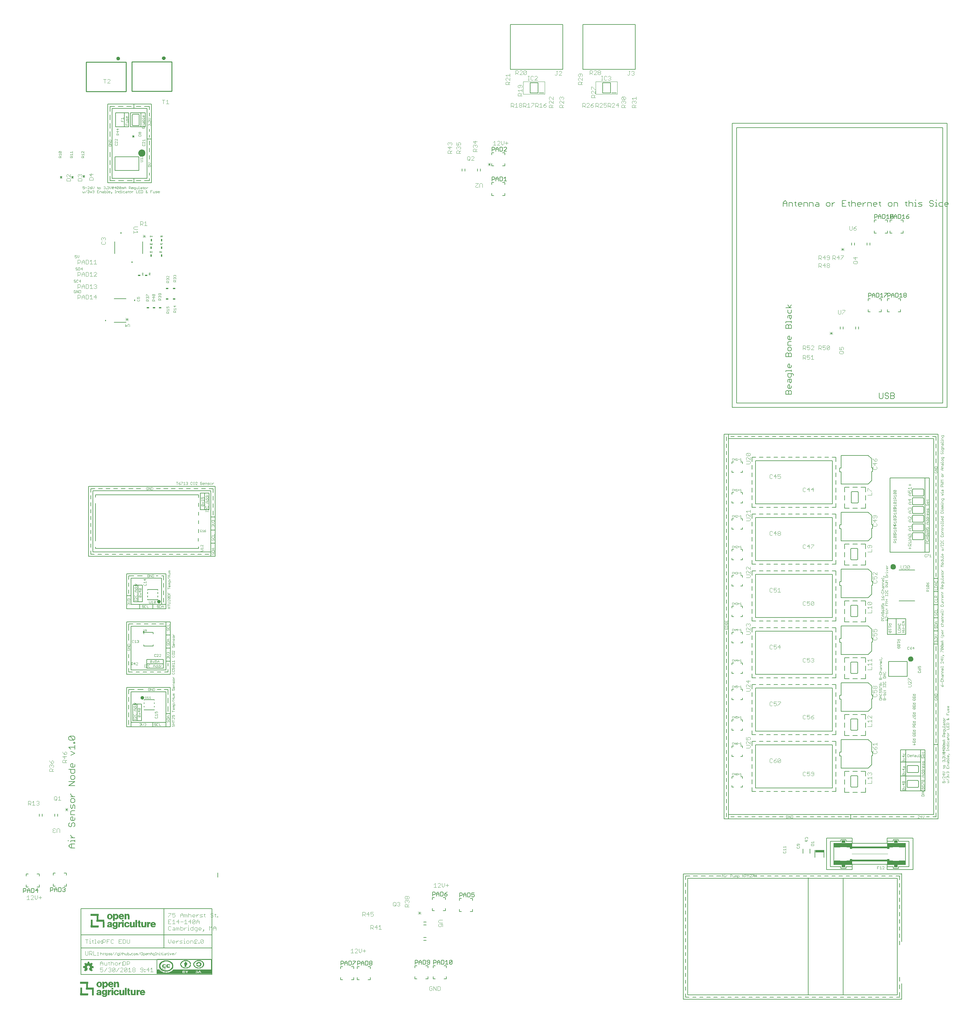
<source format=gbr>
G04 EAGLE Gerber X2 export*
%TF.Part,Single*%
%TF.FileFunction,Legend,Top,1*%
%TF.FilePolarity,Positive*%
%TF.GenerationSoftware,Autodesk,EAGLE,9.0.1*%
%TF.CreationDate,2018-05-30T15:00:16Z*%
G75*
%MOMM*%
%FSLAX34Y34*%
%LPD*%
%AMOC8*
5,1,8,0,0,1.08239X$1,22.5*%
G01*
%ADD10C,0.152400*%
%ADD11C,0.050800*%
%ADD12C,0.076200*%
%ADD13C,0.101600*%
%ADD14C,0.203200*%
%ADD15R,2.450000X0.675000*%
%ADD16R,10.160000X0.508000*%
%ADD17R,0.635000X1.651000*%
%ADD18R,0.254000X4.064000*%
%ADD19R,4.826000X1.143000*%
%ADD20R,1.016000X0.762000*%
%ADD21R,1.016000X0.127000*%
%ADD22R,1.778000X0.127000*%
%ADD23C,0.127000*%
%ADD24R,0.510537X0.063500*%
%ADD25R,0.891538X0.063500*%
%ADD26R,1.082037X0.063500*%
%ADD27R,1.209037X0.063500*%
%ADD28R,1.336037X0.063500*%
%ADD29R,0.505463X0.063500*%
%ADD30R,0.508000X0.063500*%
%ADD31R,2.156462X0.063500*%
%ADD32R,0.441963X0.063500*%
%ADD33R,0.190500X0.063500*%
%ADD34R,2.288537X0.063500*%
%ADD35R,0.571500X0.063500*%
%ADD36R,0.378463X0.063500*%
%ADD37R,0.444500X0.063500*%
%ADD38R,0.637537X0.063500*%
%ADD39R,0.574037X0.063500*%
%ADD40R,0.447038X0.063500*%
%ADD41R,0.635000X0.063500*%
%ADD42R,0.762000X0.063500*%
%ADD43R,0.063500X0.063500*%
%ADD44R,0.701037X0.063500*%
%ADD45R,0.764538X0.063500*%
%ADD46R,0.886463X0.063500*%
%ADD47R,1.330963X0.063500*%
%ADD48R,1.018538X0.063500*%
%ADD49R,1.333500X0.063500*%
%ADD50R,1.079500X0.063500*%
%ADD51R,1.394463X0.063500*%
%ADD52R,1.399538X0.063500*%
%ADD53R,1.206500X0.063500*%
%ADD54R,1.272538X0.063500*%
%ADD55R,0.568963X0.063500*%
%ADD56R,1.463037X0.063500*%
%ADD57R,0.632463X0.063500*%
%ADD58R,0.698500X0.063500*%
%ADD59R,1.526538X0.063500*%
%ADD60R,1.267463X0.063500*%
%ADD61R,1.203963X0.063500*%
%ADD62R,1.076963X0.063500*%
%ADD63R,0.695963X0.063500*%
%ADD64R,1.460500X0.063500*%
%ADD65R,0.828038X0.063500*%
%ADD66R,0.955038X0.063500*%
%ADD67R,0.952500X0.063500*%
%ADD68R,0.889000X0.063500*%
%ADD69R,1.145538X0.063500*%
%ADD70R,1.140463X0.063500*%
%ADD71R,0.381000X0.063500*%
%ADD72R,0.825500X0.063500*%
%ADD73R,0.317500X0.063500*%
%ADD74R,0.254000X0.063500*%
%ADD75R,2.286000X0.063500*%
%ADD76R,2.222500X0.063500*%
%ADD77R,0.949963X0.063500*%
%ADD78R,0.320038X0.063500*%
%ADD79R,0.127000X0.063500*%
%ADD80R,0.822963X0.063500*%
%ADD81R,1.143000X0.063500*%
%ADD82R,1.016000X0.063500*%
%ADD83R,2.095500X0.063500*%
%ADD84R,2.032000X0.063500*%
%ADD85R,2.161538X0.063500*%
%ADD86R,2.283463X0.063500*%
%ADD87R,2.346963X0.063500*%
%ADD88R,2.410462X0.063500*%
%ADD89R,0.251463X0.063500*%
%ADD90R,0.383538X0.063500*%
%ADD91R,16.004538X0.063500*%
%ADD92R,7.559038X0.063500*%
%ADD93R,2.537463X0.063500*%
%ADD94R,3.114038X0.063500*%
%ADD95R,2.669538X0.063500*%
%ADD96R,4.635500X0.063500*%
%ADD97R,2.413000X0.063500*%
%ADD98R,4.127500X0.063500*%
%ADD99R,1.905000X0.063500*%
%ADD100R,3.937000X0.063500*%
%ADD101R,2.918462X0.063500*%
%ADD102R,3.175000X0.063500*%
%ADD103R,1.717037X0.063500*%
%ADD104R,3.749038X0.063500*%
%ADD105R,2.664462X0.063500*%
%ADD106R,1.587500X0.063500*%
%ADD107R,3.558538X0.063500*%
%ADD108R,2.473963X0.063500*%
%ADD109R,3.241038X0.063500*%
%ADD110R,3.429000X0.063500*%
%ADD111R,3.302000X0.063500*%
%ADD112R,2.349500X0.063500*%
%ADD113R,3.238500X0.063500*%
%ADD114R,0.193038X0.063500*%
%ADD115R,1.841500X0.063500*%
%ADD116R,3.111500X0.063500*%
%ADD117R,0.256538X0.063500*%
%ADD118R,3.365500X0.063500*%
%ADD119R,11.432538X0.063500*%
%ADD120R,11.369038X0.063500*%
%ADD121R,11.305537X0.063500*%
%ADD122R,11.242038X0.063500*%
%ADD123R,11.176000X0.063500*%
%ADD124R,1.270000X0.063500*%
%ADD125R,1.524000X0.063500*%
%ADD126R,0.759463X0.063500*%
%ADD127R,1.013463X0.063500*%
%ADD128R,0.060963X0.063500*%
%ADD129R,0.314963X0.063500*%
%ADD130R,0.124463X0.063500*%
%ADD131R,2.029463X0.063500*%
%ADD132R,1.714500X0.063500*%
%ADD133R,1.397000X0.063500*%
%ADD134R,15.750538X0.063500*%
%ADD135R,0.457200X0.762000*%
%ADD136C,0.025400*%
%ADD137C,0.050000*%
%ADD138C,0.200000*%
%ADD139C,0.254000*%
%ADD140C,0.500000*%
%ADD141R,0.762000X0.457200*%
%ADD142C,0.508000*%
%ADD143C,0.762000*%
%ADD144C,1.016000*%

G36*
X395641Y2238224D02*
X395641Y2238224D01*
X395643Y2238223D01*
X395686Y2238243D01*
X395730Y2238262D01*
X395730Y2238264D01*
X395732Y2238265D01*
X395765Y2238350D01*
X395765Y2240890D01*
X395764Y2240892D01*
X395765Y2240894D01*
X395745Y2240937D01*
X395727Y2240980D01*
X395725Y2240981D01*
X395724Y2240983D01*
X395639Y2241016D01*
X391829Y2241016D01*
X391827Y2241015D01*
X391825Y2241016D01*
X391782Y2240996D01*
X391738Y2240977D01*
X391737Y2240975D01*
X391735Y2240975D01*
X391703Y2240890D01*
X391703Y2238350D01*
X391703Y2238348D01*
X391703Y2238346D01*
X391723Y2238303D01*
X391741Y2238259D01*
X391743Y2238258D01*
X391744Y2238256D01*
X391829Y2238223D01*
X395639Y2238223D01*
X395641Y2238224D01*
G37*
G36*
X428141Y2153388D02*
X428141Y2153388D01*
X428143Y2153387D01*
X428186Y2153407D01*
X428230Y2153426D01*
X428230Y2153428D01*
X428232Y2153429D01*
X428265Y2153514D01*
X428265Y2156054D01*
X428264Y2156056D01*
X428265Y2156058D01*
X428245Y2156101D01*
X428227Y2156144D01*
X428225Y2156145D01*
X428224Y2156147D01*
X428139Y2156180D01*
X424329Y2156180D01*
X424327Y2156179D01*
X424325Y2156180D01*
X424282Y2156160D01*
X424238Y2156141D01*
X424237Y2156139D01*
X424235Y2156139D01*
X424203Y2156054D01*
X424203Y2153514D01*
X424203Y2153512D01*
X424203Y2153510D01*
X424223Y2153467D01*
X424241Y2153423D01*
X424243Y2153422D01*
X424244Y2153420D01*
X424329Y2153387D01*
X428139Y2153387D01*
X428141Y2153388D01*
G37*
G36*
X434850Y2041440D02*
X434850Y2041440D01*
X434852Y2041439D01*
X434895Y2041459D01*
X434939Y2041477D01*
X434939Y2041479D01*
X434941Y2041480D01*
X434974Y2041565D01*
X434974Y2045375D01*
X434973Y2045377D01*
X434974Y2045379D01*
X434954Y2045422D01*
X434936Y2045466D01*
X434934Y2045466D01*
X434933Y2045468D01*
X434848Y2045501D01*
X432308Y2045501D01*
X432306Y2045500D01*
X432304Y2045501D01*
X432261Y2045481D01*
X432217Y2045463D01*
X432217Y2045461D01*
X432215Y2045460D01*
X432182Y2045375D01*
X432182Y2041565D01*
X432183Y2041563D01*
X432182Y2041561D01*
X432202Y2041518D01*
X432220Y2041474D01*
X432222Y2041474D01*
X432223Y2041472D01*
X432308Y2041439D01*
X434848Y2041439D01*
X434850Y2041440D01*
G37*
G36*
X350014Y1982940D02*
X350014Y1982940D01*
X350016Y1982939D01*
X350059Y1982959D01*
X350103Y1982977D01*
X350103Y1982979D01*
X350105Y1982980D01*
X350138Y1983065D01*
X350138Y1986875D01*
X350137Y1986877D01*
X350138Y1986879D01*
X350118Y1986922D01*
X350100Y1986966D01*
X350098Y1986967D01*
X350097Y1986968D01*
X350012Y1987001D01*
X347472Y1987001D01*
X347470Y1987000D01*
X347468Y1987001D01*
X347425Y1986981D01*
X347381Y1986963D01*
X347381Y1986961D01*
X347379Y1986960D01*
X347346Y1986875D01*
X347346Y1983065D01*
X347347Y1983063D01*
X347346Y1983061D01*
X347366Y1983018D01*
X347384Y1982974D01*
X347386Y1982974D01*
X347387Y1982972D01*
X347472Y1982939D01*
X350012Y1982939D01*
X350014Y1982940D01*
G37*
D10*
X259486Y452806D02*
X247792Y452806D01*
X241945Y458653D01*
X247792Y464500D01*
X259486Y464500D01*
X250716Y464500D02*
X250716Y452806D01*
X247792Y470347D02*
X247792Y473270D01*
X259486Y473270D01*
X259486Y470347D02*
X259486Y476194D01*
X241945Y473270D02*
X239022Y473270D01*
X247792Y482041D02*
X259486Y482041D01*
X253639Y482041D02*
X247792Y487888D01*
X247792Y490811D01*
X241945Y522970D02*
X244869Y525893D01*
X241945Y522970D02*
X241945Y517123D01*
X244869Y514199D01*
X247792Y514199D01*
X250716Y517123D01*
X250716Y522970D01*
X253639Y525893D01*
X256563Y525893D01*
X259486Y522970D01*
X259486Y517123D01*
X256563Y514199D01*
X259486Y534664D02*
X259486Y540511D01*
X259486Y534664D02*
X256563Y531740D01*
X250716Y531740D01*
X247792Y534664D01*
X247792Y540511D01*
X250716Y543434D01*
X253639Y543434D01*
X253639Y531740D01*
X259486Y549281D02*
X247792Y549281D01*
X247792Y558052D01*
X250716Y560975D01*
X259486Y560975D01*
X259486Y566822D02*
X259486Y575593D01*
X256563Y578516D01*
X253639Y575593D01*
X253639Y569746D01*
X250716Y566822D01*
X247792Y569746D01*
X247792Y578516D01*
X259486Y587287D02*
X259486Y593134D01*
X256563Y596057D01*
X250716Y596057D01*
X247792Y593134D01*
X247792Y587287D01*
X250716Y584363D01*
X256563Y584363D01*
X259486Y587287D01*
X259486Y601904D02*
X247792Y601904D01*
X253639Y601904D02*
X247792Y607751D01*
X247792Y610675D01*
X241945Y634062D02*
X259486Y634062D01*
X259486Y645756D02*
X241945Y634062D01*
X241945Y645756D02*
X259486Y645756D01*
X259486Y654527D02*
X259486Y660374D01*
X256563Y663297D01*
X250716Y663297D01*
X247792Y660374D01*
X247792Y654527D01*
X250716Y651603D01*
X256563Y651603D01*
X259486Y654527D01*
X259486Y680838D02*
X241945Y680838D01*
X259486Y680838D02*
X259486Y672068D01*
X256563Y669144D01*
X250716Y669144D01*
X247792Y672068D01*
X247792Y680838D01*
X259486Y689609D02*
X259486Y695456D01*
X259486Y689609D02*
X256563Y686685D01*
X250716Y686685D01*
X247792Y689609D01*
X247792Y695456D01*
X250716Y698379D01*
X253639Y698379D01*
X253639Y686685D01*
X247792Y721767D02*
X259486Y727614D01*
X247792Y733461D01*
X247792Y739308D02*
X241945Y745155D01*
X259486Y745155D01*
X259486Y739308D02*
X259486Y751002D01*
X259486Y756849D02*
X256563Y756849D01*
X256563Y759773D01*
X259486Y759773D01*
X259486Y756849D01*
X256563Y765620D02*
X244869Y765620D01*
X241945Y768543D01*
X241945Y774390D01*
X244869Y777314D01*
X256563Y777314D01*
X259486Y774390D01*
X259486Y768543D01*
X256563Y765620D01*
X244869Y777314D01*
X422808Y1097204D02*
X524408Y1097204D01*
X524408Y1071804D01*
X524408Y1033704D01*
X524408Y995604D01*
X524408Y970204D01*
X422808Y970204D01*
X422808Y1097204D01*
X410108Y957504D02*
X537108Y957504D01*
X410108Y957504D02*
X410108Y1109904D01*
X524408Y1109904D01*
X537108Y1109904D01*
X537108Y1071804D01*
X537108Y1033704D01*
X537108Y995604D01*
X537108Y957504D01*
X537108Y1033704D02*
X524408Y1033704D01*
X524408Y1071804D02*
X537108Y1071804D01*
X524408Y1097204D02*
X524408Y1109904D01*
X524408Y995604D02*
X537108Y995604D01*
D11*
X528383Y1002749D02*
X527196Y1003935D01*
X527196Y1006308D01*
X528383Y1007494D01*
X529569Y1007494D01*
X530755Y1006308D01*
X530755Y1005121D01*
X530755Y1006308D02*
X531942Y1007494D01*
X533128Y1007494D01*
X534314Y1006308D01*
X534314Y1003935D01*
X533128Y1002749D01*
X531942Y1009765D02*
X527196Y1009765D01*
X531942Y1009765D02*
X534314Y1012138D01*
X531942Y1014510D01*
X527196Y1014510D01*
X528383Y1016781D02*
X527196Y1017968D01*
X527196Y1020340D01*
X528383Y1021527D01*
X529569Y1021527D01*
X530755Y1020340D01*
X530755Y1019154D01*
X530755Y1020340D02*
X531942Y1021527D01*
X533128Y1021527D01*
X534314Y1020340D01*
X534314Y1017968D01*
X533128Y1016781D01*
X527196Y1044408D02*
X528383Y1045594D01*
X527196Y1044408D02*
X527196Y1042035D01*
X528383Y1040849D01*
X529569Y1040849D01*
X530755Y1042035D01*
X530755Y1044408D01*
X531942Y1045594D01*
X533128Y1045594D01*
X534314Y1044408D01*
X534314Y1042035D01*
X533128Y1040849D01*
X534314Y1047865D02*
X527196Y1047865D01*
X534314Y1047865D02*
X534314Y1051424D01*
X533128Y1052610D01*
X528383Y1052610D01*
X527196Y1051424D01*
X527196Y1047865D01*
X529569Y1054881D02*
X534314Y1054881D01*
X529569Y1054881D02*
X527196Y1057254D01*
X529569Y1059627D01*
X534314Y1059627D01*
X530755Y1059627D02*
X530755Y1054881D01*
X527196Y1087588D02*
X528383Y1088774D01*
X527196Y1087588D02*
X527196Y1085215D01*
X528383Y1084029D01*
X529569Y1084029D01*
X530755Y1085215D01*
X530755Y1087588D01*
X531942Y1088774D01*
X533128Y1088774D01*
X534314Y1087588D01*
X534314Y1085215D01*
X533128Y1084029D01*
X527196Y1094604D02*
X528383Y1095790D01*
X527196Y1094604D02*
X527196Y1092231D01*
X528383Y1091045D01*
X533128Y1091045D01*
X534314Y1092231D01*
X534314Y1094604D01*
X533128Y1095790D01*
X534314Y1098061D02*
X527196Y1098061D01*
X534314Y1098061D02*
X534314Y1102807D01*
X414083Y1031083D02*
X412896Y1029897D01*
X412896Y1027524D01*
X414083Y1026338D01*
X418828Y1026338D01*
X420014Y1027524D01*
X420014Y1029897D01*
X418828Y1031083D01*
X416455Y1031083D01*
X416455Y1028711D01*
X420014Y1033354D02*
X412896Y1033354D01*
X420014Y1038100D01*
X412896Y1038100D01*
X412896Y1040371D02*
X420014Y1040371D01*
X420014Y1043930D01*
X418828Y1045116D01*
X414083Y1045116D01*
X412896Y1043930D01*
X412896Y1040371D01*
D10*
X416458Y1055929D02*
X416458Y1074741D01*
X416458Y1084741D02*
X416458Y1103554D01*
X428778Y1103554D01*
X438778Y1103554D02*
X451098Y1103554D01*
X461098Y1103554D02*
X473418Y1103554D01*
X483418Y1103554D02*
X495738Y1103554D01*
X505738Y1103554D02*
X518058Y1103554D01*
X416458Y1015924D02*
X416458Y1005234D01*
X416458Y995234D02*
X416458Y984544D01*
X416458Y974544D02*
X416458Y963854D01*
X427175Y963854D01*
X437175Y963854D02*
X447892Y963854D01*
X457892Y963854D02*
X468608Y963854D01*
X478608Y963854D02*
X489325Y963854D01*
X499325Y963854D02*
X510042Y963854D01*
X520042Y963854D02*
X530758Y963854D01*
X530758Y971554D01*
X530758Y981554D02*
X530758Y989254D01*
D11*
X543623Y962503D02*
X542436Y961317D01*
X542436Y958944D01*
X543623Y957758D01*
X548368Y957758D01*
X549554Y958944D01*
X549554Y961317D01*
X548368Y962503D01*
X542436Y968333D02*
X543623Y969520D01*
X542436Y968333D02*
X542436Y965961D01*
X543623Y964774D01*
X548368Y964774D01*
X549554Y965961D01*
X549554Y968333D01*
X548368Y969520D01*
X542436Y975350D02*
X543623Y976536D01*
X542436Y975350D02*
X542436Y972977D01*
X543623Y971791D01*
X544809Y971791D01*
X545995Y972977D01*
X545995Y975350D01*
X547182Y976536D01*
X548368Y976536D01*
X549554Y975350D01*
X549554Y972977D01*
X548368Y971791D01*
X543623Y978807D02*
X542436Y979993D01*
X542436Y982366D01*
X543623Y983552D01*
X544809Y983552D01*
X545995Y982366D01*
X547182Y983552D01*
X548368Y983552D01*
X549554Y982366D01*
X549554Y979993D01*
X548368Y978807D01*
X547182Y978807D01*
X545995Y979993D01*
X544809Y978807D01*
X543623Y978807D01*
X545995Y979993D02*
X545995Y982366D01*
X544809Y985823D02*
X542436Y988196D01*
X549554Y988196D01*
X549554Y985823D02*
X549554Y990569D01*
X544809Y992840D02*
X542436Y995212D01*
X549554Y995212D01*
X549554Y992840D02*
X549554Y997585D01*
X542436Y1010431D02*
X543623Y1011618D01*
X542436Y1010431D02*
X542436Y1008059D01*
X543623Y1006872D01*
X548368Y1006872D01*
X549554Y1008059D01*
X549554Y1010431D01*
X548368Y1011618D01*
X542436Y1015075D02*
X542436Y1017448D01*
X542436Y1015075D02*
X543623Y1013889D01*
X548368Y1013889D01*
X549554Y1015075D01*
X549554Y1017448D01*
X548368Y1018634D01*
X543623Y1018634D01*
X542436Y1017448D01*
X549554Y1020905D02*
X549554Y1025651D01*
X544809Y1025651D02*
X549554Y1020905D01*
X544809Y1025651D02*
X543623Y1025651D01*
X542436Y1024464D01*
X542436Y1022092D01*
X543623Y1020905D01*
X542436Y1038497D02*
X543623Y1039683D01*
X542436Y1038497D02*
X542436Y1036124D01*
X543623Y1034938D01*
X544809Y1034938D01*
X545995Y1036124D01*
X545995Y1038497D01*
X547182Y1039683D01*
X548368Y1039683D01*
X549554Y1038497D01*
X549554Y1036124D01*
X548368Y1034938D01*
X549554Y1043141D02*
X549554Y1045513D01*
X549554Y1043141D02*
X548368Y1041954D01*
X545995Y1041954D01*
X544809Y1043141D01*
X544809Y1045513D01*
X545995Y1046700D01*
X547182Y1046700D01*
X547182Y1041954D01*
X549554Y1048971D02*
X544809Y1048971D01*
X544809Y1052530D01*
X545995Y1053716D01*
X549554Y1053716D01*
X549554Y1055987D02*
X549554Y1059546D01*
X548368Y1060732D01*
X547182Y1059546D01*
X547182Y1057173D01*
X545995Y1055987D01*
X544809Y1057173D01*
X544809Y1060732D01*
X549554Y1064190D02*
X549554Y1066562D01*
X548368Y1067749D01*
X545995Y1067749D01*
X544809Y1066562D01*
X544809Y1064190D01*
X545995Y1063003D01*
X548368Y1063003D01*
X549554Y1064190D01*
X549554Y1070020D02*
X544809Y1070020D01*
X547182Y1070020D02*
X544809Y1072393D01*
X544809Y1073579D01*
X464252Y978078D02*
X461879Y978078D01*
X463066Y978078D02*
X463066Y985196D01*
X464252Y985196D02*
X461879Y985196D01*
X466557Y978078D02*
X471302Y978078D01*
X466557Y978078D02*
X471302Y982823D01*
X471302Y984010D01*
X470116Y985196D01*
X467743Y985196D01*
X466557Y984010D01*
X477132Y985196D02*
X478319Y984010D01*
X477132Y985196D02*
X474760Y985196D01*
X473573Y984010D01*
X473573Y979264D01*
X474760Y978078D01*
X477132Y978078D01*
X478319Y979264D01*
X487606Y978078D02*
X487606Y982823D01*
X489979Y985196D01*
X492352Y982823D01*
X492352Y978078D01*
X492352Y981637D02*
X487606Y981637D01*
X499368Y985196D02*
X499368Y978078D01*
X495809Y978078D01*
X494623Y979264D01*
X494623Y981637D01*
X495809Y982823D01*
X499368Y982823D01*
X506384Y985196D02*
X506384Y978078D01*
X502825Y978078D01*
X501639Y979264D01*
X501639Y981637D01*
X502825Y982823D01*
X506384Y982823D01*
X508655Y982823D02*
X508655Y978078D01*
X508655Y980451D02*
X511028Y982823D01*
X512214Y982823D01*
X478817Y991964D02*
X478817Y996710D01*
X480003Y997896D01*
X482376Y997896D01*
X483562Y996710D01*
X483562Y991964D01*
X482376Y990778D01*
X480003Y990778D01*
X478817Y991964D01*
X483562Y996710D01*
X485833Y995523D02*
X490579Y990778D01*
X490579Y995523D02*
X485833Y990778D01*
X492850Y997896D02*
X497595Y997896D01*
X492850Y997896D02*
X492850Y994337D01*
X495222Y995523D01*
X496409Y995523D01*
X497595Y994337D01*
X497595Y991964D01*
X496409Y990778D01*
X494036Y990778D01*
X492850Y991964D01*
X499866Y990778D02*
X499866Y995523D01*
X502239Y997896D01*
X504611Y995523D01*
X504611Y990778D01*
X504611Y994337D02*
X499866Y994337D01*
D10*
X516788Y975284D02*
X468528Y975284D01*
X468528Y987984D01*
X516788Y987984D01*
X516788Y975284D01*
X516788Y987984D02*
X516788Y1000684D01*
X468528Y1000684D01*
X468528Y987984D01*
X486308Y1160704D02*
X511708Y1160704D01*
X486308Y1160704D02*
X448208Y1160704D01*
X422808Y1160704D01*
X422808Y1186104D01*
X422808Y1236904D01*
X511708Y1236904D01*
X511708Y1160704D01*
X524408Y1148004D02*
X486308Y1148004D01*
X448208Y1148004D01*
X410108Y1148004D01*
X410108Y1186104D01*
X410108Y1249604D01*
X524408Y1249604D01*
X524408Y1160704D01*
X524408Y1148004D01*
X486308Y1148004D02*
X486308Y1160704D01*
X511708Y1160704D02*
X524408Y1160704D01*
X422808Y1186104D02*
X410108Y1186104D01*
D11*
X474152Y1246816D02*
X475339Y1245630D01*
X474152Y1246816D02*
X471780Y1246816D01*
X470593Y1245630D01*
X470593Y1240884D01*
X471780Y1239698D01*
X474152Y1239698D01*
X475339Y1240884D01*
X475339Y1243257D01*
X472966Y1243257D01*
X477610Y1239698D02*
X477610Y1246816D01*
X482355Y1239698D01*
X482355Y1246816D01*
X484626Y1246816D02*
X484626Y1239698D01*
X488185Y1239698D01*
X489371Y1240884D01*
X489371Y1245630D01*
X488185Y1246816D01*
X484626Y1246816D01*
X502092Y1157916D02*
X503279Y1156730D01*
X502092Y1157916D02*
X499720Y1157916D01*
X498533Y1156730D01*
X498533Y1155543D01*
X499720Y1154357D01*
X502092Y1154357D01*
X503279Y1153171D01*
X503279Y1151984D01*
X502092Y1150798D01*
X499720Y1150798D01*
X498533Y1151984D01*
X505550Y1150798D02*
X505550Y1157916D01*
X505550Y1150798D02*
X509109Y1150798D01*
X510295Y1151984D01*
X510295Y1156730D01*
X509109Y1157916D01*
X505550Y1157916D01*
X512566Y1155543D02*
X512566Y1150798D01*
X512566Y1155543D02*
X514939Y1157916D01*
X517311Y1155543D01*
X517311Y1150798D01*
X517311Y1154357D02*
X512566Y1154357D01*
X460099Y1156730D02*
X458912Y1157916D01*
X456540Y1157916D01*
X455353Y1156730D01*
X455353Y1155543D01*
X456540Y1154357D01*
X458912Y1154357D01*
X460099Y1153171D01*
X460099Y1151984D01*
X458912Y1150798D01*
X456540Y1150798D01*
X455353Y1151984D01*
X465929Y1157916D02*
X467115Y1156730D01*
X465929Y1157916D02*
X463556Y1157916D01*
X462370Y1156730D01*
X462370Y1151984D01*
X463556Y1150798D01*
X465929Y1150798D01*
X467115Y1151984D01*
X469386Y1150798D02*
X469386Y1157916D01*
X469386Y1150798D02*
X474131Y1150798D01*
X414083Y1158418D02*
X412896Y1159604D01*
X412896Y1161977D01*
X414083Y1163163D01*
X415269Y1163163D01*
X416455Y1161977D01*
X416455Y1160791D01*
X416455Y1161977D02*
X417642Y1163163D01*
X418828Y1163163D01*
X420014Y1161977D01*
X420014Y1159604D01*
X418828Y1158418D01*
X417642Y1165434D02*
X412896Y1165434D01*
X417642Y1165434D02*
X420014Y1167807D01*
X417642Y1170180D01*
X412896Y1170180D01*
X414083Y1172451D02*
X412896Y1173637D01*
X412896Y1176010D01*
X414083Y1177196D01*
X415269Y1177196D01*
X416455Y1176010D01*
X416455Y1174823D01*
X416455Y1176010D02*
X417642Y1177196D01*
X418828Y1177196D01*
X420014Y1176010D01*
X420014Y1173637D01*
X418828Y1172451D01*
D10*
X495833Y1243254D02*
X501946Y1243254D01*
X511946Y1243254D02*
X518058Y1243254D01*
X518058Y1231704D01*
X518058Y1221704D02*
X518058Y1210154D01*
X518058Y1200154D02*
X518058Y1188604D01*
X518058Y1178604D02*
X518058Y1167054D01*
X416458Y1192454D02*
X416458Y1202720D01*
X416458Y1212720D02*
X416458Y1222987D01*
X416458Y1232987D02*
X416458Y1243254D01*
X431461Y1243254D01*
X441461Y1243254D02*
X456463Y1243254D01*
D11*
X529736Y1148258D02*
X536854Y1148258D01*
X533295Y1148258D02*
X533295Y1153003D01*
X529736Y1153003D02*
X536854Y1153003D01*
X536854Y1157647D02*
X529736Y1157647D01*
X529736Y1155274D02*
X529736Y1160020D01*
X529736Y1162291D02*
X535668Y1162291D01*
X536854Y1163477D01*
X536854Y1165850D01*
X535668Y1167036D01*
X529736Y1167036D01*
X536854Y1169307D02*
X536854Y1174052D01*
X536854Y1169307D02*
X532109Y1174052D01*
X530923Y1174052D01*
X529736Y1172866D01*
X529736Y1170493D01*
X530923Y1169307D01*
X530923Y1176323D02*
X535668Y1176323D01*
X530923Y1176323D02*
X529736Y1177510D01*
X529736Y1179882D01*
X530923Y1181069D01*
X535668Y1181069D01*
X536854Y1179882D01*
X536854Y1177510D01*
X535668Y1176323D01*
X530923Y1181069D01*
X529736Y1183340D02*
X536854Y1183340D01*
X536854Y1186899D01*
X535668Y1188085D01*
X530923Y1188085D01*
X529736Y1186899D01*
X529736Y1183340D01*
X529736Y1190356D02*
X536854Y1190356D01*
X529736Y1190356D02*
X529736Y1195101D01*
X533295Y1192729D02*
X533295Y1190356D01*
X536854Y1206762D02*
X529736Y1206762D01*
X529736Y1209134D02*
X529736Y1204389D01*
X536854Y1212592D02*
X536854Y1214964D01*
X536854Y1212592D02*
X535668Y1211405D01*
X533295Y1211405D01*
X532109Y1212592D01*
X532109Y1214964D01*
X533295Y1216151D01*
X534482Y1216151D01*
X534482Y1211405D01*
X536854Y1218422D02*
X532109Y1218422D01*
X532109Y1219608D01*
X533295Y1220794D01*
X536854Y1220794D01*
X533295Y1220794D02*
X532109Y1221981D01*
X533295Y1223167D01*
X536854Y1223167D01*
X539227Y1225438D02*
X532109Y1225438D01*
X532109Y1228997D01*
X533295Y1230183D01*
X535668Y1230183D01*
X536854Y1228997D01*
X536854Y1225438D01*
X536854Y1232454D02*
X529736Y1237200D01*
X529736Y1239471D02*
X536854Y1239471D01*
X533295Y1239471D02*
X533295Y1244216D01*
X529736Y1244216D02*
X536854Y1244216D01*
X535668Y1246487D02*
X532109Y1246487D01*
X535668Y1246487D02*
X536854Y1247673D01*
X536854Y1251232D01*
X532109Y1251232D01*
X532109Y1253503D02*
X536854Y1253503D01*
X532109Y1253503D02*
X532109Y1254690D01*
X533295Y1255876D01*
X536854Y1255876D01*
X533295Y1255876D02*
X532109Y1257062D01*
X533295Y1258249D01*
X536854Y1258249D01*
X440334Y1173491D02*
X440334Y1171118D01*
X440334Y1172304D02*
X433216Y1172304D01*
X433216Y1171118D02*
X433216Y1173491D01*
X440334Y1175795D02*
X440334Y1180541D01*
X435589Y1180541D02*
X440334Y1175795D01*
X435589Y1180541D02*
X434403Y1180541D01*
X433216Y1179354D01*
X433216Y1176982D01*
X434403Y1175795D01*
X433216Y1186371D02*
X434403Y1187557D01*
X433216Y1186371D02*
X433216Y1183998D01*
X434403Y1182812D01*
X439148Y1182812D01*
X440334Y1183998D01*
X440334Y1186371D01*
X439148Y1187557D01*
X440334Y1196845D02*
X435589Y1196845D01*
X433216Y1199217D01*
X435589Y1201590D01*
X440334Y1201590D01*
X436775Y1201590D02*
X436775Y1196845D01*
X433216Y1208606D02*
X440334Y1208606D01*
X440334Y1205047D01*
X439148Y1203861D01*
X436775Y1203861D01*
X435589Y1205047D01*
X435589Y1208606D01*
X433216Y1215623D02*
X440334Y1215623D01*
X440334Y1212064D01*
X439148Y1210877D01*
X436775Y1210877D01*
X435589Y1212064D01*
X435589Y1215623D01*
X435589Y1217894D02*
X440334Y1217894D01*
X437962Y1217894D02*
X435589Y1220266D01*
X435589Y1221453D01*
D10*
X448208Y1160704D02*
X448208Y1148004D01*
D11*
X447103Y1181278D02*
X451848Y1181278D01*
X447103Y1181278D02*
X445916Y1182464D01*
X445916Y1184837D01*
X447103Y1186023D01*
X451848Y1186023D01*
X453034Y1184837D01*
X453034Y1182464D01*
X451848Y1181278D01*
X447103Y1186023D01*
X448289Y1188294D02*
X453034Y1193040D01*
X448289Y1193040D02*
X453034Y1188294D01*
X453034Y1198870D02*
X445916Y1198870D01*
X449475Y1195311D01*
X449475Y1200056D01*
X447103Y1202327D02*
X451848Y1202327D01*
X447103Y1202327D02*
X445916Y1203513D01*
X445916Y1205886D01*
X447103Y1207072D01*
X451848Y1207072D01*
X453034Y1205886D01*
X453034Y1203513D01*
X451848Y1202327D01*
X447103Y1207072D01*
D10*
X443128Y1168324D02*
X430428Y1168324D01*
X443128Y1168324D02*
X443128Y1216584D01*
X430428Y1216584D01*
X430428Y1168324D01*
X443128Y1168324D02*
X455828Y1168324D01*
X455828Y1216584D01*
X443128Y1216584D01*
X524408Y843204D02*
X524408Y817804D01*
X524408Y843204D02*
X524408Y906704D01*
X422808Y906704D01*
X422808Y817804D01*
X486308Y817804D01*
X524408Y817804D01*
X422808Y805104D02*
X410108Y805104D01*
X422808Y805104D02*
X486308Y805104D01*
X524408Y805104D01*
X537108Y805104D01*
X537108Y843204D01*
X537108Y919404D01*
X410108Y919404D01*
X410108Y805104D01*
X524408Y805104D02*
X524408Y817804D01*
X524408Y843204D02*
X537108Y843204D01*
X486308Y817804D02*
X486308Y805104D01*
X422808Y805104D02*
X422808Y817804D01*
D11*
X477879Y915430D02*
X476692Y916616D01*
X474320Y916616D01*
X473133Y915430D01*
X473133Y910684D01*
X474320Y909498D01*
X476692Y909498D01*
X477879Y910684D01*
X477879Y913057D01*
X475506Y913057D01*
X480150Y909498D02*
X480150Y916616D01*
X484895Y909498D01*
X484895Y916616D01*
X487166Y916616D02*
X487166Y909498D01*
X490725Y909498D01*
X491911Y910684D01*
X491911Y915430D01*
X490725Y916616D01*
X487166Y916616D01*
X448920Y815016D02*
X447733Y813830D01*
X448920Y815016D02*
X451292Y815016D01*
X452479Y813830D01*
X452479Y812643D01*
X451292Y811457D01*
X450106Y811457D01*
X451292Y811457D02*
X452479Y810271D01*
X452479Y809084D01*
X451292Y807898D01*
X448920Y807898D01*
X447733Y809084D01*
X454750Y810271D02*
X454750Y815016D01*
X454750Y810271D02*
X457122Y807898D01*
X459495Y810271D01*
X459495Y815016D01*
X461766Y813830D02*
X462952Y815016D01*
X465325Y815016D01*
X466511Y813830D01*
X466511Y812643D01*
X465325Y811457D01*
X464139Y811457D01*
X465325Y811457D02*
X466511Y810271D01*
X466511Y809084D01*
X465325Y807898D01*
X462952Y807898D01*
X461766Y809084D01*
X527196Y821617D02*
X528383Y822803D01*
X527196Y821617D02*
X527196Y819244D01*
X528383Y818058D01*
X529569Y818058D01*
X530755Y819244D01*
X530755Y821617D01*
X531942Y822803D01*
X533128Y822803D01*
X534314Y821617D01*
X534314Y819244D01*
X533128Y818058D01*
X534314Y825074D02*
X527196Y825074D01*
X534314Y825074D02*
X534314Y828633D01*
X533128Y829820D01*
X528383Y829820D01*
X527196Y828633D01*
X527196Y825074D01*
X529569Y832091D02*
X534314Y832091D01*
X529569Y832091D02*
X527196Y834463D01*
X529569Y836836D01*
X534314Y836836D01*
X530755Y836836D02*
X530755Y832091D01*
X495659Y813830D02*
X494472Y815016D01*
X492100Y815016D01*
X490913Y813830D01*
X490913Y812643D01*
X492100Y811457D01*
X494472Y811457D01*
X495659Y810271D01*
X495659Y809084D01*
X494472Y807898D01*
X492100Y807898D01*
X490913Y809084D01*
X501489Y815016D02*
X502675Y813830D01*
X501489Y815016D02*
X499116Y815016D01*
X497930Y813830D01*
X497930Y809084D01*
X499116Y807898D01*
X501489Y807898D01*
X502675Y809084D01*
X504946Y807898D02*
X504946Y815016D01*
X504946Y807898D02*
X509691Y807898D01*
D10*
X416458Y811454D02*
X416458Y823774D01*
X416458Y833774D02*
X416458Y846094D01*
X416458Y856094D02*
X416458Y868414D01*
X416458Y878414D02*
X416458Y890734D01*
X416458Y900734D02*
X416458Y913054D01*
X432731Y913054D01*
X442731Y913054D02*
X459003Y913054D01*
X499008Y913054D02*
X509883Y913054D01*
X519883Y913054D02*
X530758Y913054D01*
X530758Y898554D01*
X530758Y888554D02*
X530758Y874054D01*
X530758Y864054D02*
X530758Y849554D01*
D11*
X543623Y810103D02*
X542436Y808917D01*
X542436Y806544D01*
X543623Y805358D01*
X544809Y805358D01*
X545995Y806544D01*
X545995Y808917D01*
X547182Y810103D01*
X548368Y810103D01*
X549554Y808917D01*
X549554Y806544D01*
X548368Y805358D01*
X549554Y812374D02*
X542436Y812374D01*
X545995Y812374D02*
X545995Y817120D01*
X542436Y817120D02*
X549554Y817120D01*
X549554Y821763D02*
X542436Y821763D01*
X542436Y819391D02*
X542436Y824136D01*
X549554Y826407D02*
X549554Y831152D01*
X549554Y826407D02*
X544809Y831152D01*
X543623Y831152D01*
X542436Y829966D01*
X542436Y827593D01*
X543623Y826407D01*
X542436Y833423D02*
X542436Y838169D01*
X542436Y833423D02*
X545995Y833423D01*
X544809Y835796D01*
X544809Y836982D01*
X545995Y838169D01*
X548368Y838169D01*
X549554Y836982D01*
X549554Y834610D01*
X548368Y833423D01*
X549554Y849829D02*
X542436Y849829D01*
X542436Y852201D02*
X542436Y847456D01*
X549554Y855659D02*
X549554Y858031D01*
X549554Y855659D02*
X548368Y854472D01*
X545995Y854472D01*
X544809Y855659D01*
X544809Y858031D01*
X545995Y859218D01*
X547182Y859218D01*
X547182Y854472D01*
X549554Y861489D02*
X544809Y861489D01*
X544809Y862675D01*
X545995Y863862D01*
X549554Y863862D01*
X545995Y863862D02*
X544809Y865048D01*
X545995Y866234D01*
X549554Y866234D01*
X551927Y868505D02*
X544809Y868505D01*
X544809Y872064D01*
X545995Y873251D01*
X548368Y873251D01*
X549554Y872064D01*
X549554Y868505D01*
X549554Y875522D02*
X542436Y880267D01*
X542436Y882538D02*
X549554Y882538D01*
X545995Y882538D02*
X545995Y887283D01*
X542436Y887283D02*
X549554Y887283D01*
X548368Y889554D02*
X544809Y889554D01*
X548368Y889554D02*
X549554Y890741D01*
X549554Y894300D01*
X544809Y894300D01*
X544809Y896571D02*
X549554Y896571D01*
X544809Y896571D02*
X544809Y897757D01*
X545995Y898943D01*
X549554Y898943D01*
X545995Y898943D02*
X544809Y900130D01*
X545995Y901316D01*
X549554Y901316D01*
X542436Y914162D02*
X543623Y915349D01*
X542436Y914162D02*
X542436Y911790D01*
X543623Y910603D01*
X544809Y910603D01*
X545995Y911790D01*
X545995Y914162D01*
X547182Y915349D01*
X548368Y915349D01*
X549554Y914162D01*
X549554Y911790D01*
X548368Y910603D01*
X549554Y918806D02*
X549554Y921179D01*
X549554Y918806D02*
X548368Y917620D01*
X545995Y917620D01*
X544809Y918806D01*
X544809Y921179D01*
X545995Y922365D01*
X547182Y922365D01*
X547182Y917620D01*
X549554Y924636D02*
X544809Y924636D01*
X544809Y928195D01*
X545995Y929382D01*
X549554Y929382D01*
X549554Y931653D02*
X549554Y935212D01*
X548368Y936398D01*
X547182Y935212D01*
X547182Y932839D01*
X545995Y931653D01*
X544809Y932839D01*
X544809Y936398D01*
X549554Y939855D02*
X549554Y942228D01*
X548368Y943414D01*
X545995Y943414D01*
X544809Y942228D01*
X544809Y939855D01*
X545995Y938669D01*
X548368Y938669D01*
X549554Y939855D01*
X549554Y945685D02*
X544809Y945685D01*
X547182Y945685D02*
X544809Y948058D01*
X544809Y949244D01*
X437794Y828051D02*
X437794Y825678D01*
X437794Y826864D02*
X430676Y826864D01*
X430676Y825678D02*
X430676Y828051D01*
X437794Y830355D02*
X437794Y835101D01*
X433049Y835101D02*
X437794Y830355D01*
X433049Y835101D02*
X431863Y835101D01*
X430676Y833914D01*
X430676Y831542D01*
X431863Y830355D01*
X430676Y840931D02*
X431863Y842117D01*
X430676Y840931D02*
X430676Y838558D01*
X431863Y837372D01*
X436608Y837372D01*
X437794Y838558D01*
X437794Y840931D01*
X436608Y842117D01*
X437794Y851405D02*
X433049Y851405D01*
X430676Y853777D01*
X433049Y856150D01*
X437794Y856150D01*
X434235Y856150D02*
X434235Y851405D01*
X430676Y863166D02*
X437794Y863166D01*
X437794Y859607D01*
X436608Y858421D01*
X434235Y858421D01*
X433049Y859607D01*
X433049Y863166D01*
X430676Y870183D02*
X437794Y870183D01*
X437794Y866624D01*
X436608Y865437D01*
X434235Y865437D01*
X433049Y866624D01*
X433049Y870183D01*
X433049Y872454D02*
X437794Y872454D01*
X435422Y872454D02*
X433049Y874826D01*
X433049Y876013D01*
X444563Y833298D02*
X449308Y833298D01*
X444563Y833298D02*
X443376Y834484D01*
X443376Y836857D01*
X444563Y838043D01*
X449308Y838043D01*
X450494Y836857D01*
X450494Y834484D01*
X449308Y833298D01*
X444563Y838043D01*
X445749Y840314D02*
X450494Y845060D01*
X445749Y845060D02*
X450494Y840314D01*
X450494Y850890D02*
X443376Y850890D01*
X446935Y847331D01*
X446935Y852076D01*
X444563Y854347D02*
X449308Y854347D01*
X444563Y854347D02*
X443376Y855533D01*
X443376Y857906D01*
X444563Y859092D01*
X449308Y859092D01*
X450494Y857906D01*
X450494Y855533D01*
X449308Y854347D01*
X444563Y859092D01*
D10*
X427888Y871144D02*
X427888Y822884D01*
X427888Y871144D02*
X440588Y871144D01*
X440588Y822884D01*
X427888Y822884D01*
X440588Y822884D02*
X453288Y822884D01*
X453288Y871144D01*
X440588Y871144D01*
X312242Y1490370D02*
X655142Y1490370D01*
X312242Y1490370D02*
X312242Y1312570D01*
X655142Y1312570D01*
X655142Y1337970D01*
X655142Y1376070D01*
X655142Y1414170D01*
X655142Y1490370D01*
X667842Y1337970D02*
X667842Y1299870D01*
X667842Y1337970D02*
X667842Y1376070D01*
X667842Y1414170D01*
X667842Y1503070D01*
X299542Y1503070D01*
X299542Y1299870D01*
X655142Y1299870D01*
X667842Y1299870D01*
X655142Y1299870D02*
X655142Y1312570D01*
X655142Y1337970D02*
X667842Y1337970D01*
X667842Y1376070D02*
X655142Y1376070D01*
X655142Y1414170D02*
X667842Y1414170D01*
D11*
X659116Y1309950D02*
X657930Y1308763D01*
X657930Y1306391D01*
X659116Y1305204D01*
X660303Y1305204D01*
X661489Y1306391D01*
X661489Y1308763D01*
X662676Y1309950D01*
X663862Y1309950D01*
X665048Y1308763D01*
X665048Y1306391D01*
X663862Y1305204D01*
X665048Y1312221D02*
X657930Y1312221D01*
X665048Y1312221D02*
X665048Y1315780D01*
X663862Y1316966D01*
X659116Y1316966D01*
X657930Y1315780D01*
X657930Y1312221D01*
X660303Y1319237D02*
X665048Y1319237D01*
X660303Y1319237D02*
X657930Y1321610D01*
X660303Y1323983D01*
X665048Y1323983D01*
X661489Y1323983D02*
X661489Y1319237D01*
X657930Y1349403D02*
X659116Y1350590D01*
X657930Y1349403D02*
X657930Y1347031D01*
X659116Y1345844D01*
X660303Y1345844D01*
X661489Y1347031D01*
X661489Y1349403D01*
X662676Y1350590D01*
X663862Y1350590D01*
X665048Y1349403D01*
X665048Y1347031D01*
X663862Y1345844D01*
X657930Y1356420D02*
X659116Y1357606D01*
X657930Y1356420D02*
X657930Y1354047D01*
X659116Y1352861D01*
X663862Y1352861D01*
X665048Y1354047D01*
X665048Y1356420D01*
X663862Y1357606D01*
X665048Y1359877D02*
X657930Y1359877D01*
X665048Y1359877D02*
X665048Y1364623D01*
X659116Y1386484D02*
X657930Y1387671D01*
X657930Y1390043D01*
X659116Y1391230D01*
X660303Y1391230D01*
X661489Y1390043D01*
X661489Y1388857D01*
X661489Y1390043D02*
X662676Y1391230D01*
X663862Y1391230D01*
X665048Y1390043D01*
X665048Y1387671D01*
X663862Y1386484D01*
X662676Y1393501D02*
X657930Y1393501D01*
X662676Y1393501D02*
X665048Y1395873D01*
X662676Y1398246D01*
X657930Y1398246D01*
X659116Y1400517D02*
X657930Y1401703D01*
X657930Y1404076D01*
X659116Y1405263D01*
X660303Y1405263D01*
X661489Y1404076D01*
X661489Y1402890D01*
X661489Y1404076D02*
X662676Y1405263D01*
X663862Y1405263D01*
X665048Y1404076D01*
X665048Y1401703D01*
X663862Y1400517D01*
X472182Y1499096D02*
X470995Y1500282D01*
X468623Y1500282D01*
X467436Y1499096D01*
X467436Y1494351D01*
X468623Y1493164D01*
X470995Y1493164D01*
X472182Y1494351D01*
X472182Y1496723D01*
X469809Y1496723D01*
X474453Y1493164D02*
X474453Y1500282D01*
X479198Y1493164D01*
X479198Y1500282D01*
X481469Y1500282D02*
X481469Y1493164D01*
X485028Y1493164D01*
X486214Y1494351D01*
X486214Y1499096D01*
X485028Y1500282D01*
X481469Y1500282D01*
D10*
X661492Y1432070D02*
X661492Y1420520D01*
X661492Y1442070D02*
X661492Y1453620D01*
X661492Y1463620D02*
X661492Y1475170D01*
X661492Y1485170D02*
X661492Y1496720D01*
X649605Y1496720D01*
X639605Y1496720D02*
X627717Y1496720D01*
X617717Y1496720D02*
X605830Y1496720D01*
X595830Y1496720D02*
X583942Y1496720D01*
X573942Y1496720D02*
X562055Y1496720D01*
X552055Y1496720D02*
X540167Y1496720D01*
X530167Y1496720D02*
X518280Y1496720D01*
X508280Y1496720D02*
X496392Y1496720D01*
X450672Y1496720D02*
X438561Y1496720D01*
X428561Y1496720D02*
X416449Y1496720D01*
X406449Y1496720D02*
X394338Y1496720D01*
X384338Y1496720D02*
X372226Y1496720D01*
X362226Y1496720D02*
X350115Y1496720D01*
X340115Y1496720D02*
X328004Y1496720D01*
X318004Y1496720D02*
X305892Y1496720D01*
X305892Y1486670D01*
X305892Y1476670D02*
X305892Y1466620D01*
X305892Y1456620D02*
X305892Y1446570D01*
X305892Y1436570D02*
X305892Y1426520D01*
X305892Y1416520D02*
X305892Y1406470D01*
X305892Y1396470D02*
X305892Y1386420D01*
X305892Y1376420D02*
X305892Y1366370D01*
X305892Y1356370D02*
X305892Y1346320D01*
X305892Y1336320D02*
X305892Y1326270D01*
X305892Y1316270D02*
X305892Y1306220D01*
X316651Y1306220D01*
X326651Y1306220D02*
X337410Y1306220D01*
X347410Y1306220D02*
X358169Y1306220D01*
X368169Y1306220D02*
X378927Y1306220D01*
X388927Y1306220D02*
X399686Y1306220D01*
X409686Y1306220D02*
X420445Y1306220D01*
X430445Y1306220D02*
X441204Y1306220D01*
X451204Y1306220D02*
X461963Y1306220D01*
X471963Y1306220D02*
X482722Y1306220D01*
X492722Y1306220D02*
X503480Y1306220D01*
X513480Y1306220D02*
X524239Y1306220D01*
X534239Y1306220D02*
X544998Y1306220D01*
X554998Y1306220D02*
X565757Y1306220D01*
X575757Y1306220D02*
X586516Y1306220D01*
X596516Y1306220D02*
X607275Y1306220D01*
X617275Y1306220D02*
X628033Y1306220D01*
X638033Y1306220D02*
X648792Y1306220D01*
D11*
X556836Y1508404D02*
X556836Y1515522D01*
X554463Y1515522D02*
X559209Y1515522D01*
X563852Y1514336D02*
X566225Y1515522D01*
X563852Y1514336D02*
X561480Y1511963D01*
X561480Y1509591D01*
X562666Y1508404D01*
X565039Y1508404D01*
X566225Y1509591D01*
X566225Y1510777D01*
X565039Y1511963D01*
X561480Y1511963D01*
X568496Y1515522D02*
X573241Y1515522D01*
X573241Y1514336D01*
X568496Y1509591D01*
X568496Y1508404D01*
X575512Y1513150D02*
X577885Y1515522D01*
X577885Y1508404D01*
X575512Y1508404D02*
X580258Y1508404D01*
X582529Y1514336D02*
X583715Y1515522D01*
X586088Y1515522D01*
X587274Y1514336D01*
X587274Y1513150D01*
X586088Y1511963D01*
X584901Y1511963D01*
X586088Y1511963D02*
X587274Y1510777D01*
X587274Y1509591D01*
X586088Y1508404D01*
X583715Y1508404D01*
X582529Y1509591D01*
X600121Y1515522D02*
X601307Y1514336D01*
X600121Y1515522D02*
X597748Y1515522D01*
X596562Y1514336D01*
X596562Y1509591D01*
X597748Y1508404D01*
X600121Y1508404D01*
X601307Y1509591D01*
X604764Y1515522D02*
X607137Y1515522D01*
X604764Y1515522D02*
X603578Y1514336D01*
X603578Y1509591D01*
X604764Y1508404D01*
X607137Y1508404D01*
X608323Y1509591D01*
X608323Y1514336D01*
X607137Y1515522D01*
X610594Y1508404D02*
X615340Y1508404D01*
X610594Y1508404D02*
X615340Y1513150D01*
X615340Y1514336D01*
X614153Y1515522D01*
X611781Y1515522D01*
X610594Y1514336D01*
X628186Y1515522D02*
X629372Y1514336D01*
X628186Y1515522D02*
X625813Y1515522D01*
X624627Y1514336D01*
X624627Y1513150D01*
X625813Y1511963D01*
X628186Y1511963D01*
X629372Y1510777D01*
X629372Y1509591D01*
X628186Y1508404D01*
X625813Y1508404D01*
X624627Y1509591D01*
X632830Y1508404D02*
X635202Y1508404D01*
X632830Y1508404D02*
X631643Y1509591D01*
X631643Y1511963D01*
X632830Y1513150D01*
X635202Y1513150D01*
X636389Y1511963D01*
X636389Y1510777D01*
X631643Y1510777D01*
X638660Y1508404D02*
X638660Y1513150D01*
X642219Y1513150D01*
X643405Y1511963D01*
X643405Y1508404D01*
X645676Y1508404D02*
X649235Y1508404D01*
X650422Y1509591D01*
X649235Y1510777D01*
X646862Y1510777D01*
X645676Y1511963D01*
X646862Y1513150D01*
X650422Y1513150D01*
X653879Y1508404D02*
X656252Y1508404D01*
X657438Y1509591D01*
X657438Y1511963D01*
X656252Y1513150D01*
X653879Y1513150D01*
X652693Y1511963D01*
X652693Y1509591D01*
X653879Y1508404D01*
X659709Y1508404D02*
X659709Y1513150D01*
X659709Y1510777D02*
X662082Y1513150D01*
X663268Y1513150D01*
X647268Y1431484D02*
X647268Y1429111D01*
X647268Y1430298D02*
X640150Y1430298D01*
X640150Y1431484D02*
X640150Y1429111D01*
X647268Y1433789D02*
X647268Y1438534D01*
X647268Y1433789D02*
X642523Y1438534D01*
X641336Y1438534D01*
X640150Y1437348D01*
X640150Y1434975D01*
X641336Y1433789D01*
X640150Y1444364D02*
X641336Y1445551D01*
X640150Y1444364D02*
X640150Y1441992D01*
X641336Y1440805D01*
X646082Y1440805D01*
X647268Y1441992D01*
X647268Y1444364D01*
X646082Y1445551D01*
X647268Y1454838D02*
X642523Y1454838D01*
X640150Y1457211D01*
X642523Y1459584D01*
X647268Y1459584D01*
X643709Y1459584D02*
X643709Y1454838D01*
X640150Y1466600D02*
X647268Y1466600D01*
X647268Y1463041D01*
X646082Y1461855D01*
X643709Y1461855D01*
X642523Y1463041D01*
X642523Y1466600D01*
X640150Y1473616D02*
X647268Y1473616D01*
X647268Y1470057D01*
X646082Y1468871D01*
X643709Y1468871D01*
X642523Y1470057D01*
X642523Y1473616D01*
X642523Y1475887D02*
X647268Y1475887D01*
X644896Y1475887D02*
X642523Y1478260D01*
X642523Y1479446D01*
X633382Y1446049D02*
X628636Y1446049D01*
X627450Y1447235D01*
X627450Y1449608D01*
X628636Y1450794D01*
X633382Y1450794D01*
X634568Y1449608D01*
X634568Y1447235D01*
X633382Y1446049D01*
X628636Y1450794D01*
X629823Y1453065D02*
X634568Y1457811D01*
X629823Y1457811D02*
X634568Y1453065D01*
X629823Y1460082D02*
X627450Y1462454D01*
X634568Y1462454D01*
X634568Y1460082D02*
X634568Y1464827D01*
X627450Y1467098D02*
X627450Y1471843D01*
X627450Y1467098D02*
X631009Y1467098D01*
X629823Y1469471D01*
X629823Y1470657D01*
X631009Y1471843D01*
X633382Y1471843D01*
X634568Y1470657D01*
X634568Y1468284D01*
X633382Y1467098D01*
D10*
X650062Y1484020D02*
X650062Y1435760D01*
X637362Y1435760D01*
X637362Y1484020D01*
X650062Y1484020D01*
X637362Y1484020D02*
X624662Y1484020D01*
X624662Y1435760D01*
X637362Y1435760D01*
X675538Y380924D02*
X675538Y368224D01*
D12*
X2686256Y1349207D02*
X2692527Y1349207D01*
X2686256Y1349207D02*
X2683121Y1352342D01*
X2686256Y1355477D01*
X2692527Y1355477D01*
X2687824Y1355477D02*
X2687824Y1349207D01*
X2690959Y1358562D02*
X2684689Y1358562D01*
X2683121Y1360129D01*
X2683121Y1363265D01*
X2684689Y1364833D01*
X2690959Y1364833D01*
X2692527Y1363265D01*
X2692527Y1360129D01*
X2690959Y1358562D01*
X2684689Y1364833D01*
X2686256Y1374607D02*
X2692527Y1374607D01*
X2686256Y1374607D02*
X2683121Y1377742D01*
X2686256Y1380877D01*
X2692527Y1380877D01*
X2687824Y1380877D02*
X2687824Y1374607D01*
X2686256Y1383962D02*
X2683121Y1387097D01*
X2692527Y1387097D01*
X2692527Y1383962D02*
X2692527Y1390233D01*
X2692527Y1400007D02*
X2686256Y1400007D01*
X2683121Y1403142D01*
X2686256Y1406277D01*
X2692527Y1406277D01*
X2687824Y1406277D02*
X2687824Y1400007D01*
X2692527Y1409362D02*
X2692527Y1415633D01*
X2692527Y1409362D02*
X2686256Y1415633D01*
X2684689Y1415633D01*
X2683121Y1414065D01*
X2683121Y1410929D01*
X2684689Y1409362D01*
X2686256Y1425407D02*
X2692527Y1425407D01*
X2686256Y1425407D02*
X2683121Y1428542D01*
X2686256Y1431677D01*
X2692527Y1431677D01*
X2687824Y1431677D02*
X2687824Y1425407D01*
X2684689Y1434762D02*
X2683121Y1436329D01*
X2683121Y1439465D01*
X2684689Y1441033D01*
X2686256Y1441033D01*
X2687824Y1439465D01*
X2687824Y1437897D01*
X2687824Y1439465D02*
X2689392Y1441033D01*
X2690959Y1441033D01*
X2692527Y1439465D01*
X2692527Y1436329D01*
X2690959Y1434762D01*
X2692527Y1450807D02*
X2686256Y1450807D01*
X2683121Y1453942D01*
X2686256Y1457077D01*
X2692527Y1457077D01*
X2687824Y1457077D02*
X2687824Y1450807D01*
X2692527Y1464865D02*
X2683121Y1464865D01*
X2687824Y1460162D01*
X2687824Y1466433D01*
X2686256Y1476207D02*
X2692527Y1476207D01*
X2686256Y1476207D02*
X2683121Y1479342D01*
X2686256Y1482477D01*
X2692527Y1482477D01*
X2687824Y1482477D02*
X2687824Y1476207D01*
X2683121Y1485562D02*
X2683121Y1491833D01*
X2683121Y1485562D02*
X2687824Y1485562D01*
X2686256Y1488697D01*
X2686256Y1490265D01*
X2687824Y1491833D01*
X2690959Y1491833D01*
X2692527Y1490265D01*
X2692527Y1487129D01*
X2690959Y1485562D01*
X2686256Y1495257D02*
X2683121Y1498392D01*
X2692527Y1498392D01*
X2692527Y1495257D02*
X2692527Y1501527D01*
X2687824Y1504612D02*
X2687824Y1510883D01*
X2684689Y1507747D02*
X2690959Y1507747D01*
X2687824Y1327072D02*
X2687824Y1320801D01*
X2684689Y1323937D02*
X2690959Y1323937D01*
X2692527Y1330157D02*
X2683121Y1330157D01*
X2683121Y1334860D01*
X2684689Y1336427D01*
X2687824Y1336427D01*
X2689392Y1334860D01*
X2689392Y1330157D01*
X2689392Y1333292D02*
X2692527Y1336427D01*
X2692527Y1339512D02*
X2683121Y1339512D01*
X2689392Y1342647D02*
X2692527Y1339512D01*
X2689392Y1342647D02*
X2692527Y1345783D01*
X2683121Y1345783D01*
D10*
X2147824Y1654556D02*
X2147824Y536956D01*
X2160524Y536956D01*
X2516124Y536956D01*
X2770124Y536956D01*
X2770124Y752856D01*
X2770124Y1044956D01*
X2770124Y1083056D01*
X2770124Y1121156D01*
X2770124Y1159256D01*
X2770124Y1197356D01*
X2770124Y1235456D01*
X2770124Y1654556D01*
X2160524Y1654556D01*
X2147824Y1654556D01*
X2160524Y1641856D02*
X2757424Y1641856D01*
X2757424Y1235456D01*
X2757424Y1197356D01*
X2757424Y1159256D01*
X2757424Y1121156D01*
X2757424Y1083056D01*
X2757424Y1044956D01*
X2757424Y752856D01*
X2757424Y549656D01*
X2516124Y549656D01*
X2160524Y549656D01*
X2160524Y1641856D01*
D11*
X2760212Y1051049D02*
X2761398Y1049863D01*
X2760212Y1051049D02*
X2760212Y1053422D01*
X2761398Y1054608D01*
X2762585Y1054608D01*
X2763771Y1053422D01*
X2763771Y1052235D01*
X2763771Y1053422D02*
X2764957Y1054608D01*
X2766144Y1054608D01*
X2767330Y1053422D01*
X2767330Y1051049D01*
X2766144Y1049863D01*
X2766144Y1056879D02*
X2767330Y1056879D01*
X2766144Y1056879D02*
X2766144Y1058065D01*
X2767330Y1058065D01*
X2767330Y1056879D01*
X2761398Y1060387D02*
X2760212Y1061574D01*
X2760212Y1063946D01*
X2761398Y1065133D01*
X2762585Y1065133D01*
X2763771Y1063946D01*
X2763771Y1062760D01*
X2763771Y1063946D02*
X2764957Y1065133D01*
X2766144Y1065133D01*
X2767330Y1063946D01*
X2767330Y1061574D01*
X2766144Y1060387D01*
X2764957Y1067404D02*
X2760212Y1067404D01*
X2764957Y1067404D02*
X2767330Y1069776D01*
X2764957Y1072149D01*
X2760212Y1072149D01*
D10*
X2757424Y1083056D02*
X2770124Y1083056D01*
X2770124Y1044956D02*
X2757424Y1044956D01*
X2516124Y549656D02*
X2516124Y536956D01*
X2757424Y752856D02*
X2770124Y752856D01*
D11*
X2779178Y923869D02*
X2777992Y926241D01*
X2779178Y923869D02*
X2781551Y921496D01*
X2783924Y921496D01*
X2785110Y922682D01*
X2785110Y925055D01*
X2783924Y926241D01*
X2782737Y926241D01*
X2781551Y925055D01*
X2781551Y921496D01*
X2781551Y928512D02*
X2781551Y933258D01*
X2777992Y939088D02*
X2779178Y940274D01*
X2777992Y939088D02*
X2777992Y936715D01*
X2779178Y935529D01*
X2783924Y935529D01*
X2785110Y936715D01*
X2785110Y939088D01*
X2783924Y940274D01*
X2785110Y942545D02*
X2777992Y942545D01*
X2780365Y943731D02*
X2781551Y942545D01*
X2780365Y943731D02*
X2780365Y946104D01*
X2781551Y947290D01*
X2785110Y947290D01*
X2780365Y950748D02*
X2780365Y953120D01*
X2781551Y954307D01*
X2785110Y954307D01*
X2785110Y950748D01*
X2783924Y949561D01*
X2782737Y950748D01*
X2782737Y954307D01*
X2780365Y956578D02*
X2785110Y956578D01*
X2780365Y956578D02*
X2780365Y960137D01*
X2781551Y961323D01*
X2785110Y961323D01*
X2785110Y963594D02*
X2780365Y963594D01*
X2780365Y967153D01*
X2781551Y968340D01*
X2785110Y968340D01*
X2785110Y971797D02*
X2785110Y974170D01*
X2785110Y971797D02*
X2783924Y970611D01*
X2781551Y970611D01*
X2780365Y971797D01*
X2780365Y974170D01*
X2781551Y975356D01*
X2782737Y975356D01*
X2782737Y970611D01*
X2777992Y977627D02*
X2777992Y978813D01*
X2785110Y978813D01*
X2785110Y977627D02*
X2785110Y980000D01*
X2785110Y989321D02*
X2785110Y994066D01*
X2785110Y989321D02*
X2780365Y994066D01*
X2779178Y994066D01*
X2777992Y992880D01*
X2777992Y990507D01*
X2779178Y989321D01*
X2777992Y999896D02*
X2785110Y999896D01*
X2781551Y996337D02*
X2777992Y999896D01*
X2781551Y1001083D02*
X2781551Y996337D01*
X2782737Y1003354D02*
X2777992Y1003354D01*
X2782737Y1003354D02*
X2785110Y1005726D01*
X2782737Y1008099D01*
X2777992Y1008099D01*
X2785110Y1012743D02*
X2787483Y1010370D01*
X2785110Y1012743D02*
X2783924Y1012743D01*
X2783924Y1011556D01*
X2785110Y1011556D01*
X2785110Y1012743D01*
X2777992Y1022064D02*
X2777992Y1026809D01*
X2779178Y1026809D01*
X2783924Y1022064D01*
X2785110Y1022064D01*
X2783924Y1029080D02*
X2779178Y1029080D01*
X2777992Y1030267D01*
X2777992Y1032639D01*
X2779178Y1033826D01*
X2783924Y1033826D01*
X2785110Y1032639D01*
X2785110Y1030267D01*
X2783924Y1029080D01*
X2779178Y1033826D01*
X2779178Y1036097D02*
X2783924Y1036097D01*
X2779178Y1036097D02*
X2777992Y1037283D01*
X2777992Y1039656D01*
X2779178Y1040842D01*
X2783924Y1040842D01*
X2785110Y1039656D01*
X2785110Y1037283D01*
X2783924Y1036097D01*
X2779178Y1040842D01*
X2780365Y1043113D02*
X2785110Y1043113D01*
X2780365Y1043113D02*
X2780365Y1044299D01*
X2781551Y1045486D01*
X2785110Y1045486D01*
X2781551Y1045486D02*
X2780365Y1046672D01*
X2781551Y1047859D01*
X2785110Y1047859D01*
X2785110Y1050130D02*
X2780365Y1050130D01*
X2777992Y1052502D01*
X2780365Y1054875D01*
X2785110Y1054875D01*
X2781551Y1054875D02*
X2781551Y1050130D01*
X2782737Y1064162D02*
X2785110Y1066535D01*
X2782737Y1064162D02*
X2780365Y1064162D01*
X2777992Y1066535D01*
X2780365Y1068840D02*
X2787483Y1068840D01*
X2780365Y1068840D02*
X2780365Y1072399D01*
X2781551Y1073585D01*
X2783924Y1073585D01*
X2785110Y1072399D01*
X2785110Y1068840D01*
X2785110Y1077043D02*
X2785110Y1079415D01*
X2785110Y1077043D02*
X2783924Y1075856D01*
X2781551Y1075856D01*
X2780365Y1077043D01*
X2780365Y1079415D01*
X2781551Y1080602D01*
X2782737Y1080602D01*
X2782737Y1075856D01*
X2785110Y1082873D02*
X2780365Y1082873D01*
X2782737Y1082873D02*
X2780365Y1085245D01*
X2780365Y1086432D01*
X2780365Y1096922D02*
X2780365Y1100481D01*
X2780365Y1096922D02*
X2781551Y1095736D01*
X2783924Y1095736D01*
X2785110Y1096922D01*
X2785110Y1100481D01*
X2785110Y1102752D02*
X2777992Y1102752D01*
X2780365Y1103939D02*
X2781551Y1102752D01*
X2780365Y1103939D02*
X2780365Y1106311D01*
X2781551Y1107498D01*
X2785110Y1107498D01*
X2780365Y1110955D02*
X2780365Y1113328D01*
X2781551Y1114514D01*
X2785110Y1114514D01*
X2785110Y1110955D01*
X2783924Y1109769D01*
X2782737Y1110955D01*
X2782737Y1114514D01*
X2780365Y1116785D02*
X2785110Y1116785D01*
X2780365Y1116785D02*
X2780365Y1120344D01*
X2781551Y1121530D01*
X2785110Y1121530D01*
X2785110Y1123801D02*
X2780365Y1123801D01*
X2780365Y1127360D01*
X2781551Y1128547D01*
X2785110Y1128547D01*
X2785110Y1132004D02*
X2785110Y1134377D01*
X2785110Y1132004D02*
X2783924Y1130818D01*
X2781551Y1130818D01*
X2780365Y1132004D01*
X2780365Y1134377D01*
X2781551Y1135563D01*
X2782737Y1135563D01*
X2782737Y1130818D01*
X2777992Y1137834D02*
X2777992Y1139021D01*
X2785110Y1139021D01*
X2785110Y1140207D02*
X2785110Y1137834D01*
X2785110Y1142512D02*
X2782737Y1144884D01*
X2780365Y1144884D01*
X2777992Y1142512D01*
X2777992Y1157765D02*
X2779178Y1158951D01*
X2777992Y1157765D02*
X2777992Y1155392D01*
X2779178Y1154206D01*
X2783924Y1154206D01*
X2785110Y1155392D01*
X2785110Y1157765D01*
X2783924Y1158951D01*
X2783924Y1161222D02*
X2780365Y1161222D01*
X2783924Y1161222D02*
X2785110Y1162408D01*
X2785110Y1165968D01*
X2780365Y1165968D01*
X2780365Y1168239D02*
X2785110Y1168239D01*
X2782737Y1168239D02*
X2780365Y1170611D01*
X2780365Y1171798D01*
X2780365Y1174085D02*
X2785110Y1174085D01*
X2782737Y1174085D02*
X2780365Y1176458D01*
X2780365Y1177645D01*
X2785110Y1181119D02*
X2785110Y1183491D01*
X2785110Y1181119D02*
X2783924Y1179932D01*
X2781551Y1179932D01*
X2780365Y1181119D01*
X2780365Y1183491D01*
X2781551Y1184678D01*
X2782737Y1184678D01*
X2782737Y1179932D01*
X2785110Y1186949D02*
X2780365Y1186949D01*
X2780365Y1190508D01*
X2781551Y1191694D01*
X2785110Y1191694D01*
X2783924Y1195152D02*
X2779178Y1195152D01*
X2783924Y1195152D02*
X2785110Y1196338D01*
X2780365Y1196338D02*
X2780365Y1193965D01*
X2777992Y1205659D02*
X2785110Y1205659D01*
X2777992Y1205659D02*
X2777992Y1209218D01*
X2779178Y1210405D01*
X2781551Y1210405D01*
X2782737Y1209218D01*
X2782737Y1205659D01*
X2782737Y1208032D02*
X2785110Y1210405D01*
X2785110Y1213862D02*
X2785110Y1216235D01*
X2785110Y1213862D02*
X2783924Y1212676D01*
X2781551Y1212676D01*
X2780365Y1213862D01*
X2780365Y1216235D01*
X2781551Y1217421D01*
X2782737Y1217421D01*
X2782737Y1212676D01*
X2787483Y1222065D02*
X2787483Y1223251D01*
X2786296Y1224437D01*
X2780365Y1224437D01*
X2780365Y1220878D01*
X2781551Y1219692D01*
X2783924Y1219692D01*
X2785110Y1220878D01*
X2785110Y1224437D01*
X2783924Y1226708D02*
X2780365Y1226708D01*
X2783924Y1226708D02*
X2785110Y1227895D01*
X2785110Y1231454D01*
X2780365Y1231454D01*
X2777992Y1233725D02*
X2777992Y1234911D01*
X2785110Y1234911D01*
X2785110Y1233725D02*
X2785110Y1236097D01*
X2780365Y1239589D02*
X2780365Y1241961D01*
X2781551Y1243148D01*
X2785110Y1243148D01*
X2785110Y1239589D01*
X2783924Y1238402D01*
X2782737Y1239589D01*
X2782737Y1243148D01*
X2783924Y1246605D02*
X2779178Y1246605D01*
X2783924Y1246605D02*
X2785110Y1247791D01*
X2780365Y1247791D02*
X2780365Y1245419D01*
X2785110Y1251283D02*
X2785110Y1253655D01*
X2783924Y1254842D01*
X2781551Y1254842D01*
X2780365Y1253655D01*
X2780365Y1251283D01*
X2781551Y1250096D01*
X2783924Y1250096D01*
X2785110Y1251283D01*
X2785110Y1257113D02*
X2780365Y1257113D01*
X2782737Y1257113D02*
X2780365Y1259485D01*
X2780365Y1260672D01*
X2777992Y1269976D02*
X2785110Y1269976D01*
X2780365Y1272349D02*
X2777992Y1269976D01*
X2780365Y1272349D02*
X2777992Y1274721D01*
X2785110Y1274721D01*
X2785110Y1278179D02*
X2785110Y1280551D01*
X2783924Y1281738D01*
X2781551Y1281738D01*
X2780365Y1280551D01*
X2780365Y1278179D01*
X2781551Y1276992D01*
X2783924Y1276992D01*
X2785110Y1278179D01*
X2785110Y1288754D02*
X2777992Y1288754D01*
X2785110Y1288754D02*
X2785110Y1285195D01*
X2783924Y1284009D01*
X2781551Y1284009D01*
X2780365Y1285195D01*
X2780365Y1288754D01*
X2780365Y1291025D02*
X2783924Y1291025D01*
X2785110Y1292211D01*
X2785110Y1295770D01*
X2780365Y1295770D01*
X2777992Y1298041D02*
X2777992Y1299228D01*
X2785110Y1299228D01*
X2785110Y1300414D02*
X2785110Y1298041D01*
X2785110Y1303905D02*
X2785110Y1306278D01*
X2785110Y1303905D02*
X2783924Y1302719D01*
X2781551Y1302719D01*
X2780365Y1303905D01*
X2780365Y1306278D01*
X2781551Y1307464D01*
X2782737Y1307464D01*
X2782737Y1302719D01*
X2783924Y1316752D02*
X2780365Y1316752D01*
X2783924Y1316752D02*
X2785110Y1317938D01*
X2783924Y1319124D01*
X2785110Y1320311D01*
X2783924Y1321497D01*
X2780365Y1321497D01*
X2785110Y1323768D02*
X2777992Y1328514D01*
X2785110Y1330785D02*
X2785110Y1333157D01*
X2785110Y1331971D02*
X2777992Y1331971D01*
X2777992Y1330785D02*
X2777992Y1333157D01*
X2785110Y1335462D02*
X2785110Y1340208D01*
X2780365Y1340208D02*
X2785110Y1335462D01*
X2780365Y1340208D02*
X2779178Y1340208D01*
X2777992Y1339021D01*
X2777992Y1336648D01*
X2779178Y1335462D01*
X2777992Y1346038D02*
X2779178Y1347224D01*
X2777992Y1346038D02*
X2777992Y1343665D01*
X2779178Y1342479D01*
X2783924Y1342479D01*
X2785110Y1343665D01*
X2785110Y1346038D01*
X2783924Y1347224D01*
X2777992Y1360070D02*
X2779178Y1361257D01*
X2777992Y1360070D02*
X2777992Y1357698D01*
X2779178Y1356511D01*
X2783924Y1356511D01*
X2785110Y1357698D01*
X2785110Y1360070D01*
X2783924Y1361257D01*
X2785110Y1364714D02*
X2785110Y1367087D01*
X2783924Y1368273D01*
X2781551Y1368273D01*
X2780365Y1367087D01*
X2780365Y1364714D01*
X2781551Y1363528D01*
X2783924Y1363528D01*
X2785110Y1364714D01*
X2785110Y1370544D02*
X2780365Y1370544D01*
X2780365Y1374103D01*
X2781551Y1375289D01*
X2785110Y1375289D01*
X2783924Y1378747D02*
X2779178Y1378747D01*
X2783924Y1378747D02*
X2785110Y1379933D01*
X2780365Y1379933D02*
X2780365Y1377560D01*
X2780365Y1382238D02*
X2785110Y1382238D01*
X2782737Y1382238D02*
X2780365Y1384611D01*
X2780365Y1385797D01*
X2785110Y1389271D02*
X2785110Y1391644D01*
X2783924Y1392830D01*
X2781551Y1392830D01*
X2780365Y1391644D01*
X2780365Y1389271D01*
X2781551Y1388085D01*
X2783924Y1388085D01*
X2785110Y1389271D01*
X2777992Y1395101D02*
X2777992Y1396288D01*
X2785110Y1396288D01*
X2785110Y1397474D02*
X2785110Y1395101D01*
X2777992Y1399779D02*
X2777992Y1400965D01*
X2785110Y1400965D01*
X2785110Y1399779D02*
X2785110Y1402152D01*
X2785110Y1405643D02*
X2785110Y1408016D01*
X2785110Y1405643D02*
X2783924Y1404457D01*
X2781551Y1404457D01*
X2780365Y1405643D01*
X2780365Y1408016D01*
X2781551Y1409202D01*
X2782737Y1409202D01*
X2782737Y1404457D01*
X2785110Y1416218D02*
X2777992Y1416218D01*
X2785110Y1416218D02*
X2785110Y1412659D01*
X2783924Y1411473D01*
X2781551Y1411473D01*
X2780365Y1412659D01*
X2780365Y1416218D01*
X2777992Y1425506D02*
X2785110Y1425506D01*
X2785110Y1429065D01*
X2783924Y1430251D01*
X2779178Y1430251D01*
X2777992Y1429065D01*
X2777992Y1425506D01*
X2780365Y1432522D02*
X2780365Y1433708D01*
X2785110Y1433708D01*
X2785110Y1432522D02*
X2785110Y1434895D01*
X2777992Y1433708D02*
X2776806Y1433708D01*
X2780365Y1437200D02*
X2785110Y1437200D01*
X2780365Y1437200D02*
X2780365Y1438386D01*
X2781551Y1439572D01*
X2785110Y1439572D01*
X2781551Y1439572D02*
X2780365Y1440759D01*
X2781551Y1441945D01*
X2785110Y1441945D01*
X2785110Y1444216D02*
X2780365Y1444216D01*
X2780365Y1445402D01*
X2781551Y1446589D01*
X2785110Y1446589D01*
X2781551Y1446589D02*
X2780365Y1447775D01*
X2781551Y1448961D01*
X2785110Y1448961D01*
X2780365Y1451232D02*
X2780365Y1452419D01*
X2785110Y1452419D01*
X2785110Y1453605D02*
X2785110Y1451232D01*
X2777992Y1452419D02*
X2776806Y1452419D01*
X2780365Y1455910D02*
X2785110Y1455910D01*
X2780365Y1455910D02*
X2780365Y1459469D01*
X2781551Y1460655D01*
X2785110Y1460655D01*
X2787483Y1465299D02*
X2787483Y1466485D01*
X2786296Y1467672D01*
X2780365Y1467672D01*
X2780365Y1464113D01*
X2781551Y1462926D01*
X2783924Y1462926D01*
X2785110Y1464113D01*
X2785110Y1467672D01*
X2780365Y1476959D02*
X2785110Y1479332D01*
X2780365Y1481704D01*
X2780365Y1483975D02*
X2780365Y1485162D01*
X2785110Y1485162D01*
X2785110Y1486348D02*
X2785110Y1483975D01*
X2777992Y1485162D02*
X2776806Y1485162D01*
X2780365Y1489839D02*
X2780365Y1492212D01*
X2781551Y1493398D01*
X2785110Y1493398D01*
X2785110Y1489839D01*
X2783924Y1488653D01*
X2782737Y1489839D01*
X2782737Y1493398D01*
X2785110Y1502686D02*
X2777992Y1502686D01*
X2777992Y1506245D01*
X2779178Y1507431D01*
X2781551Y1507431D01*
X2782737Y1506245D01*
X2782737Y1502686D01*
X2785110Y1509702D02*
X2777992Y1509702D01*
X2782737Y1512075D02*
X2785110Y1509702D01*
X2782737Y1512075D02*
X2785110Y1514448D01*
X2777992Y1514448D01*
X2777992Y1516719D02*
X2785110Y1516719D01*
X2780365Y1519091D02*
X2777992Y1516719D01*
X2780365Y1519091D02*
X2777992Y1521464D01*
X2785110Y1521464D01*
X2785110Y1531938D02*
X2785110Y1534310D01*
X2783924Y1535497D01*
X2781551Y1535497D01*
X2780365Y1534310D01*
X2780365Y1531938D01*
X2781551Y1530751D01*
X2783924Y1530751D01*
X2785110Y1531938D01*
X2785110Y1537768D02*
X2780365Y1537768D01*
X2782737Y1537768D02*
X2780365Y1540140D01*
X2780365Y1541327D01*
X2780365Y1550631D02*
X2785110Y1550631D01*
X2780365Y1550631D02*
X2777992Y1553004D01*
X2780365Y1555376D01*
X2785110Y1555376D01*
X2781551Y1555376D02*
X2781551Y1550631D01*
X2780365Y1557647D02*
X2785110Y1557647D01*
X2780365Y1557647D02*
X2780365Y1561206D01*
X2781551Y1562393D01*
X2785110Y1562393D01*
X2780365Y1565850D02*
X2780365Y1568223D01*
X2781551Y1569409D01*
X2785110Y1569409D01*
X2785110Y1565850D01*
X2783924Y1564664D01*
X2782737Y1565850D01*
X2782737Y1569409D01*
X2777992Y1571680D02*
X2777992Y1572866D01*
X2785110Y1572866D01*
X2785110Y1571680D02*
X2785110Y1574053D01*
X2785110Y1577544D02*
X2785110Y1579917D01*
X2783924Y1581103D01*
X2781551Y1581103D01*
X2780365Y1579917D01*
X2780365Y1577544D01*
X2781551Y1576358D01*
X2783924Y1576358D01*
X2785110Y1577544D01*
X2787483Y1585747D02*
X2787483Y1586933D01*
X2786296Y1588119D01*
X2780365Y1588119D01*
X2780365Y1584560D01*
X2781551Y1583374D01*
X2783924Y1583374D01*
X2785110Y1584560D01*
X2785110Y1588119D01*
X2777992Y1600966D02*
X2779178Y1602152D01*
X2777992Y1600966D02*
X2777992Y1598593D01*
X2779178Y1597407D01*
X2780365Y1597407D01*
X2781551Y1598593D01*
X2781551Y1600966D01*
X2782737Y1602152D01*
X2783924Y1602152D01*
X2785110Y1600966D01*
X2785110Y1598593D01*
X2783924Y1597407D01*
X2780365Y1604423D02*
X2780365Y1605610D01*
X2785110Y1605610D01*
X2785110Y1606796D02*
X2785110Y1604423D01*
X2777992Y1605610D02*
X2776806Y1605610D01*
X2787483Y1611474D02*
X2787483Y1612660D01*
X2786296Y1613846D01*
X2780365Y1613846D01*
X2780365Y1610287D01*
X2781551Y1609101D01*
X2783924Y1609101D01*
X2785110Y1610287D01*
X2785110Y1613846D01*
X2785110Y1616117D02*
X2780365Y1616117D01*
X2780365Y1619676D01*
X2781551Y1620863D01*
X2785110Y1620863D01*
X2780365Y1624320D02*
X2780365Y1626693D01*
X2781551Y1627879D01*
X2785110Y1627879D01*
X2785110Y1624320D01*
X2783924Y1623134D01*
X2782737Y1624320D01*
X2782737Y1627879D01*
X2777992Y1630150D02*
X2777992Y1631336D01*
X2785110Y1631336D01*
X2785110Y1630150D02*
X2785110Y1632523D01*
X2780365Y1634828D02*
X2780365Y1636014D01*
X2785110Y1636014D01*
X2785110Y1634828D02*
X2785110Y1637200D01*
X2777992Y1636014D02*
X2776806Y1636014D01*
X2780365Y1639505D02*
X2785110Y1639505D01*
X2780365Y1639505D02*
X2780365Y1643064D01*
X2781551Y1644251D01*
X2785110Y1644251D01*
X2787483Y1648894D02*
X2787483Y1650081D01*
X2786296Y1651267D01*
X2780365Y1651267D01*
X2780365Y1647708D01*
X2781551Y1646522D01*
X2783924Y1646522D01*
X2785110Y1647708D01*
X2785110Y1651267D01*
X2715433Y539750D02*
X2710688Y539750D01*
X2715433Y544495D01*
X2715433Y545682D01*
X2714247Y546868D01*
X2711874Y546868D01*
X2710688Y545682D01*
X2721263Y546868D02*
X2721263Y539750D01*
X2717704Y543309D02*
X2721263Y546868D01*
X2722450Y543309D02*
X2717704Y543309D01*
X2724721Y542123D02*
X2724721Y546868D01*
X2724721Y542123D02*
X2727093Y539750D01*
X2729466Y542123D01*
X2729466Y546868D01*
D10*
X2160524Y1641856D02*
X2160524Y1654556D01*
X2160524Y549656D02*
X2160524Y536956D01*
D11*
X2150612Y1088264D02*
X2150612Y1093010D01*
X2150612Y1088264D02*
X2157730Y1088264D01*
X2157730Y1093010D01*
X2154171Y1090637D02*
X2154171Y1088264D01*
X2150612Y1095281D02*
X2157730Y1095281D01*
X2157730Y1098840D01*
X2156544Y1100026D01*
X2151798Y1100026D01*
X2150612Y1098840D01*
X2150612Y1095281D01*
X2150612Y1105856D02*
X2151798Y1107043D01*
X2150612Y1105856D02*
X2150612Y1103484D01*
X2151798Y1102297D01*
X2156544Y1102297D01*
X2157730Y1103484D01*
X2157730Y1105856D01*
X2156544Y1107043D01*
X2154171Y1107043D01*
X2154171Y1104670D01*
X2150612Y1109314D02*
X2150612Y1114059D01*
X2150612Y1109314D02*
X2157730Y1109314D01*
X2157730Y1114059D01*
X2154171Y1111686D02*
X2154171Y1109314D01*
X2760212Y1131860D02*
X2761398Y1133046D01*
X2760212Y1131860D02*
X2760212Y1129487D01*
X2761398Y1128301D01*
X2762585Y1128301D01*
X2763771Y1129487D01*
X2763771Y1131860D01*
X2764957Y1133046D01*
X2766144Y1133046D01*
X2767330Y1131860D01*
X2767330Y1129487D01*
X2766144Y1128301D01*
X2760212Y1138876D02*
X2761398Y1140063D01*
X2760212Y1138876D02*
X2760212Y1136504D01*
X2761398Y1135317D01*
X2766144Y1135317D01*
X2767330Y1136504D01*
X2767330Y1138876D01*
X2766144Y1140063D01*
X2767330Y1142334D02*
X2760212Y1142334D01*
X2767330Y1142334D02*
X2767330Y1147079D01*
X2761398Y1096216D02*
X2760212Y1095030D01*
X2760212Y1092657D01*
X2761398Y1091471D01*
X2762585Y1091471D01*
X2763771Y1092657D01*
X2763771Y1095030D01*
X2764957Y1096216D01*
X2766144Y1096216D01*
X2767330Y1095030D01*
X2767330Y1092657D01*
X2766144Y1091471D01*
X2767330Y1098487D02*
X2760212Y1098487D01*
X2767330Y1098487D02*
X2767330Y1102046D01*
X2766144Y1103233D01*
X2761398Y1103233D01*
X2760212Y1102046D01*
X2760212Y1098487D01*
X2762585Y1105504D02*
X2767330Y1105504D01*
X2762585Y1105504D02*
X2760212Y1107876D01*
X2762585Y1110249D01*
X2767330Y1110249D01*
X2763771Y1110249D02*
X2763771Y1105504D01*
X2760212Y1169960D02*
X2761398Y1171146D01*
X2760212Y1169960D02*
X2760212Y1167587D01*
X2761398Y1166401D01*
X2766144Y1166401D01*
X2767330Y1167587D01*
X2767330Y1169960D01*
X2766144Y1171146D01*
X2767330Y1173417D02*
X2760212Y1173417D01*
X2767330Y1173417D02*
X2767330Y1178163D01*
X2767330Y1180434D02*
X2760212Y1180434D01*
X2760212Y1183993D01*
X2761398Y1185179D01*
X2763771Y1185179D01*
X2764957Y1183993D01*
X2764957Y1180434D01*
X2764957Y1182806D02*
X2767330Y1185179D01*
D10*
X2770124Y1121156D02*
X2757424Y1121156D01*
X2757424Y1159256D02*
X2770124Y1159256D01*
X2770124Y1197356D02*
X2757424Y1197356D01*
D11*
X2760212Y1545880D02*
X2761398Y1547066D01*
X2760212Y1545880D02*
X2760212Y1543507D01*
X2761398Y1542321D01*
X2766144Y1542321D01*
X2767330Y1543507D01*
X2767330Y1545880D01*
X2766144Y1547066D01*
X2763771Y1547066D01*
X2763771Y1544694D01*
X2767330Y1549337D02*
X2760212Y1549337D01*
X2767330Y1554083D01*
X2760212Y1554083D01*
X2760212Y1556354D02*
X2767330Y1556354D01*
X2767330Y1559913D01*
X2766144Y1561099D01*
X2761398Y1561099D01*
X2760212Y1559913D01*
X2760212Y1556354D01*
X2761398Y886666D02*
X2760212Y885480D01*
X2760212Y883107D01*
X2761398Y881921D01*
X2766144Y881921D01*
X2767330Y883107D01*
X2767330Y885480D01*
X2766144Y886666D01*
X2763771Y886666D01*
X2763771Y884294D01*
X2767330Y888937D02*
X2760212Y888937D01*
X2767330Y893683D01*
X2760212Y893683D01*
X2760212Y895954D02*
X2767330Y895954D01*
X2767330Y899513D01*
X2766144Y900699D01*
X2761398Y900699D01*
X2760212Y899513D01*
X2760212Y895954D01*
X2333163Y545682D02*
X2331977Y546868D01*
X2329604Y546868D01*
X2328418Y545682D01*
X2328418Y540936D01*
X2329604Y539750D01*
X2331977Y539750D01*
X2333163Y540936D01*
X2333163Y543309D01*
X2330791Y543309D01*
X2335434Y539750D02*
X2335434Y546868D01*
X2340180Y539750D01*
X2340180Y546868D01*
X2342451Y546868D02*
X2342451Y539750D01*
X2346010Y539750D01*
X2347196Y540936D01*
X2347196Y545682D01*
X2346010Y546868D01*
X2342451Y546868D01*
D10*
X2154174Y1072695D02*
X2154174Y1083056D01*
X2154174Y1062695D02*
X2154174Y1052334D01*
X2154174Y1042334D02*
X2154174Y1031973D01*
X2154174Y1021973D02*
X2154174Y1011612D01*
X2154174Y1001612D02*
X2154174Y991250D01*
X2154174Y981250D02*
X2154174Y970889D01*
X2154174Y960889D02*
X2154174Y950528D01*
X2154174Y940528D02*
X2154174Y930167D01*
X2154174Y920167D02*
X2154174Y909806D01*
X2154174Y899806D02*
X2154174Y889445D01*
X2154174Y879445D02*
X2154174Y869084D01*
X2154174Y859084D02*
X2154174Y848723D01*
X2154174Y838723D02*
X2154174Y828362D01*
X2154174Y818362D02*
X2154174Y808000D01*
X2154174Y798000D02*
X2154174Y787639D01*
X2154174Y777639D02*
X2154174Y767278D01*
X2154174Y757278D02*
X2154174Y746917D01*
X2154174Y736917D02*
X2154174Y726556D01*
X2154174Y716556D02*
X2154174Y706195D01*
X2154174Y696195D02*
X2154174Y685834D01*
X2154174Y675834D02*
X2154174Y665473D01*
X2154174Y655473D02*
X2154174Y645112D01*
X2154174Y635112D02*
X2154174Y624750D01*
X2154174Y614750D02*
X2154174Y604389D01*
X2154174Y594389D02*
X2154174Y584028D01*
X2154174Y574028D02*
X2154174Y563667D01*
X2154174Y553667D02*
X2154174Y543306D01*
X2154174Y1122426D02*
X2154174Y1132984D01*
X2154174Y1142984D02*
X2154174Y1153542D01*
X2154174Y1163542D02*
X2154174Y1174100D01*
X2154174Y1184100D02*
X2154174Y1194658D01*
X2154174Y1204658D02*
X2154174Y1215216D01*
X2154174Y1225216D02*
X2154174Y1235774D01*
X2154174Y1245774D02*
X2154174Y1256333D01*
X2154174Y1266333D02*
X2154174Y1276891D01*
X2154174Y1286891D02*
X2154174Y1297449D01*
X2154174Y1307449D02*
X2154174Y1318007D01*
X2154174Y1328007D02*
X2154174Y1338565D01*
X2154174Y1348565D02*
X2154174Y1359123D01*
X2154174Y1369123D02*
X2154174Y1379681D01*
X2154174Y1389681D02*
X2154174Y1400239D01*
X2154174Y1410239D02*
X2154174Y1420797D01*
X2154174Y1430797D02*
X2154174Y1441355D01*
X2154174Y1451355D02*
X2154174Y1461913D01*
X2154174Y1471913D02*
X2154174Y1482471D01*
X2154174Y1492471D02*
X2154174Y1503029D01*
X2154174Y1513029D02*
X2154174Y1523588D01*
X2154174Y1533588D02*
X2154174Y1544146D01*
X2154174Y1554146D02*
X2154174Y1564704D01*
X2154174Y1574704D02*
X2154174Y1585262D01*
X2154174Y1595262D02*
X2154174Y1605820D01*
X2154174Y1615820D02*
X2154174Y1626378D01*
X2154174Y1636378D02*
X2154174Y1646936D01*
X2763774Y1038606D02*
X2763774Y1025561D01*
X2763774Y1015561D02*
X2763774Y1002516D01*
X2763774Y992516D02*
X2763774Y979471D01*
X2763774Y969471D02*
X2763774Y956426D01*
X2763774Y946426D02*
X2763774Y933381D01*
X2763774Y923381D02*
X2763774Y910336D01*
X2763774Y873506D02*
X2763774Y862789D01*
X2763774Y852789D02*
X2763774Y842073D01*
X2763774Y832073D02*
X2763774Y821356D01*
X2763774Y811356D02*
X2763774Y800639D01*
X2763774Y790639D02*
X2763774Y779923D01*
X2763774Y769923D02*
X2763774Y759206D01*
X2763774Y1572006D02*
X2763774Y1583556D01*
X2763774Y1593556D02*
X2763774Y1605106D01*
X2763774Y1615106D02*
X2763774Y1626656D01*
X2763774Y1636656D02*
X2763774Y1648206D01*
X2753544Y1648206D01*
X2743544Y1648206D02*
X2733314Y1648206D01*
X2723314Y1648206D02*
X2713084Y1648206D01*
X2703084Y1648206D02*
X2692854Y1648206D01*
X2682854Y1648206D02*
X2672624Y1648206D01*
X2662624Y1648206D02*
X2652394Y1648206D01*
X2642394Y1648206D02*
X2632164Y1648206D01*
X2622164Y1648206D02*
X2611934Y1648206D01*
X2601934Y1648206D02*
X2591704Y1648206D01*
X2581704Y1648206D02*
X2571474Y1648206D01*
X2561474Y1648206D02*
X2551244Y1648206D01*
X2541244Y1648206D02*
X2531014Y1648206D01*
X2521014Y1648206D02*
X2510784Y1648206D01*
X2500784Y1648206D02*
X2490554Y1648206D01*
X2480554Y1648206D02*
X2470324Y1648206D01*
X2460324Y1648206D02*
X2450094Y1648206D01*
X2440094Y1648206D02*
X2429864Y1648206D01*
X2419864Y1648206D02*
X2409634Y1648206D01*
X2399634Y1648206D02*
X2389404Y1648206D01*
X2379404Y1648206D02*
X2369174Y1648206D01*
X2359174Y1648206D02*
X2348944Y1648206D01*
X2338944Y1648206D02*
X2328714Y1648206D01*
X2318714Y1648206D02*
X2308484Y1648206D01*
X2298484Y1648206D02*
X2288254Y1648206D01*
X2278254Y1648206D02*
X2268024Y1648206D01*
X2258024Y1648206D02*
X2247794Y1648206D01*
X2237794Y1648206D02*
X2227564Y1648206D01*
X2217564Y1648206D02*
X2207334Y1648206D01*
X2197334Y1648206D02*
X2187104Y1648206D01*
X2177104Y1648206D02*
X2166874Y1648206D01*
X2763774Y1533906D02*
X2763774Y1523766D01*
X2763774Y1513766D02*
X2763774Y1503626D01*
X2763774Y1493626D02*
X2763774Y1483486D01*
X2763774Y1473486D02*
X2763774Y1463346D01*
X2763774Y1453346D02*
X2763774Y1443206D01*
X2763774Y1433206D02*
X2763774Y1423066D01*
X2763774Y1413066D02*
X2763774Y1402926D01*
X2763774Y1392926D02*
X2763774Y1382786D01*
X2763774Y1372786D02*
X2763774Y1362646D01*
X2763774Y1352646D02*
X2763774Y1342506D01*
X2763774Y1332506D02*
X2763774Y1322366D01*
X2763774Y1312366D02*
X2763774Y1302226D01*
X2763774Y1292226D02*
X2763774Y1282086D01*
X2763774Y1272086D02*
X2763774Y1261946D01*
X2763774Y1251946D02*
X2763774Y1241806D01*
X2319274Y543306D02*
X2308974Y543306D01*
X2298974Y543306D02*
X2288674Y543306D01*
X2278674Y543306D02*
X2268374Y543306D01*
X2258374Y543306D02*
X2248074Y543306D01*
X2238074Y543306D02*
X2227774Y543306D01*
X2217774Y543306D02*
X2207474Y543306D01*
X2197474Y543306D02*
X2187174Y543306D01*
X2177174Y543306D02*
X2166874Y543306D01*
X2357374Y543306D02*
X2367674Y543306D01*
X2377674Y543306D02*
X2387974Y543306D01*
X2397974Y543306D02*
X2408274Y543306D01*
X2418274Y543306D02*
X2428574Y543306D01*
X2438574Y543306D02*
X2448874Y543306D01*
X2458874Y543306D02*
X2469174Y543306D01*
X2479174Y543306D02*
X2489474Y543306D01*
X2499474Y543306D02*
X2509774Y543306D01*
X2763774Y734043D02*
X2763774Y745236D01*
X2763774Y724043D02*
X2763774Y712850D01*
X2763774Y702850D02*
X2763774Y691657D01*
X2763774Y681657D02*
X2763774Y670464D01*
X2763774Y660464D02*
X2763774Y649271D01*
X2763774Y639271D02*
X2763774Y628078D01*
X2763774Y618078D02*
X2763774Y606885D01*
X2763774Y596885D02*
X2763774Y585692D01*
X2763774Y575692D02*
X2763774Y564499D01*
X2763774Y554499D02*
X2763774Y543306D01*
X2754804Y543306D01*
X2744804Y543306D02*
X2735834Y543306D01*
X2700274Y543306D02*
X2689548Y543306D01*
X2679548Y543306D02*
X2668823Y543306D01*
X2658823Y543306D02*
X2648097Y543306D01*
X2638097Y543306D02*
X2627372Y543306D01*
X2617372Y543306D02*
X2606646Y543306D01*
X2596646Y543306D02*
X2585921Y543306D01*
X2575921Y543306D02*
X2565195Y543306D01*
X2555195Y543306D02*
X2544470Y543306D01*
X2534470Y543306D02*
X2523744Y543306D01*
D11*
X2605272Y1112634D02*
X2612390Y1112634D01*
X2605272Y1112634D02*
X2605272Y1116193D01*
X2606458Y1117379D01*
X2608831Y1117379D01*
X2610017Y1116193D01*
X2610017Y1112634D01*
X2605272Y1123210D02*
X2606458Y1124396D01*
X2605272Y1123210D02*
X2605272Y1120837D01*
X2606458Y1119650D01*
X2611204Y1119650D01*
X2612390Y1120837D01*
X2612390Y1123210D01*
X2611204Y1124396D01*
X2612390Y1126667D02*
X2607645Y1126667D01*
X2605272Y1129040D01*
X2607645Y1131412D01*
X2612390Y1131412D01*
X2608831Y1131412D02*
X2608831Y1126667D01*
X2611204Y1133683D02*
X2612390Y1134870D01*
X2612390Y1137242D01*
X2611204Y1138429D01*
X2606458Y1138429D01*
X2605272Y1137242D01*
X2605272Y1134870D01*
X2606458Y1133683D01*
X2607645Y1133683D01*
X2608831Y1134870D01*
X2608831Y1138429D01*
X2606458Y1143072D02*
X2605272Y1145445D01*
X2606458Y1143072D02*
X2608831Y1140700D01*
X2611204Y1140700D01*
X2612390Y1141886D01*
X2612390Y1144259D01*
X2611204Y1145445D01*
X2610017Y1145445D01*
X2608831Y1144259D01*
X2608831Y1140700D01*
X2606458Y1147716D02*
X2605272Y1148902D01*
X2605272Y1151275D01*
X2606458Y1152461D01*
X2607645Y1152461D01*
X2608831Y1151275D01*
X2610017Y1152461D01*
X2611204Y1152461D01*
X2612390Y1151275D01*
X2612390Y1148902D01*
X2611204Y1147716D01*
X2610017Y1147716D01*
X2608831Y1148902D01*
X2607645Y1147716D01*
X2606458Y1147716D01*
X2608831Y1148902D02*
X2608831Y1151275D01*
X2605272Y1154732D02*
X2605272Y1159478D01*
X2605272Y1154732D02*
X2608831Y1154732D01*
X2607645Y1157105D01*
X2607645Y1158291D01*
X2608831Y1159478D01*
X2611204Y1159478D01*
X2612390Y1158291D01*
X2612390Y1155919D01*
X2611204Y1154732D01*
X2607645Y1161749D02*
X2607645Y1162935D01*
X2608831Y1162935D01*
X2608831Y1161749D01*
X2607645Y1161749D01*
X2611204Y1161749D02*
X2611204Y1162935D01*
X2612390Y1162935D01*
X2612390Y1161749D01*
X2611204Y1161749D01*
X2607645Y1172273D02*
X2605272Y1174646D01*
X2612390Y1174646D01*
X2612390Y1172273D02*
X2612390Y1177019D01*
X2606458Y1181662D02*
X2605272Y1184035D01*
X2606458Y1181662D02*
X2608831Y1179290D01*
X2611204Y1179290D01*
X2612390Y1180476D01*
X2612390Y1182849D01*
X2611204Y1184035D01*
X2610017Y1184035D01*
X2608831Y1182849D01*
X2608831Y1179290D01*
X2608831Y1186306D02*
X2608831Y1191051D01*
X2605272Y1196881D02*
X2606458Y1198068D01*
X2605272Y1196881D02*
X2605272Y1194509D01*
X2606458Y1193322D01*
X2611204Y1193322D01*
X2612390Y1194509D01*
X2612390Y1196881D01*
X2611204Y1198068D01*
X2612390Y1200339D02*
X2605272Y1200339D01*
X2607645Y1201525D02*
X2608831Y1200339D01*
X2607645Y1201525D02*
X2607645Y1203898D01*
X2608831Y1205084D01*
X2612390Y1205084D01*
X2607645Y1208542D02*
X2607645Y1210914D01*
X2608831Y1212101D01*
X2612390Y1212101D01*
X2612390Y1208542D01*
X2611204Y1207355D01*
X2610017Y1208542D01*
X2610017Y1212101D01*
X2607645Y1214372D02*
X2612390Y1214372D01*
X2607645Y1214372D02*
X2607645Y1217931D01*
X2608831Y1219117D01*
X2612390Y1219117D01*
X2612390Y1221388D02*
X2607645Y1221388D01*
X2607645Y1224947D01*
X2608831Y1226133D01*
X2612390Y1226133D01*
X2612390Y1229591D02*
X2612390Y1231963D01*
X2612390Y1229591D02*
X2611204Y1228404D01*
X2608831Y1228404D01*
X2607645Y1229591D01*
X2607645Y1231963D01*
X2608831Y1233150D01*
X2610017Y1233150D01*
X2610017Y1228404D01*
X2605272Y1235421D02*
X2605272Y1236607D01*
X2612390Y1236607D01*
X2612390Y1235421D02*
X2612390Y1237793D01*
X2614763Y1240098D02*
X2612390Y1242471D01*
X2611204Y1242471D01*
X2611204Y1241285D01*
X2612390Y1241285D01*
X2612390Y1242471D01*
X2616702Y1115007D02*
X2619075Y1112634D01*
X2616702Y1115007D02*
X2623820Y1115007D01*
X2623820Y1117379D02*
X2623820Y1112634D01*
X2623820Y1119650D02*
X2623820Y1124396D01*
X2619075Y1124396D02*
X2623820Y1119650D01*
X2619075Y1124396D02*
X2617888Y1124396D01*
X2616702Y1123210D01*
X2616702Y1120837D01*
X2617888Y1119650D01*
X2620261Y1126667D02*
X2620261Y1131412D01*
X2616702Y1133683D02*
X2623820Y1133683D01*
X2623820Y1137242D01*
X2622634Y1138429D01*
X2620261Y1138429D01*
X2619075Y1137242D01*
X2619075Y1133683D01*
X2619075Y1140700D02*
X2619075Y1141886D01*
X2623820Y1141886D01*
X2623820Y1140700D02*
X2623820Y1143072D01*
X2616702Y1141886D02*
X2615516Y1141886D01*
X2617888Y1146564D02*
X2622634Y1146564D01*
X2623820Y1147750D01*
X2619075Y1147750D02*
X2619075Y1145377D01*
X2616702Y1157071D02*
X2623820Y1157071D01*
X2616702Y1157071D02*
X2616702Y1161817D01*
X2620261Y1159444D02*
X2620261Y1157071D01*
X2623820Y1164088D02*
X2616702Y1164088D01*
X2619075Y1166460D01*
X2616702Y1168833D01*
X2623820Y1168833D01*
X2620261Y1171104D02*
X2620261Y1175849D01*
X2617888Y1173477D02*
X2622634Y1173477D01*
X2623820Y1185137D02*
X2623820Y1187509D01*
X2623820Y1186323D02*
X2616702Y1186323D01*
X2616702Y1185137D02*
X2616702Y1187509D01*
X2623820Y1189814D02*
X2623820Y1194560D01*
X2619075Y1194560D02*
X2623820Y1189814D01*
X2619075Y1194560D02*
X2617888Y1194560D01*
X2616702Y1193373D01*
X2616702Y1191001D01*
X2617888Y1189814D01*
X2616702Y1200390D02*
X2617888Y1201576D01*
X2616702Y1200390D02*
X2616702Y1198017D01*
X2617888Y1196831D01*
X2622634Y1196831D01*
X2623820Y1198017D01*
X2623820Y1200390D01*
X2622634Y1201576D01*
X2623820Y1210863D02*
X2616702Y1210863D01*
X2616702Y1214422D01*
X2617888Y1215609D01*
X2620261Y1215609D01*
X2621447Y1214422D01*
X2621447Y1210863D01*
X2623820Y1217880D02*
X2616702Y1217880D01*
X2621447Y1220252D02*
X2623820Y1217880D01*
X2621447Y1220252D02*
X2623820Y1222625D01*
X2616702Y1222625D01*
X2616702Y1224896D02*
X2623820Y1224896D01*
X2619075Y1227269D02*
X2616702Y1224896D01*
X2619075Y1227269D02*
X2616702Y1229642D01*
X2623820Y1229642D01*
X2623820Y1238929D02*
X2616702Y1238929D01*
X2623820Y1238929D02*
X2623820Y1242488D01*
X2622634Y1243674D01*
X2617888Y1243674D01*
X2616702Y1242488D01*
X2616702Y1238929D01*
X2619075Y1245945D02*
X2623820Y1245945D01*
X2621447Y1245945D02*
X2619075Y1248318D01*
X2619075Y1249504D01*
X2619075Y1251792D02*
X2619075Y1252979D01*
X2623820Y1252979D01*
X2623820Y1254165D02*
X2623820Y1251792D01*
X2616702Y1252979D02*
X2615516Y1252979D01*
X2619075Y1256470D02*
X2623820Y1258843D01*
X2619075Y1261215D01*
X2623820Y1264673D02*
X2623820Y1267045D01*
X2623820Y1264673D02*
X2622634Y1263486D01*
X2620261Y1263486D01*
X2619075Y1264673D01*
X2619075Y1267045D01*
X2620261Y1268232D01*
X2621447Y1268232D01*
X2621447Y1263486D01*
X2623820Y1270503D02*
X2619075Y1270503D01*
X2621447Y1270503D02*
X2619075Y1272875D01*
X2619075Y1274062D01*
X2734812Y1337047D02*
X2741930Y1337047D01*
X2734812Y1337047D02*
X2734812Y1340606D01*
X2735998Y1341792D01*
X2738371Y1341792D01*
X2739557Y1340606D01*
X2739557Y1337047D01*
X2734812Y1347622D02*
X2735998Y1348808D01*
X2734812Y1347622D02*
X2734812Y1345249D01*
X2735998Y1344063D01*
X2740744Y1344063D01*
X2741930Y1345249D01*
X2741930Y1347622D01*
X2740744Y1348808D01*
X2741930Y1351079D02*
X2737185Y1351079D01*
X2734812Y1353452D01*
X2737185Y1355825D01*
X2741930Y1355825D01*
X2738371Y1355825D02*
X2738371Y1351079D01*
X2740744Y1358096D02*
X2741930Y1359282D01*
X2741930Y1361655D01*
X2740744Y1362841D01*
X2735998Y1362841D01*
X2734812Y1361655D01*
X2734812Y1359282D01*
X2735998Y1358096D01*
X2737185Y1358096D01*
X2738371Y1359282D01*
X2738371Y1362841D01*
X2735998Y1367485D02*
X2734812Y1369858D01*
X2735998Y1367485D02*
X2738371Y1365112D01*
X2740744Y1365112D01*
X2741930Y1366299D01*
X2741930Y1368671D01*
X2740744Y1369858D01*
X2739557Y1369858D01*
X2738371Y1368671D01*
X2738371Y1365112D01*
X2735998Y1372129D02*
X2734812Y1373315D01*
X2734812Y1375688D01*
X2735998Y1376874D01*
X2737185Y1376874D01*
X2738371Y1375688D01*
X2739557Y1376874D01*
X2740744Y1376874D01*
X2741930Y1375688D01*
X2741930Y1373315D01*
X2740744Y1372129D01*
X2739557Y1372129D01*
X2738371Y1373315D01*
X2737185Y1372129D01*
X2735998Y1372129D01*
X2738371Y1373315D02*
X2738371Y1375688D01*
X2734812Y1379145D02*
X2734812Y1383890D01*
X2734812Y1379145D02*
X2738371Y1379145D01*
X2737185Y1381518D01*
X2737185Y1382704D01*
X2738371Y1383890D01*
X2740744Y1383890D01*
X2741930Y1382704D01*
X2741930Y1380331D01*
X2740744Y1379145D01*
X2741930Y1393178D02*
X2737185Y1393178D01*
X2734812Y1395550D01*
X2737185Y1397923D01*
X2741930Y1397923D01*
X2738371Y1397923D02*
X2738371Y1393178D01*
X2734812Y1404939D02*
X2741930Y1404939D01*
X2741930Y1401380D01*
X2740744Y1400194D01*
X2738371Y1400194D01*
X2737185Y1401380D01*
X2737185Y1404939D01*
X2734812Y1411956D02*
X2741930Y1411956D01*
X2741930Y1408397D01*
X2740744Y1407210D01*
X2738371Y1407210D01*
X2737185Y1408397D01*
X2737185Y1411956D01*
X2737185Y1414227D02*
X2741930Y1414227D01*
X2739557Y1414227D02*
X2737185Y1416600D01*
X2737185Y1417786D01*
X2741930Y1421260D02*
X2741930Y1423633D01*
X2741930Y1421260D02*
X2740744Y1420074D01*
X2738371Y1420074D01*
X2737185Y1421260D01*
X2737185Y1423633D01*
X2738371Y1424819D01*
X2739557Y1424819D01*
X2739557Y1420074D01*
X2741930Y1427090D02*
X2741930Y1430649D01*
X2740744Y1431836D01*
X2739557Y1430649D01*
X2739557Y1428277D01*
X2738371Y1427090D01*
X2737185Y1428277D01*
X2737185Y1431836D01*
X2741930Y1434107D02*
X2741930Y1437666D01*
X2740744Y1438852D01*
X2739557Y1437666D01*
X2739557Y1435293D01*
X2738371Y1434107D01*
X2737185Y1435293D01*
X2737185Y1438852D01*
X2734812Y1451698D02*
X2735998Y1452885D01*
X2734812Y1451698D02*
X2734812Y1449326D01*
X2735998Y1448139D01*
X2737185Y1448139D01*
X2738371Y1449326D01*
X2738371Y1451698D01*
X2739557Y1452885D01*
X2740744Y1452885D01*
X2741930Y1451698D01*
X2741930Y1449326D01*
X2740744Y1448139D01*
X2741930Y1456342D02*
X2741930Y1458715D01*
X2741930Y1456342D02*
X2740744Y1455156D01*
X2738371Y1455156D01*
X2737185Y1456342D01*
X2737185Y1458715D01*
X2738371Y1459901D01*
X2739557Y1459901D01*
X2739557Y1455156D01*
X2740744Y1463358D02*
X2735998Y1463358D01*
X2740744Y1463358D02*
X2741930Y1464545D01*
X2737185Y1464545D02*
X2737185Y1462172D01*
D10*
X2744724Y1527556D02*
X2744724Y1311656D01*
X2732024Y1311656D01*
X2630424Y1311656D01*
X2630424Y1527556D01*
X2732024Y1527556D01*
X2744724Y1527556D01*
X2732024Y1527556D02*
X2732024Y1311656D01*
D11*
X2606040Y882588D02*
X2598922Y882588D01*
X2606040Y882588D02*
X2606040Y886147D01*
X2604854Y887333D01*
X2600108Y887333D01*
X2598922Y886147D01*
X2598922Y882588D01*
X2601295Y889604D02*
X2606040Y889604D01*
X2601295Y889604D02*
X2598922Y891977D01*
X2601295Y894350D01*
X2606040Y894350D01*
X2602481Y894350D02*
X2602481Y889604D01*
X2598922Y900180D02*
X2600108Y901366D01*
X2598922Y900180D02*
X2598922Y897807D01*
X2600108Y896621D01*
X2604854Y896621D01*
X2606040Y897807D01*
X2606040Y900180D01*
X2604854Y901366D01*
X2598922Y903637D02*
X2598922Y908382D01*
X2598922Y903637D02*
X2602481Y903637D01*
X2601295Y906010D01*
X2601295Y907196D01*
X2602481Y908382D01*
X2604854Y908382D01*
X2606040Y907196D01*
X2606040Y904823D01*
X2604854Y903637D01*
X2598922Y910653D02*
X2598922Y915399D01*
X2598922Y910653D02*
X2602481Y910653D01*
X2601295Y913026D01*
X2601295Y914212D01*
X2602481Y915399D01*
X2604854Y915399D01*
X2606040Y914212D01*
X2606040Y911840D01*
X2604854Y910653D01*
X2598922Y917670D02*
X2598922Y922415D01*
X2600108Y922415D01*
X2604854Y917670D01*
X2606040Y917670D01*
X2600108Y924686D02*
X2598922Y925872D01*
X2598922Y928245D01*
X2600108Y929432D01*
X2601295Y929432D01*
X2602481Y928245D01*
X2603667Y929432D01*
X2604854Y929432D01*
X2606040Y928245D01*
X2606040Y925872D01*
X2604854Y924686D01*
X2603667Y924686D01*
X2602481Y925872D01*
X2601295Y924686D01*
X2600108Y924686D01*
X2602481Y925872D02*
X2602481Y928245D01*
X2601295Y931703D02*
X2601295Y932889D01*
X2602481Y932889D01*
X2602481Y931703D01*
X2601295Y931703D01*
X2604854Y931703D02*
X2604854Y932889D01*
X2606040Y932889D01*
X2606040Y931703D01*
X2604854Y931703D01*
X2600108Y942227D02*
X2598922Y943413D01*
X2598922Y945786D01*
X2600108Y946972D01*
X2601295Y946972D01*
X2602481Y945786D01*
X2603667Y946972D01*
X2604854Y946972D01*
X2606040Y945786D01*
X2606040Y943413D01*
X2604854Y942227D01*
X2603667Y942227D01*
X2602481Y943413D01*
X2601295Y942227D01*
X2600108Y942227D01*
X2602481Y943413D02*
X2602481Y945786D01*
X2602481Y949243D02*
X2602481Y953989D01*
X2598922Y959819D02*
X2600108Y961005D01*
X2598922Y959819D02*
X2598922Y957446D01*
X2600108Y956260D01*
X2604854Y956260D01*
X2606040Y957446D01*
X2606040Y959819D01*
X2604854Y961005D01*
X2606040Y963276D02*
X2598922Y963276D01*
X2601295Y964463D02*
X2602481Y963276D01*
X2601295Y964463D02*
X2601295Y966835D01*
X2602481Y968022D01*
X2606040Y968022D01*
X2601295Y971479D02*
X2601295Y973852D01*
X2602481Y975038D01*
X2606040Y975038D01*
X2606040Y971479D01*
X2604854Y970293D01*
X2603667Y971479D01*
X2603667Y975038D01*
X2601295Y977309D02*
X2606040Y977309D01*
X2601295Y977309D02*
X2601295Y980868D01*
X2602481Y982054D01*
X2606040Y982054D01*
X2606040Y984325D02*
X2601295Y984325D01*
X2601295Y987884D01*
X2602481Y989071D01*
X2606040Y989071D01*
X2606040Y992528D02*
X2606040Y994901D01*
X2606040Y992528D02*
X2604854Y991342D01*
X2602481Y991342D01*
X2601295Y992528D01*
X2601295Y994901D01*
X2602481Y996087D01*
X2603667Y996087D01*
X2603667Y991342D01*
X2598922Y998358D02*
X2598922Y999544D01*
X2606040Y999544D01*
X2606040Y998358D02*
X2606040Y1000731D01*
X2608413Y1003036D02*
X2606040Y1005408D01*
X2604854Y1005408D01*
X2604854Y1004222D01*
X2606040Y1004222D01*
X2606040Y1005408D01*
X2610352Y883774D02*
X2611538Y882588D01*
X2610352Y883774D02*
X2610352Y886147D01*
X2611538Y887333D01*
X2612725Y887333D01*
X2613911Y886147D01*
X2615097Y887333D01*
X2616284Y887333D01*
X2617470Y886147D01*
X2617470Y883774D01*
X2616284Y882588D01*
X2615097Y882588D01*
X2613911Y883774D01*
X2612725Y882588D01*
X2611538Y882588D01*
X2613911Y883774D02*
X2613911Y886147D01*
X2613911Y889604D02*
X2613911Y894350D01*
X2610352Y896621D02*
X2617470Y896621D01*
X2617470Y900180D01*
X2616284Y901366D01*
X2613911Y901366D01*
X2612725Y900180D01*
X2612725Y896621D01*
X2612725Y903637D02*
X2612725Y904823D01*
X2617470Y904823D01*
X2617470Y903637D02*
X2617470Y906010D01*
X2610352Y904823D02*
X2609166Y904823D01*
X2611538Y909501D02*
X2616284Y909501D01*
X2617470Y910687D01*
X2612725Y910687D02*
X2612725Y908315D01*
X2617470Y920009D02*
X2617470Y922381D01*
X2617470Y921195D02*
X2610352Y921195D01*
X2610352Y920009D02*
X2610352Y922381D01*
X2617470Y924686D02*
X2617470Y929432D01*
X2612725Y929432D02*
X2617470Y924686D01*
X2612725Y929432D02*
X2611538Y929432D01*
X2610352Y928245D01*
X2610352Y925873D01*
X2611538Y924686D01*
X2610352Y935262D02*
X2611538Y936448D01*
X2610352Y935262D02*
X2610352Y932889D01*
X2611538Y931703D01*
X2616284Y931703D01*
X2617470Y932889D01*
X2617470Y935262D01*
X2616284Y936448D01*
X2617470Y945735D02*
X2610352Y945735D01*
X2617470Y945735D02*
X2617470Y949294D01*
X2616284Y950481D01*
X2611538Y950481D01*
X2610352Y949294D01*
X2610352Y945735D01*
X2612725Y952752D02*
X2617470Y952752D01*
X2612725Y952752D02*
X2610352Y955124D01*
X2612725Y957497D01*
X2617470Y957497D01*
X2613911Y957497D02*
X2613911Y952752D01*
X2610352Y963327D02*
X2611538Y964513D01*
X2610352Y963327D02*
X2610352Y960954D01*
X2611538Y959768D01*
X2616284Y959768D01*
X2617470Y960954D01*
X2617470Y963327D01*
X2616284Y964513D01*
X2722112Y602987D02*
X2729230Y602987D01*
X2729230Y606546D01*
X2728044Y607732D01*
X2723298Y607732D01*
X2722112Y606546D01*
X2722112Y602987D01*
X2724485Y610003D02*
X2729230Y610003D01*
X2724485Y610003D02*
X2722112Y612376D01*
X2724485Y614748D01*
X2729230Y614748D01*
X2725671Y614748D02*
X2725671Y610003D01*
X2722112Y620578D02*
X2723298Y621765D01*
X2722112Y620578D02*
X2722112Y618206D01*
X2723298Y617019D01*
X2728044Y617019D01*
X2729230Y618206D01*
X2729230Y620578D01*
X2728044Y621765D01*
X2722112Y624036D02*
X2722112Y628781D01*
X2722112Y624036D02*
X2725671Y624036D01*
X2724485Y626409D01*
X2724485Y627595D01*
X2725671Y628781D01*
X2728044Y628781D01*
X2729230Y627595D01*
X2729230Y625222D01*
X2728044Y624036D01*
X2722112Y631052D02*
X2722112Y635798D01*
X2722112Y631052D02*
X2725671Y631052D01*
X2724485Y633425D01*
X2724485Y634611D01*
X2725671Y635798D01*
X2728044Y635798D01*
X2729230Y634611D01*
X2729230Y632239D01*
X2728044Y631052D01*
X2722112Y638069D02*
X2722112Y642814D01*
X2723298Y642814D01*
X2728044Y638069D01*
X2729230Y638069D01*
X2723298Y645085D02*
X2722112Y646271D01*
X2722112Y648644D01*
X2723298Y649830D01*
X2724485Y649830D01*
X2725671Y648644D01*
X2726857Y649830D01*
X2728044Y649830D01*
X2729230Y648644D01*
X2729230Y646271D01*
X2728044Y645085D01*
X2726857Y645085D01*
X2725671Y646271D01*
X2724485Y645085D01*
X2723298Y645085D01*
X2725671Y646271D02*
X2725671Y648644D01*
X2724485Y659118D02*
X2729230Y659118D01*
X2724485Y659118D02*
X2722112Y661490D01*
X2724485Y663863D01*
X2729230Y663863D01*
X2725671Y663863D02*
X2725671Y659118D01*
X2722112Y670879D02*
X2729230Y670879D01*
X2729230Y667320D01*
X2728044Y666134D01*
X2725671Y666134D01*
X2724485Y667320D01*
X2724485Y670879D01*
X2722112Y677896D02*
X2729230Y677896D01*
X2729230Y674337D01*
X2728044Y673150D01*
X2725671Y673150D01*
X2724485Y674337D01*
X2724485Y677896D01*
X2724485Y680167D02*
X2729230Y680167D01*
X2726857Y680167D02*
X2724485Y682540D01*
X2724485Y683726D01*
X2729230Y687200D02*
X2729230Y689573D01*
X2729230Y687200D02*
X2728044Y686014D01*
X2725671Y686014D01*
X2724485Y687200D01*
X2724485Y689573D01*
X2725671Y690759D01*
X2726857Y690759D01*
X2726857Y686014D01*
X2729230Y693030D02*
X2729230Y696589D01*
X2728044Y697776D01*
X2726857Y696589D01*
X2726857Y694217D01*
X2725671Y693030D01*
X2724485Y694217D01*
X2724485Y697776D01*
X2729230Y700047D02*
X2729230Y703606D01*
X2728044Y704792D01*
X2726857Y703606D01*
X2726857Y701233D01*
X2725671Y700047D01*
X2724485Y701233D01*
X2724485Y704792D01*
X2722112Y717638D02*
X2723298Y718825D01*
X2722112Y717638D02*
X2722112Y715266D01*
X2723298Y714079D01*
X2724485Y714079D01*
X2725671Y715266D01*
X2725671Y717638D01*
X2726857Y718825D01*
X2728044Y718825D01*
X2729230Y717638D01*
X2729230Y715266D01*
X2728044Y714079D01*
X2729230Y722282D02*
X2729230Y724655D01*
X2729230Y722282D02*
X2728044Y721096D01*
X2725671Y721096D01*
X2724485Y722282D01*
X2724485Y724655D01*
X2725671Y725841D01*
X2726857Y725841D01*
X2726857Y721096D01*
X2728044Y729298D02*
X2723298Y729298D01*
X2728044Y729298D02*
X2729230Y730485D01*
X2724485Y730485D02*
X2724485Y728112D01*
X2672164Y620904D02*
X2667418Y620904D01*
X2666232Y622091D01*
X2666232Y624463D01*
X2667418Y625650D01*
X2672164Y625650D01*
X2673350Y624463D01*
X2673350Y622091D01*
X2672164Y620904D01*
X2667418Y625650D01*
X2668605Y627921D02*
X2673350Y632666D01*
X2673350Y627921D02*
X2668605Y632666D01*
X2666232Y638496D02*
X2673350Y638496D01*
X2669791Y634937D02*
X2666232Y638496D01*
X2669791Y639683D02*
X2669791Y634937D01*
X2667418Y641954D02*
X2666232Y643140D01*
X2666232Y645513D01*
X2667418Y646699D01*
X2668605Y646699D01*
X2669791Y645513D01*
X2670977Y646699D01*
X2672164Y646699D01*
X2673350Y645513D01*
X2673350Y643140D01*
X2672164Y641954D01*
X2670977Y641954D01*
X2669791Y643140D01*
X2668605Y641954D01*
X2667418Y641954D01*
X2669791Y643140D02*
X2669791Y645513D01*
X2672164Y702184D02*
X2667418Y702184D01*
X2666232Y703371D01*
X2666232Y705743D01*
X2667418Y706930D01*
X2672164Y706930D01*
X2673350Y705743D01*
X2673350Y703371D01*
X2672164Y702184D01*
X2667418Y706930D01*
X2668605Y709201D02*
X2673350Y713946D01*
X2673350Y709201D02*
X2668605Y713946D01*
X2666232Y719776D02*
X2673350Y719776D01*
X2669791Y716217D02*
X2666232Y719776D01*
X2669791Y720963D02*
X2669791Y716217D01*
X2668605Y724420D02*
X2668605Y727979D01*
X2668605Y724420D02*
X2669791Y723234D01*
X2672164Y723234D01*
X2673350Y724420D01*
X2673350Y727979D01*
X2672164Y664084D02*
X2667418Y664084D01*
X2666232Y665271D01*
X2666232Y667643D01*
X2667418Y668830D01*
X2672164Y668830D01*
X2673350Y667643D01*
X2673350Y665271D01*
X2672164Y664084D01*
X2667418Y668830D01*
X2668605Y671101D02*
X2673350Y675846D01*
X2673350Y671101D02*
X2668605Y675846D01*
X2666232Y681676D02*
X2673350Y681676D01*
X2669791Y678117D02*
X2666232Y681676D01*
X2669791Y682863D02*
X2669791Y678117D01*
X2668605Y686320D02*
X2668605Y688693D01*
X2669791Y689879D01*
X2673350Y689879D01*
X2673350Y686320D01*
X2672164Y685134D01*
X2670977Y686320D01*
X2670977Y689879D01*
X2681478Y717550D02*
X2681478Y724668D01*
X2681478Y717550D02*
X2685037Y717550D01*
X2686223Y718736D01*
X2686223Y723482D01*
X2685037Y724668D01*
X2681478Y724668D01*
X2689681Y717550D02*
X2692053Y717550D01*
X2689681Y717550D02*
X2688494Y718736D01*
X2688494Y721109D01*
X2689681Y722295D01*
X2692053Y722295D01*
X2693240Y721109D01*
X2693240Y719923D01*
X2688494Y719923D01*
X2696697Y717550D02*
X2696697Y723482D01*
X2697883Y724668D01*
X2697883Y721109D02*
X2695511Y721109D01*
X2701375Y722295D02*
X2703747Y722295D01*
X2704934Y721109D01*
X2704934Y717550D01*
X2701375Y717550D01*
X2700188Y718736D01*
X2701375Y719923D01*
X2704934Y719923D01*
X2707205Y718736D02*
X2707205Y722295D01*
X2707205Y718736D02*
X2708391Y717550D01*
X2711950Y717550D01*
X2711950Y722295D01*
X2714221Y724668D02*
X2715407Y724668D01*
X2715407Y717550D01*
X2714221Y717550D02*
X2716594Y717550D01*
X2720085Y718736D02*
X2720085Y723482D01*
X2720085Y718736D02*
X2721271Y717550D01*
X2721271Y722295D02*
X2718899Y722295D01*
D10*
X2660904Y737616D02*
X2660904Y702056D01*
X2660904Y661416D01*
X2660904Y618236D01*
X2676144Y618236D01*
X2719324Y618236D01*
X2732024Y618236D01*
X2732024Y737616D01*
X2719324Y737616D01*
X2676144Y737616D01*
X2660904Y737616D01*
X2719324Y737616D02*
X2719324Y702056D01*
X2719324Y661416D01*
X2719324Y618236D01*
X2719324Y702056D02*
X2660904Y702056D01*
X2660904Y661416D02*
X2719324Y661416D01*
X2676144Y618236D02*
X2676144Y737616D01*
D11*
X2660650Y1078708D02*
X2653532Y1078708D01*
X2660650Y1078708D02*
X2660650Y1083453D01*
X2660650Y1085724D02*
X2653532Y1085724D01*
X2660650Y1085724D02*
X2660650Y1089283D01*
X2659464Y1090470D01*
X2654718Y1090470D01*
X2653532Y1089283D01*
X2653532Y1085724D01*
X2655905Y1092741D02*
X2660650Y1092741D01*
X2655905Y1092741D02*
X2653532Y1095113D01*
X2655905Y1097486D01*
X2660650Y1097486D01*
X2657091Y1097486D02*
X2657091Y1092741D01*
X2653532Y1103316D02*
X2654718Y1104503D01*
X2653532Y1103316D02*
X2653532Y1100944D01*
X2654718Y1099757D01*
X2659464Y1099757D01*
X2660650Y1100944D01*
X2660650Y1103316D01*
X2659464Y1104503D01*
X2664962Y1078708D02*
X2672080Y1078708D01*
X2668521Y1078708D02*
X2668521Y1083453D01*
X2664962Y1083453D02*
X2672080Y1083453D01*
X2672080Y1085724D02*
X2664962Y1085724D01*
X2669707Y1088097D02*
X2672080Y1085724D01*
X2669707Y1088097D02*
X2672080Y1090470D01*
X2664962Y1090470D01*
X2668521Y1092741D02*
X2668521Y1097486D01*
X2664962Y1099757D02*
X2664962Y1104503D01*
X2664962Y1099757D02*
X2672080Y1099757D01*
X2672080Y1104503D01*
X2668521Y1102130D02*
X2668521Y1099757D01*
X2672080Y1106774D02*
X2664962Y1106774D01*
X2672080Y1111519D01*
X2664962Y1111519D01*
D10*
X2622804Y1118616D02*
X2622804Y1072896D01*
X2648204Y1072896D01*
X2676144Y1072896D01*
X2676144Y1118616D01*
X2648204Y1118616D01*
X2622804Y1118616D01*
X2648204Y1118616D02*
X2648204Y1072896D01*
X2757424Y1235456D02*
X2770124Y1235456D01*
D11*
X2767330Y1202564D02*
X2760212Y1202564D01*
X2767330Y1202564D02*
X2767330Y1207310D01*
X2767330Y1209581D02*
X2760212Y1209581D01*
X2767330Y1209581D02*
X2767330Y1213140D01*
X2766144Y1214326D01*
X2761398Y1214326D01*
X2760212Y1213140D01*
X2760212Y1209581D01*
X2762585Y1216597D02*
X2767330Y1216597D01*
X2762585Y1216597D02*
X2760212Y1218970D01*
X2762585Y1221343D01*
X2767330Y1221343D01*
X2763771Y1221343D02*
X2763771Y1216597D01*
X2760212Y1227173D02*
X2761398Y1228359D01*
X2760212Y1227173D02*
X2760212Y1224800D01*
X2761398Y1223614D01*
X2766144Y1223614D01*
X2767330Y1224800D01*
X2767330Y1227173D01*
X2766144Y1228359D01*
X2783072Y646461D02*
X2783072Y641716D01*
X2786631Y641716D01*
X2785445Y644089D01*
X2785445Y645275D01*
X2786631Y646461D01*
X2789004Y646461D01*
X2790190Y645275D01*
X2790190Y642902D01*
X2789004Y641716D01*
X2786631Y648732D02*
X2786631Y653478D01*
X2790190Y655749D02*
X2790190Y660494D01*
X2790190Y655749D02*
X2785445Y660494D01*
X2784258Y660494D01*
X2783072Y659308D01*
X2783072Y656935D01*
X2784258Y655749D01*
X2783072Y666324D02*
X2790190Y666324D01*
X2786631Y662765D02*
X2783072Y666324D01*
X2786631Y667510D02*
X2786631Y662765D01*
X2787817Y669781D02*
X2783072Y669781D01*
X2787817Y669781D02*
X2790190Y672154D01*
X2787817Y674527D01*
X2783072Y674527D01*
X2784258Y685001D02*
X2789004Y685001D01*
X2790190Y686187D01*
X2785445Y686187D02*
X2785445Y683814D01*
X2790190Y689678D02*
X2790190Y692051D01*
X2789004Y693237D01*
X2786631Y693237D01*
X2785445Y692051D01*
X2785445Y689678D01*
X2786631Y688492D01*
X2789004Y688492D01*
X2790190Y689678D01*
X2784258Y702525D02*
X2783072Y703711D01*
X2783072Y706084D01*
X2784258Y707270D01*
X2785445Y707270D01*
X2786631Y706084D01*
X2786631Y704897D01*
X2786631Y706084D02*
X2787817Y707270D01*
X2789004Y707270D01*
X2790190Y706084D01*
X2790190Y703711D01*
X2789004Y702525D01*
X2789004Y709541D02*
X2790190Y709541D01*
X2789004Y709541D02*
X2789004Y710727D01*
X2790190Y710727D01*
X2790190Y709541D01*
X2784258Y713049D02*
X2783072Y714235D01*
X2783072Y716608D01*
X2784258Y717794D01*
X2785445Y717794D01*
X2786631Y716608D01*
X2786631Y715422D01*
X2786631Y716608D02*
X2787817Y717794D01*
X2789004Y717794D01*
X2790190Y716608D01*
X2790190Y714235D01*
X2789004Y713049D01*
X2787817Y720065D02*
X2783072Y720065D01*
X2787817Y720065D02*
X2790190Y722438D01*
X2787817Y724811D01*
X2783072Y724811D01*
X2789004Y731827D02*
X2790190Y730641D01*
X2790190Y728268D01*
X2789004Y727082D01*
X2784258Y727082D01*
X2783072Y728268D01*
X2783072Y730641D01*
X2784258Y731827D01*
X2786631Y731827D01*
X2787817Y730641D01*
X2787817Y728268D01*
X2785445Y728268D01*
X2785445Y730641D01*
X2787817Y730641D01*
X2790190Y737657D02*
X2783072Y737657D01*
X2786631Y734098D01*
X2786631Y738844D01*
X2789004Y741115D02*
X2784258Y741115D01*
X2783072Y742301D01*
X2783072Y744674D01*
X2784258Y745860D01*
X2789004Y745860D01*
X2790190Y744674D01*
X2790190Y742301D01*
X2789004Y741115D01*
X2784258Y745860D01*
X2784258Y748131D02*
X2789004Y748131D01*
X2784258Y748131D02*
X2783072Y749317D01*
X2783072Y751690D01*
X2784258Y752876D01*
X2789004Y752876D01*
X2790190Y751690D01*
X2790190Y749317D01*
X2789004Y748131D01*
X2784258Y752876D01*
X2785445Y755147D02*
X2790190Y755147D01*
X2785445Y755147D02*
X2785445Y756334D01*
X2786631Y757520D01*
X2790190Y757520D01*
X2786631Y757520D02*
X2785445Y758706D01*
X2786631Y759893D01*
X2790190Y759893D01*
X2790190Y762164D02*
X2785445Y762164D01*
X2783072Y764536D01*
X2785445Y766909D01*
X2790190Y766909D01*
X2786631Y766909D02*
X2786631Y762164D01*
X2790190Y776196D02*
X2783072Y776196D01*
X2783072Y779755D01*
X2784258Y780942D01*
X2786631Y780942D01*
X2787817Y779755D01*
X2787817Y776196D01*
X2787817Y778569D02*
X2790190Y780942D01*
X2790190Y784399D02*
X2790190Y786772D01*
X2790190Y784399D02*
X2789004Y783213D01*
X2786631Y783213D01*
X2785445Y784399D01*
X2785445Y786772D01*
X2786631Y787958D01*
X2787817Y787958D01*
X2787817Y783213D01*
X2792563Y792602D02*
X2792563Y793788D01*
X2791376Y794975D01*
X2785445Y794975D01*
X2785445Y791416D01*
X2786631Y790229D01*
X2789004Y790229D01*
X2790190Y791416D01*
X2790190Y794975D01*
X2789004Y797246D02*
X2785445Y797246D01*
X2789004Y797246D02*
X2790190Y798432D01*
X2790190Y801991D01*
X2785445Y801991D01*
X2783072Y804262D02*
X2783072Y805448D01*
X2790190Y805448D01*
X2790190Y804262D02*
X2790190Y806635D01*
X2785445Y810126D02*
X2785445Y812499D01*
X2786631Y813685D01*
X2790190Y813685D01*
X2790190Y810126D01*
X2789004Y808940D01*
X2787817Y810126D01*
X2787817Y813685D01*
X2789004Y817142D02*
X2784258Y817142D01*
X2789004Y817142D02*
X2790190Y818329D01*
X2785445Y818329D02*
X2785445Y815956D01*
X2790190Y821820D02*
X2790190Y824193D01*
X2789004Y825379D01*
X2786631Y825379D01*
X2785445Y824193D01*
X2785445Y821820D01*
X2786631Y820634D01*
X2789004Y820634D01*
X2790190Y821820D01*
X2790190Y827650D02*
X2785445Y827650D01*
X2787817Y827650D02*
X2785445Y830023D01*
X2785445Y831209D01*
X2796875Y641716D02*
X2800434Y641716D01*
X2801620Y642902D01*
X2800434Y644089D01*
X2801620Y645275D01*
X2800434Y646461D01*
X2796875Y646461D01*
X2801620Y648732D02*
X2794502Y653478D01*
X2795688Y655749D02*
X2794502Y656935D01*
X2794502Y659308D01*
X2795688Y660494D01*
X2796875Y660494D01*
X2798061Y659308D01*
X2798061Y658121D01*
X2798061Y659308D02*
X2799247Y660494D01*
X2800434Y660494D01*
X2801620Y659308D01*
X2801620Y656935D01*
X2800434Y655749D01*
X2796875Y662765D02*
X2801620Y665138D01*
X2796875Y667510D01*
X2795688Y669781D02*
X2794502Y670968D01*
X2794502Y673340D01*
X2795688Y674527D01*
X2796875Y674527D01*
X2798061Y673340D01*
X2798061Y672154D01*
X2798061Y673340D02*
X2799247Y674527D01*
X2800434Y674527D01*
X2801620Y673340D01*
X2801620Y670968D01*
X2800434Y669781D01*
X2794502Y683814D02*
X2794502Y688560D01*
X2794502Y683814D02*
X2801620Y683814D01*
X2801620Y688560D01*
X2798061Y686187D02*
X2798061Y683814D01*
X2796875Y690831D02*
X2801620Y690831D01*
X2796875Y690831D02*
X2796875Y694390D01*
X2798061Y695576D01*
X2801620Y695576D01*
X2796875Y699033D02*
X2796875Y701406D01*
X2798061Y702592D01*
X2801620Y702592D01*
X2801620Y699033D01*
X2800434Y697847D01*
X2799247Y699033D01*
X2799247Y702592D01*
X2801620Y704863D02*
X2794502Y704863D01*
X2801620Y704863D02*
X2801620Y708422D01*
X2800434Y709609D01*
X2798061Y709609D01*
X2796875Y708422D01*
X2796875Y704863D01*
X2794502Y711880D02*
X2794502Y713066D01*
X2801620Y713066D01*
X2801620Y711880D02*
X2801620Y714252D01*
X2801620Y717744D02*
X2801620Y720116D01*
X2801620Y717744D02*
X2800434Y716557D01*
X2798061Y716557D01*
X2796875Y717744D01*
X2796875Y720116D01*
X2798061Y721303D01*
X2799247Y721303D01*
X2799247Y716557D01*
X2803993Y723574D02*
X2801620Y725946D01*
X2800434Y725946D01*
X2800434Y724760D01*
X2801620Y724760D01*
X2801620Y725946D01*
X2801620Y735268D02*
X2801620Y737640D01*
X2801620Y736454D02*
X2794502Y736454D01*
X2794502Y735268D02*
X2794502Y737640D01*
X2796875Y739945D02*
X2801620Y739945D01*
X2796875Y739945D02*
X2796875Y743504D01*
X2798061Y744691D01*
X2801620Y744691D01*
X2801620Y751707D02*
X2794502Y751707D01*
X2801620Y751707D02*
X2801620Y748148D01*
X2800434Y746962D01*
X2798061Y746962D01*
X2796875Y748148D01*
X2796875Y751707D01*
X2796875Y753978D02*
X2796875Y755164D01*
X2801620Y755164D01*
X2801620Y753978D02*
X2801620Y756351D01*
X2794502Y755164D02*
X2793316Y755164D01*
X2796875Y759842D02*
X2796875Y763401D01*
X2796875Y759842D02*
X2798061Y758656D01*
X2800434Y758656D01*
X2801620Y759842D01*
X2801620Y763401D01*
X2796875Y766858D02*
X2796875Y769231D01*
X2798061Y770417D01*
X2801620Y770417D01*
X2801620Y766858D01*
X2800434Y765672D01*
X2799247Y766858D01*
X2799247Y770417D01*
X2800434Y773875D02*
X2795688Y773875D01*
X2800434Y773875D02*
X2801620Y775061D01*
X2796875Y775061D02*
X2796875Y772688D01*
X2801620Y778552D02*
X2801620Y780925D01*
X2800434Y782111D01*
X2798061Y782111D01*
X2796875Y780925D01*
X2796875Y778552D01*
X2798061Y777366D01*
X2800434Y777366D01*
X2801620Y778552D01*
X2801620Y784382D02*
X2796875Y784382D01*
X2799247Y784382D02*
X2796875Y786755D01*
X2796875Y787941D01*
X2794502Y797246D02*
X2801620Y797246D01*
X2801620Y801991D01*
X2794502Y804262D02*
X2794502Y809007D01*
X2794502Y804262D02*
X2801620Y804262D01*
X2801620Y809007D01*
X2798061Y806635D02*
X2798061Y804262D01*
X2794502Y811278D02*
X2801620Y811278D01*
X2801620Y814837D01*
X2800434Y816024D01*
X2795688Y816024D01*
X2794502Y814837D01*
X2794502Y811278D01*
X2801620Y827684D02*
X2799247Y830056D01*
X2801620Y827684D02*
X2801620Y826497D01*
X2800434Y825311D01*
X2799247Y825311D01*
X2796875Y827684D01*
X2795688Y827684D01*
X2794502Y826497D01*
X2795688Y825311D01*
X2796875Y825311D01*
X2801620Y830056D01*
X2801620Y839344D02*
X2794502Y839344D01*
X2794502Y844089D01*
X2798061Y841717D02*
X2798061Y839344D01*
X2796875Y846360D02*
X2800434Y846360D01*
X2801620Y847547D01*
X2801620Y851106D01*
X2796875Y851106D01*
X2801620Y853377D02*
X2801620Y856936D01*
X2800434Y858122D01*
X2799247Y856936D01*
X2799247Y854563D01*
X2798061Y853377D01*
X2796875Y854563D01*
X2796875Y858122D01*
X2801620Y861579D02*
X2801620Y863952D01*
X2801620Y861579D02*
X2800434Y860393D01*
X2798061Y860393D01*
X2796875Y861579D01*
X2796875Y863952D01*
X2798061Y865138D01*
X2799247Y865138D01*
X2799247Y860393D01*
X413766Y2552828D02*
X406648Y2552828D01*
X406648Y2557574D01*
X410207Y2555201D02*
X410207Y2552828D01*
X409021Y2559845D02*
X412580Y2559845D01*
X413766Y2561031D01*
X413766Y2564590D01*
X409021Y2564590D01*
X413766Y2566861D02*
X413766Y2570420D01*
X412580Y2571607D01*
X411393Y2570420D01*
X411393Y2568048D01*
X410207Y2566861D01*
X409021Y2568048D01*
X409021Y2571607D01*
X413766Y2575064D02*
X413766Y2577437D01*
X413766Y2575064D02*
X412580Y2573878D01*
X410207Y2573878D01*
X409021Y2575064D01*
X409021Y2577437D01*
X410207Y2578623D01*
X411393Y2578623D01*
X411393Y2573878D01*
X454908Y2548420D02*
X454908Y2543674D01*
X462026Y2543674D01*
X462026Y2548420D01*
X458467Y2546047D02*
X458467Y2543674D01*
X457281Y2550691D02*
X462026Y2550691D01*
X457281Y2550691D02*
X457281Y2554250D01*
X458467Y2555436D01*
X462026Y2555436D01*
X457281Y2558894D02*
X457281Y2561266D01*
X458467Y2562453D01*
X462026Y2562453D01*
X462026Y2558894D01*
X460840Y2557707D01*
X459653Y2558894D01*
X459653Y2562453D01*
X462026Y2564724D02*
X454908Y2564724D01*
X462026Y2564724D02*
X462026Y2568283D01*
X460840Y2569469D01*
X458467Y2569469D01*
X457281Y2568283D01*
X457281Y2564724D01*
X454908Y2571740D02*
X454908Y2572926D01*
X462026Y2572926D01*
X462026Y2571740D02*
X462026Y2574113D01*
X462026Y2577604D02*
X462026Y2579977D01*
X462026Y2577604D02*
X460840Y2576418D01*
X458467Y2576418D01*
X457281Y2577604D01*
X457281Y2579977D01*
X458467Y2581163D01*
X459653Y2581163D01*
X459653Y2576418D01*
D10*
X482600Y2613660D02*
X431800Y2613660D01*
X355600Y2613660D01*
X355600Y2385060D01*
X431800Y2385060D01*
X482600Y2385060D01*
X482600Y2512060D01*
D11*
X473874Y2551257D02*
X472688Y2552443D01*
X472688Y2554816D01*
X473874Y2556002D01*
X475061Y2556002D01*
X476247Y2554816D01*
X476247Y2553629D01*
X476247Y2554816D02*
X477433Y2556002D01*
X478620Y2556002D01*
X479806Y2554816D01*
X479806Y2552443D01*
X478620Y2551257D01*
X478620Y2558273D02*
X479806Y2558273D01*
X478620Y2558273D02*
X478620Y2559459D01*
X479806Y2559459D01*
X479806Y2558273D01*
X473874Y2561781D02*
X472688Y2562968D01*
X472688Y2565340D01*
X473874Y2566527D01*
X475061Y2566527D01*
X476247Y2565340D01*
X476247Y2564154D01*
X476247Y2565340D02*
X477433Y2566527D01*
X478620Y2566527D01*
X479806Y2565340D01*
X479806Y2562968D01*
X478620Y2561781D01*
X477433Y2568798D02*
X472688Y2568798D01*
X477433Y2568798D02*
X479806Y2571170D01*
X477433Y2573543D01*
X472688Y2573543D01*
X359574Y2496010D02*
X358388Y2494824D01*
X358388Y2492451D01*
X359574Y2491265D01*
X364320Y2491265D01*
X365506Y2492451D01*
X365506Y2494824D01*
X364320Y2496010D01*
X361947Y2496010D01*
X361947Y2493638D01*
X365506Y2498281D02*
X358388Y2498281D01*
X365506Y2503027D01*
X358388Y2503027D01*
X358388Y2505298D02*
X365506Y2505298D01*
X365506Y2508857D01*
X364320Y2510043D01*
X359574Y2510043D01*
X358388Y2508857D01*
X358388Y2505298D01*
X472688Y2436987D02*
X472688Y2432241D01*
X476247Y2432241D01*
X475061Y2434614D01*
X475061Y2435800D01*
X476247Y2436987D01*
X478620Y2436987D01*
X479806Y2435800D01*
X479806Y2433428D01*
X478620Y2432241D01*
X477433Y2439258D02*
X472688Y2439258D01*
X477433Y2439258D02*
X479806Y2441630D01*
X477433Y2444003D01*
X472688Y2444003D01*
D10*
X482600Y2512060D02*
X482600Y2613660D01*
X482600Y2512060D02*
X469900Y2512060D01*
X431800Y2600960D02*
X431800Y2613660D01*
X431800Y2397760D02*
X431800Y2385060D01*
X424180Y2607310D02*
X410103Y2607310D01*
X400103Y2607310D02*
X386027Y2607310D01*
X376027Y2607310D02*
X361950Y2607310D01*
X361950Y2592903D01*
X361950Y2582903D02*
X361950Y2568495D01*
X361950Y2558495D02*
X361950Y2544088D01*
X361950Y2534088D02*
X361950Y2519680D01*
X361950Y2473960D02*
X361950Y2460823D01*
X361950Y2450823D02*
X361950Y2437685D01*
X361950Y2427685D02*
X361950Y2414548D01*
X361950Y2404548D02*
X361950Y2391410D01*
X376873Y2391410D01*
X386873Y2391410D02*
X401797Y2391410D01*
X411797Y2391410D02*
X426720Y2391410D01*
X438150Y2607310D02*
X452200Y2607310D01*
X462200Y2607310D02*
X476250Y2607310D01*
X476250Y2598340D01*
X476250Y2588340D02*
X476250Y2579370D01*
X476250Y2541270D02*
X476250Y2534205D01*
X476250Y2524205D02*
X476250Y2517140D01*
X476250Y2506980D02*
X476250Y2495867D01*
X476250Y2485867D02*
X476250Y2474753D01*
X476250Y2464753D02*
X476250Y2453640D01*
X476250Y2414270D02*
X476250Y2407840D01*
X476250Y2397840D02*
X476250Y2391410D01*
X462200Y2391410D01*
X452200Y2391410D02*
X438150Y2391410D01*
D11*
X287305Y2374652D02*
X282560Y2374652D01*
X282560Y2371093D01*
X284933Y2372279D01*
X286119Y2372279D01*
X287305Y2371093D01*
X287305Y2368720D01*
X286119Y2367534D01*
X283746Y2367534D01*
X282560Y2368720D01*
X289576Y2371093D02*
X294322Y2371093D01*
X296593Y2367534D02*
X301338Y2367534D01*
X296593Y2367534D02*
X301338Y2372279D01*
X301338Y2373466D01*
X300152Y2374652D01*
X297779Y2374652D01*
X296593Y2373466D01*
X305982Y2373466D02*
X308354Y2374652D01*
X305982Y2373466D02*
X303609Y2371093D01*
X303609Y2368720D01*
X304795Y2367534D01*
X307168Y2367534D01*
X308354Y2368720D01*
X308354Y2369907D01*
X307168Y2371093D01*
X303609Y2371093D01*
X310625Y2369907D02*
X310625Y2374652D01*
X310625Y2369907D02*
X312998Y2367534D01*
X315371Y2369907D01*
X315371Y2374652D01*
X325845Y2373466D02*
X325845Y2368720D01*
X327031Y2367534D01*
X327031Y2372279D02*
X324658Y2372279D01*
X330522Y2367534D02*
X332895Y2367534D01*
X334081Y2368720D01*
X334081Y2371093D01*
X332895Y2372279D01*
X330522Y2372279D01*
X329336Y2371093D01*
X329336Y2368720D01*
X330522Y2367534D01*
X343369Y2373466D02*
X344555Y2374652D01*
X346928Y2374652D01*
X348114Y2373466D01*
X348114Y2372279D01*
X346928Y2371093D01*
X345741Y2371093D01*
X346928Y2371093D02*
X348114Y2369907D01*
X348114Y2368720D01*
X346928Y2367534D01*
X344555Y2367534D01*
X343369Y2368720D01*
X350385Y2368720D02*
X350385Y2367534D01*
X350385Y2368720D02*
X351571Y2368720D01*
X351571Y2367534D01*
X350385Y2367534D01*
X353893Y2373466D02*
X355079Y2374652D01*
X357452Y2374652D01*
X358638Y2373466D01*
X358638Y2372279D01*
X357452Y2371093D01*
X356266Y2371093D01*
X357452Y2371093D02*
X358638Y2369907D01*
X358638Y2368720D01*
X357452Y2367534D01*
X355079Y2367534D01*
X353893Y2368720D01*
X360909Y2369907D02*
X360909Y2374652D01*
X360909Y2369907D02*
X363282Y2367534D01*
X365655Y2369907D01*
X365655Y2374652D01*
X372671Y2368720D02*
X371485Y2367534D01*
X369112Y2367534D01*
X367926Y2368720D01*
X367926Y2373466D01*
X369112Y2374652D01*
X371485Y2374652D01*
X372671Y2373466D01*
X372671Y2371093D01*
X371485Y2369907D01*
X369112Y2369907D01*
X369112Y2372279D01*
X371485Y2372279D01*
X371485Y2369907D01*
X378501Y2367534D02*
X378501Y2374652D01*
X374942Y2371093D01*
X379688Y2371093D01*
X381959Y2368720D02*
X381959Y2373466D01*
X383145Y2374652D01*
X385518Y2374652D01*
X386704Y2373466D01*
X386704Y2368720D01*
X385518Y2367534D01*
X383145Y2367534D01*
X381959Y2368720D01*
X386704Y2373466D01*
X388975Y2373466D02*
X388975Y2368720D01*
X388975Y2373466D02*
X390161Y2374652D01*
X392534Y2374652D01*
X393720Y2373466D01*
X393720Y2368720D01*
X392534Y2367534D01*
X390161Y2367534D01*
X388975Y2368720D01*
X393720Y2373466D01*
X395991Y2372279D02*
X395991Y2367534D01*
X395991Y2372279D02*
X397178Y2372279D01*
X398364Y2371093D01*
X398364Y2367534D01*
X398364Y2371093D02*
X399550Y2372279D01*
X400737Y2371093D01*
X400737Y2367534D01*
X403008Y2367534D02*
X403008Y2372279D01*
X405380Y2374652D01*
X407753Y2372279D01*
X407753Y2367534D01*
X407753Y2371093D02*
X403008Y2371093D01*
X417040Y2367534D02*
X417040Y2374652D01*
X420599Y2374652D01*
X421786Y2373466D01*
X421786Y2371093D01*
X420599Y2369907D01*
X417040Y2369907D01*
X419413Y2369907D02*
X421786Y2367534D01*
X425243Y2367534D02*
X427616Y2367534D01*
X425243Y2367534D02*
X424057Y2368720D01*
X424057Y2371093D01*
X425243Y2372279D01*
X427616Y2372279D01*
X428802Y2371093D01*
X428802Y2369907D01*
X424057Y2369907D01*
X433446Y2365161D02*
X434632Y2365161D01*
X435819Y2366348D01*
X435819Y2372279D01*
X432260Y2372279D01*
X431073Y2371093D01*
X431073Y2368720D01*
X432260Y2367534D01*
X435819Y2367534D01*
X438090Y2368720D02*
X438090Y2372279D01*
X438090Y2368720D02*
X439276Y2367534D01*
X442835Y2367534D01*
X442835Y2372279D01*
X445106Y2374652D02*
X446292Y2374652D01*
X446292Y2367534D01*
X445106Y2367534D02*
X447479Y2367534D01*
X450970Y2372279D02*
X453343Y2372279D01*
X454529Y2371093D01*
X454529Y2367534D01*
X450970Y2367534D01*
X449784Y2368720D01*
X450970Y2369907D01*
X454529Y2369907D01*
X457986Y2368720D02*
X457986Y2373466D01*
X457986Y2368720D02*
X459173Y2367534D01*
X459173Y2372279D02*
X456800Y2372279D01*
X462664Y2367534D02*
X465037Y2367534D01*
X466223Y2368720D01*
X466223Y2371093D01*
X465037Y2372279D01*
X462664Y2372279D01*
X461478Y2371093D01*
X461478Y2368720D01*
X462664Y2367534D01*
X468494Y2367534D02*
X468494Y2372279D01*
X468494Y2369907D02*
X470867Y2372279D01*
X472053Y2372279D01*
X282560Y2360849D02*
X282560Y2357290D01*
X283746Y2356104D01*
X284933Y2357290D01*
X286119Y2356104D01*
X287305Y2357290D01*
X287305Y2360849D01*
X289576Y2356104D02*
X294322Y2363222D01*
X296593Y2362036D02*
X297779Y2363222D01*
X300152Y2363222D01*
X301338Y2362036D01*
X301338Y2360849D01*
X300152Y2359663D01*
X298965Y2359663D01*
X300152Y2359663D02*
X301338Y2358477D01*
X301338Y2357290D01*
X300152Y2356104D01*
X297779Y2356104D01*
X296593Y2357290D01*
X303609Y2360849D02*
X305982Y2356104D01*
X308354Y2360849D01*
X310625Y2362036D02*
X311812Y2363222D01*
X314184Y2363222D01*
X315371Y2362036D01*
X315371Y2360849D01*
X314184Y2359663D01*
X312998Y2359663D01*
X314184Y2359663D02*
X315371Y2358477D01*
X315371Y2357290D01*
X314184Y2356104D01*
X311812Y2356104D01*
X310625Y2357290D01*
X324658Y2363222D02*
X329404Y2363222D01*
X324658Y2363222D02*
X324658Y2356104D01*
X329404Y2356104D01*
X327031Y2359663D02*
X324658Y2359663D01*
X331675Y2360849D02*
X331675Y2356104D01*
X331675Y2360849D02*
X335234Y2360849D01*
X336420Y2359663D01*
X336420Y2356104D01*
X339877Y2360849D02*
X342250Y2360849D01*
X343436Y2359663D01*
X343436Y2356104D01*
X339877Y2356104D01*
X338691Y2357290D01*
X339877Y2358477D01*
X343436Y2358477D01*
X345707Y2356104D02*
X345707Y2363222D01*
X345707Y2356104D02*
X349266Y2356104D01*
X350453Y2357290D01*
X350453Y2359663D01*
X349266Y2360849D01*
X345707Y2360849D01*
X352724Y2363222D02*
X353910Y2363222D01*
X353910Y2356104D01*
X352724Y2356104D02*
X355096Y2356104D01*
X358588Y2356104D02*
X360960Y2356104D01*
X358588Y2356104D02*
X357401Y2357290D01*
X357401Y2359663D01*
X358588Y2360849D01*
X360960Y2360849D01*
X362147Y2359663D01*
X362147Y2358477D01*
X357401Y2358477D01*
X364418Y2353731D02*
X366790Y2356104D01*
X366790Y2357290D01*
X365604Y2357290D01*
X365604Y2356104D01*
X366790Y2356104D01*
X376112Y2356104D02*
X378484Y2356104D01*
X377298Y2356104D02*
X377298Y2363222D01*
X376112Y2363222D02*
X378484Y2363222D01*
X380789Y2360849D02*
X380789Y2356104D01*
X380789Y2360849D02*
X384348Y2360849D01*
X385535Y2359663D01*
X385535Y2356104D01*
X392551Y2356104D02*
X392551Y2363222D01*
X392551Y2356104D02*
X388992Y2356104D01*
X387806Y2357290D01*
X387806Y2359663D01*
X388992Y2360849D01*
X392551Y2360849D01*
X394822Y2360849D02*
X396008Y2360849D01*
X396008Y2356104D01*
X394822Y2356104D02*
X397195Y2356104D01*
X396008Y2363222D02*
X396008Y2364408D01*
X400686Y2360849D02*
X404245Y2360849D01*
X400686Y2360849D02*
X399500Y2359663D01*
X399500Y2357290D01*
X400686Y2356104D01*
X404245Y2356104D01*
X407702Y2360849D02*
X410075Y2360849D01*
X411261Y2359663D01*
X411261Y2356104D01*
X407702Y2356104D01*
X406516Y2357290D01*
X407702Y2358477D01*
X411261Y2358477D01*
X414719Y2357290D02*
X414719Y2362036D01*
X414719Y2357290D02*
X415905Y2356104D01*
X415905Y2360849D02*
X413532Y2360849D01*
X419396Y2356104D02*
X421769Y2356104D01*
X422955Y2357290D01*
X422955Y2359663D01*
X421769Y2360849D01*
X419396Y2360849D01*
X418210Y2359663D01*
X418210Y2357290D01*
X419396Y2356104D01*
X425226Y2356104D02*
X425226Y2360849D01*
X425226Y2358477D02*
X427599Y2360849D01*
X428785Y2360849D01*
X438090Y2363222D02*
X438090Y2356104D01*
X442835Y2356104D01*
X445106Y2363222D02*
X449851Y2363222D01*
X445106Y2363222D02*
X445106Y2356104D01*
X449851Y2356104D01*
X447479Y2359663D02*
X445106Y2359663D01*
X452122Y2363222D02*
X452122Y2356104D01*
X455681Y2356104D01*
X456868Y2357290D01*
X456868Y2362036D01*
X455681Y2363222D01*
X452122Y2363222D01*
X468528Y2356104D02*
X470900Y2358477D01*
X468528Y2356104D02*
X467341Y2356104D01*
X466155Y2357290D01*
X466155Y2358477D01*
X468528Y2360849D01*
X468528Y2362036D01*
X467341Y2363222D01*
X466155Y2362036D01*
X466155Y2360849D01*
X470900Y2356104D01*
X480188Y2356104D02*
X480188Y2363222D01*
X484933Y2363222D01*
X482561Y2359663D02*
X480188Y2359663D01*
X487204Y2360849D02*
X487204Y2357290D01*
X488391Y2356104D01*
X491950Y2356104D01*
X491950Y2360849D01*
X494221Y2356104D02*
X497780Y2356104D01*
X498966Y2357290D01*
X497780Y2358477D01*
X495407Y2358477D01*
X494221Y2359663D01*
X495407Y2360849D01*
X498966Y2360849D01*
X502423Y2356104D02*
X504796Y2356104D01*
X502423Y2356104D02*
X501237Y2357290D01*
X501237Y2359663D01*
X502423Y2360849D01*
X504796Y2360849D01*
X505982Y2359663D01*
X505982Y2358477D01*
X501237Y2358477D01*
D10*
X469900Y2397760D02*
X469900Y2600960D01*
X469900Y2397760D02*
X368300Y2397760D01*
X368300Y2600960D01*
X469900Y2600960D01*
X452120Y2547620D02*
X421640Y2547620D01*
X452120Y2547620D02*
X464820Y2547620D01*
X464820Y2588260D01*
X452120Y2588260D01*
X421640Y2588260D01*
X421640Y2547620D01*
X452120Y2547620D02*
X452120Y2588260D01*
X416560Y2588260D02*
X403860Y2588260D01*
X378460Y2588260D01*
X378460Y2547620D01*
X403860Y2547620D01*
X416560Y2547620D01*
X416560Y2588260D01*
X403860Y2588260D02*
X403860Y2547620D01*
D12*
X265687Y2138813D02*
X266916Y2137585D01*
X265687Y2138813D02*
X263230Y2138813D01*
X262001Y2137585D01*
X262001Y2136356D01*
X263230Y2135127D01*
X265687Y2135127D01*
X266916Y2133898D01*
X266916Y2132670D01*
X265687Y2131441D01*
X263230Y2131441D01*
X262001Y2132670D01*
X269485Y2131441D02*
X269485Y2138813D01*
X269485Y2131441D02*
X273171Y2131441D01*
X274400Y2132670D01*
X274400Y2137585D01*
X273171Y2138813D01*
X269485Y2138813D01*
X280655Y2138813D02*
X280655Y2131441D01*
X276969Y2135127D02*
X280655Y2138813D01*
X281884Y2135127D02*
X276969Y2135127D01*
X260607Y2103253D02*
X261836Y2102025D01*
X260607Y2103253D02*
X258150Y2103253D01*
X256921Y2102025D01*
X256921Y2100796D01*
X258150Y2099567D01*
X260607Y2099567D01*
X261836Y2098338D01*
X261836Y2097110D01*
X260607Y2095881D01*
X258150Y2095881D01*
X256921Y2097110D01*
X268091Y2103253D02*
X269320Y2102025D01*
X268091Y2103253D02*
X265634Y2103253D01*
X264405Y2102025D01*
X264405Y2097110D01*
X265634Y2095881D01*
X268091Y2095881D01*
X269320Y2097110D01*
X275575Y2095881D02*
X275575Y2103253D01*
X271889Y2099567D01*
X276804Y2099567D01*
X260607Y2072773D02*
X261836Y2071545D01*
X260607Y2072773D02*
X258150Y2072773D01*
X256921Y2071545D01*
X256921Y2066630D01*
X258150Y2065401D01*
X260607Y2065401D01*
X261836Y2066630D01*
X261836Y2069087D01*
X259378Y2069087D01*
X264405Y2065401D02*
X264405Y2072773D01*
X269320Y2065401D01*
X269320Y2072773D01*
X271889Y2072773D02*
X271889Y2065401D01*
X275575Y2065401D01*
X276804Y2066630D01*
X276804Y2071545D01*
X275575Y2072773D01*
X271889Y2072773D01*
X264376Y2174373D02*
X259461Y2174373D01*
X259461Y2170687D01*
X261918Y2171916D01*
X263147Y2171916D01*
X264376Y2170687D01*
X264376Y2168230D01*
X263147Y2167001D01*
X260690Y2167001D01*
X259461Y2168230D01*
X266945Y2169458D02*
X266945Y2174373D01*
X266945Y2169458D02*
X269403Y2167001D01*
X271860Y2169458D01*
X271860Y2174373D01*
D13*
X1066126Y159522D02*
X1062228Y155624D01*
X1066126Y159522D02*
X1066126Y147828D01*
X1062228Y147828D02*
X1070024Y147828D01*
X1073922Y147828D02*
X1081718Y147828D01*
X1073922Y147828D02*
X1081718Y155624D01*
X1081718Y157573D01*
X1079769Y159522D01*
X1075871Y159522D01*
X1073922Y157573D01*
X1085616Y159522D02*
X1085616Y151726D01*
X1089514Y147828D01*
X1093412Y151726D01*
X1093412Y159522D01*
X1097310Y153675D02*
X1105106Y153675D01*
X1101208Y157573D02*
X1101208Y149777D01*
X1296675Y50302D02*
X1298624Y48353D01*
X1296675Y50302D02*
X1292777Y50302D01*
X1290828Y48353D01*
X1290828Y40557D01*
X1292777Y38608D01*
X1296675Y38608D01*
X1298624Y40557D01*
X1298624Y44455D01*
X1294726Y44455D01*
X1302522Y38608D02*
X1302522Y50302D01*
X1310318Y38608D01*
X1310318Y50302D01*
X1314216Y50302D02*
X1314216Y38608D01*
X1320063Y38608D01*
X1322012Y40557D01*
X1322012Y48353D01*
X1320063Y50302D01*
X1314216Y50302D01*
X1303528Y346124D02*
X1307426Y350022D01*
X1307426Y338328D01*
X1303528Y338328D02*
X1311324Y338328D01*
X1315222Y338328D02*
X1323018Y338328D01*
X1315222Y338328D02*
X1323018Y346124D01*
X1323018Y348073D01*
X1321069Y350022D01*
X1317171Y350022D01*
X1315222Y348073D01*
X1326916Y350022D02*
X1326916Y342226D01*
X1330814Y338328D01*
X1334712Y342226D01*
X1334712Y350022D01*
X1338610Y344175D02*
X1346406Y344175D01*
X1342508Y348073D02*
X1342508Y340277D01*
X123786Y314462D02*
X119888Y310564D01*
X123786Y314462D02*
X123786Y302768D01*
X119888Y302768D02*
X127684Y302768D01*
X131582Y302768D02*
X139378Y302768D01*
X131582Y302768D02*
X139378Y310564D01*
X139378Y312513D01*
X137429Y314462D01*
X133531Y314462D01*
X131582Y312513D01*
X143276Y314462D02*
X143276Y306666D01*
X147174Y302768D01*
X151072Y306666D01*
X151072Y314462D01*
X154970Y308615D02*
X162766Y308615D01*
X158868Y312513D02*
X158868Y304717D01*
X1476248Y2502584D02*
X1480146Y2506482D01*
X1480146Y2494788D01*
X1476248Y2494788D02*
X1484044Y2494788D01*
X1487942Y2494788D02*
X1495738Y2494788D01*
X1487942Y2494788D02*
X1495738Y2502584D01*
X1495738Y2504533D01*
X1493789Y2506482D01*
X1489891Y2506482D01*
X1487942Y2504533D01*
X1499636Y2506482D02*
X1499636Y2498686D01*
X1503534Y2494788D01*
X1507432Y2498686D01*
X1507432Y2506482D01*
X1511330Y2500635D02*
X1519126Y2500635D01*
X1515228Y2504533D02*
X1515228Y2496737D01*
D10*
X2029460Y12700D02*
X2664460Y12700D01*
X2029460Y12700D02*
X2029460Y377444D01*
X2664460Y377444D01*
X2664460Y378460D02*
X2664460Y180340D01*
D11*
X2141474Y368554D02*
X2141474Y373299D01*
X2143847Y375672D01*
X2146219Y373299D01*
X2146219Y368554D01*
X2146219Y372113D02*
X2141474Y372113D01*
X2148490Y373299D02*
X2149677Y373299D01*
X2149677Y368554D01*
X2150863Y368554D02*
X2148490Y368554D01*
X2149677Y375672D02*
X2149677Y376858D01*
X2153168Y373299D02*
X2153168Y368554D01*
X2153168Y370927D02*
X2155541Y373299D01*
X2156727Y373299D01*
X2166031Y375672D02*
X2166031Y368554D01*
X2166031Y375672D02*
X2169590Y375672D01*
X2170777Y374486D01*
X2170777Y372113D01*
X2169590Y370927D01*
X2166031Y370927D01*
X2173048Y369740D02*
X2173048Y373299D01*
X2173048Y369740D02*
X2174234Y368554D01*
X2177793Y368554D01*
X2177793Y373299D01*
X2180064Y373299D02*
X2180064Y368554D01*
X2180064Y373299D02*
X2181250Y373299D01*
X2182437Y372113D01*
X2182437Y368554D01*
X2182437Y372113D02*
X2183623Y373299D01*
X2184809Y372113D01*
X2184809Y368554D01*
X2187080Y366181D02*
X2187080Y373299D01*
X2190639Y373299D01*
X2191826Y372113D01*
X2191826Y369740D01*
X2190639Y368554D01*
X2187080Y368554D01*
X2201113Y368554D02*
X2201113Y375672D01*
X2201113Y370927D02*
X2205859Y375672D01*
X2202300Y372113D02*
X2205859Y368554D01*
X2208130Y368554D02*
X2208130Y375672D01*
X2211689Y375672D01*
X2212875Y374486D01*
X2212875Y372113D01*
X2211689Y370927D01*
X2208130Y370927D01*
X2215146Y368554D02*
X2215146Y375672D01*
X2217519Y373299D01*
X2219891Y375672D01*
X2219891Y368554D01*
X2222162Y368554D02*
X2226908Y368554D01*
X2226908Y373299D02*
X2222162Y368554D01*
X2226908Y373299D02*
X2226908Y374486D01*
X2225721Y375672D01*
X2223349Y375672D01*
X2222162Y374486D01*
X2229179Y375672D02*
X2233924Y375672D01*
X2233924Y374486D01*
X2229179Y369740D01*
X2229179Y368554D01*
X2236195Y368554D02*
X2236195Y375672D01*
X2236195Y372113D02*
X2240940Y372113D01*
X2240940Y375672D02*
X2240940Y368554D01*
D10*
X2664460Y58420D02*
X2664460Y12700D01*
X2651760Y25400D02*
X2392680Y25400D01*
X2042160Y25400D01*
X2042160Y364744D01*
X2651760Y364744D01*
X2651760Y25400D01*
X2392680Y25400D02*
X2392680Y365760D01*
X2494280Y364490D02*
X2494280Y25400D01*
X2138680Y370840D02*
X2126106Y370840D01*
X2116106Y370840D02*
X2103532Y370840D01*
X2093532Y370840D02*
X2080958Y370840D01*
X2070958Y370840D02*
X2058384Y370840D01*
X2048384Y370840D02*
X2035810Y370840D01*
X2035810Y360741D01*
X2035810Y350741D02*
X2035810Y340641D01*
X2035810Y330641D02*
X2035810Y320542D01*
X2035810Y310542D02*
X2035810Y300442D01*
X2035810Y290442D02*
X2035810Y280343D01*
X2035810Y270343D02*
X2035810Y260243D01*
X2035810Y250243D02*
X2035810Y240144D01*
X2035810Y230144D02*
X2035810Y220044D01*
X2035810Y210044D02*
X2035810Y199945D01*
X2035810Y189945D02*
X2035810Y179846D01*
X2035810Y169846D02*
X2035810Y159746D01*
X2035810Y149746D02*
X2035810Y139647D01*
X2035810Y129647D02*
X2035810Y119547D01*
X2035810Y109547D02*
X2035810Y99448D01*
X2035810Y89448D02*
X2035810Y79348D01*
X2035810Y69348D02*
X2035810Y59249D01*
X2035810Y49249D02*
X2035810Y39149D01*
X2035810Y29149D02*
X2035810Y19050D01*
X2046248Y19050D01*
X2056248Y19050D02*
X2066685Y19050D01*
X2076685Y19050D02*
X2087123Y19050D01*
X2097123Y19050D02*
X2107561Y19050D01*
X2117561Y19050D02*
X2127999Y19050D01*
X2137999Y19050D02*
X2148436Y19050D01*
X2158436Y19050D02*
X2168874Y19050D01*
X2178874Y19050D02*
X2189312Y19050D01*
X2199312Y19050D02*
X2209750Y19050D01*
X2219750Y19050D02*
X2230187Y19050D01*
X2240187Y19050D02*
X2250625Y19050D01*
X2260625Y19050D02*
X2271063Y19050D01*
X2281063Y19050D02*
X2291501Y19050D01*
X2301501Y19050D02*
X2311938Y19050D01*
X2321938Y19050D02*
X2332376Y19050D01*
X2342376Y19050D02*
X2352814Y19050D01*
X2362814Y19050D02*
X2373252Y19050D01*
X2383252Y19050D02*
X2393689Y19050D01*
X2403689Y19050D02*
X2414127Y19050D01*
X2424127Y19050D02*
X2434565Y19050D01*
X2444565Y19050D02*
X2455003Y19050D01*
X2465003Y19050D02*
X2475440Y19050D01*
X2485440Y19050D02*
X2495878Y19050D01*
X2505878Y19050D02*
X2516316Y19050D01*
X2526316Y19050D02*
X2536754Y19050D01*
X2546754Y19050D02*
X2557191Y19050D01*
X2567191Y19050D02*
X2577629Y19050D01*
X2587629Y19050D02*
X2598067Y19050D01*
X2608067Y19050D02*
X2618505Y19050D01*
X2628505Y19050D02*
X2638942Y19050D01*
X2648942Y19050D02*
X2659380Y19050D01*
X2658110Y171450D02*
X2658110Y182389D01*
X2658110Y192389D02*
X2658110Y203328D01*
X2658110Y213328D02*
X2658110Y224267D01*
X2658110Y234267D02*
X2658110Y245206D01*
X2658110Y255206D02*
X2658110Y266145D01*
X2658110Y276145D02*
X2658110Y287084D01*
X2658110Y297084D02*
X2658110Y308023D01*
X2658110Y318023D02*
X2658110Y328962D01*
X2658110Y338962D02*
X2658110Y349901D01*
X2658110Y359901D02*
X2658110Y370840D01*
X2647374Y370840D01*
X2637374Y370840D02*
X2626639Y370840D01*
X2616639Y370840D02*
X2605903Y370840D01*
X2595903Y370840D02*
X2585167Y370840D01*
X2575167Y370840D02*
X2564431Y370840D01*
X2554431Y370840D02*
X2543696Y370840D01*
X2533696Y370840D02*
X2522960Y370840D01*
X2512960Y370840D02*
X2502224Y370840D01*
X2492224Y370840D02*
X2481489Y370840D01*
X2471489Y370840D02*
X2460753Y370840D01*
X2450753Y370840D02*
X2440017Y370840D01*
X2430017Y370840D02*
X2419281Y370840D01*
X2409281Y370840D02*
X2398546Y370840D01*
X2388546Y370840D02*
X2377810Y370840D01*
X2367810Y370840D02*
X2357074Y370840D01*
X2347074Y370840D02*
X2336339Y370840D01*
X2326339Y370840D02*
X2315603Y370840D01*
X2305603Y370840D02*
X2294867Y370840D01*
X2284867Y370840D02*
X2274131Y370840D01*
X2264131Y370840D02*
X2253396Y370840D01*
X2243396Y370840D02*
X2232660Y370840D01*
X2658110Y33550D02*
X2658110Y21590D01*
X2658110Y43550D02*
X2658110Y55510D01*
X2658110Y65510D02*
X2658110Y77470D01*
X2783840Y1744980D02*
X2186940Y1744980D01*
X2783840Y1744980D02*
X2783840Y2545080D01*
X2184400Y2545080D01*
X2184400Y1744980D01*
X2214880Y1744980D01*
X2171700Y1732280D02*
X2171700Y2557780D01*
X2796540Y2557780D01*
X2796540Y1732280D01*
X2171700Y1732280D01*
D12*
X2321208Y442990D02*
X2319979Y441761D01*
X2319979Y439304D01*
X2321208Y438075D01*
X2326123Y438075D01*
X2327351Y439304D01*
X2327351Y441761D01*
X2326123Y442990D01*
X2322436Y445559D02*
X2319979Y448016D01*
X2327351Y448016D01*
X2327351Y445559D02*
X2327351Y450474D01*
X2322436Y453043D02*
X2319979Y455501D01*
X2327351Y455501D01*
X2327351Y457958D02*
X2327351Y453043D01*
D14*
X2438014Y446366D02*
X2438014Y425766D01*
X2412014Y425766D02*
X2412014Y446366D01*
D15*
X2425014Y443291D03*
D12*
X2408631Y459529D02*
X2401259Y459529D01*
X2408631Y459529D02*
X2408631Y463215D01*
X2407403Y464444D01*
X2402488Y464444D01*
X2401259Y463215D01*
X2401259Y459529D01*
X2403716Y467013D02*
X2401259Y469471D01*
X2408631Y469471D01*
X2408631Y471928D02*
X2408631Y467013D01*
X2360578Y456824D02*
X2359349Y455595D01*
X2359349Y453138D01*
X2360578Y451909D01*
X2365493Y451909D01*
X2366721Y453138D01*
X2366721Y455595D01*
X2365493Y456824D01*
X2365493Y459393D02*
X2366721Y460622D01*
X2366721Y463079D01*
X2365493Y464308D01*
X2360578Y464308D01*
X2359349Y463079D01*
X2359349Y460622D01*
X2360578Y459393D01*
X2361806Y459393D01*
X2363035Y460622D01*
X2363035Y464308D01*
D10*
X2376754Y449986D02*
X2376754Y437286D01*
X2397074Y437286D02*
X2397074Y449986D01*
X2386914Y471830D02*
X2386860Y471832D01*
X2386806Y471838D01*
X2386752Y471847D01*
X2386699Y471861D01*
X2386648Y471878D01*
X2386597Y471899D01*
X2386549Y471923D01*
X2386502Y471951D01*
X2386457Y471982D01*
X2386415Y472016D01*
X2386375Y472053D01*
X2386338Y472093D01*
X2386304Y472135D01*
X2386273Y472180D01*
X2386245Y472227D01*
X2386221Y472275D01*
X2386200Y472326D01*
X2386183Y472377D01*
X2386169Y472430D01*
X2386160Y472484D01*
X2386154Y472538D01*
X2386152Y472592D01*
X2386154Y472646D01*
X2386160Y472700D01*
X2386169Y472754D01*
X2386183Y472807D01*
X2386200Y472858D01*
X2386221Y472909D01*
X2386245Y472957D01*
X2386273Y473004D01*
X2386304Y473049D01*
X2386338Y473091D01*
X2386375Y473131D01*
X2386415Y473168D01*
X2386457Y473202D01*
X2386502Y473233D01*
X2386549Y473261D01*
X2386597Y473285D01*
X2386648Y473306D01*
X2386699Y473323D01*
X2386752Y473337D01*
X2386806Y473346D01*
X2386860Y473352D01*
X2386914Y473354D01*
X2386968Y473352D01*
X2387022Y473346D01*
X2387076Y473337D01*
X2387129Y473323D01*
X2387180Y473306D01*
X2387231Y473285D01*
X2387279Y473261D01*
X2387326Y473233D01*
X2387371Y473202D01*
X2387413Y473168D01*
X2387453Y473131D01*
X2387490Y473091D01*
X2387524Y473049D01*
X2387555Y473004D01*
X2387583Y472957D01*
X2387607Y472909D01*
X2387628Y472858D01*
X2387645Y472807D01*
X2387659Y472754D01*
X2387668Y472700D01*
X2387674Y472646D01*
X2387676Y472592D01*
X2387674Y472538D01*
X2387668Y472484D01*
X2387659Y472430D01*
X2387645Y472377D01*
X2387628Y472326D01*
X2387607Y472275D01*
X2387583Y472227D01*
X2387555Y472180D01*
X2387524Y472135D01*
X2387490Y472093D01*
X2387453Y472053D01*
X2387413Y472016D01*
X2387371Y471982D01*
X2387326Y471951D01*
X2387279Y471923D01*
X2387231Y471899D01*
X2387180Y471878D01*
X2387129Y471861D01*
X2387076Y471847D01*
X2387022Y471838D01*
X2386968Y471832D01*
X2386914Y471830D01*
D11*
X2389714Y478684D02*
X2390985Y479955D01*
X2390985Y482497D01*
X2389714Y483768D01*
X2384629Y483768D01*
X2383358Y482497D01*
X2383358Y479955D01*
X2384629Y478684D01*
X2388443Y476284D02*
X2390985Y473742D01*
X2383358Y473742D01*
X2383358Y476284D02*
X2383358Y471200D01*
D10*
X2696896Y480924D02*
X2696896Y389484D01*
X2445436Y389484D02*
X2445436Y480924D01*
D11*
X2520366Y405994D02*
X2621966Y405994D01*
D10*
X2654986Y398374D02*
X2685466Y398374D01*
X2685466Y472034D01*
X2456866Y472034D02*
X2456866Y398374D01*
D11*
X2519096Y435204D02*
X2623236Y435204D01*
D10*
X2520366Y480924D02*
X2445436Y480924D01*
X2520366Y472034D02*
X2520366Y465684D01*
X2621966Y465684D01*
X2621966Y480924D02*
X2696896Y480924D01*
X2696896Y389484D02*
X2621966Y389484D01*
X2621966Y404724D02*
X2520366Y404724D01*
X2520366Y398374D02*
X2520366Y389484D01*
X2445436Y389484D01*
X2502586Y472034D02*
X2520366Y472034D01*
X2502586Y472034D02*
X2502586Y477114D01*
X2487346Y477114D01*
X2487346Y472034D01*
X2456866Y472034D01*
X2502586Y398374D02*
X2520366Y398374D01*
X2502586Y398374D02*
X2502586Y393294D01*
X2487346Y393294D01*
X2487346Y398374D01*
X2456866Y398374D01*
X2520366Y398374D02*
X2520366Y404724D01*
X2520366Y472034D02*
X2520366Y480924D01*
X2621966Y404724D02*
X2621966Y398374D01*
X2621966Y389484D01*
X2621966Y472034D02*
X2621966Y480924D01*
X2621966Y472034D02*
X2621966Y465684D01*
X2621966Y398374D02*
X2639746Y398374D01*
X2639746Y393294D01*
X2654986Y393294D01*
X2654986Y398374D01*
X2639746Y472034D02*
X2621966Y472034D01*
X2639746Y472034D02*
X2639746Y477114D01*
X2654986Y477114D01*
X2654986Y472034D01*
X2685466Y472034D01*
D16*
X2571166Y416154D03*
X2571166Y454254D03*
D17*
X2517191Y458699D03*
X2517191Y411709D03*
D18*
X2467026Y435204D03*
D19*
X2489886Y409169D03*
X2489886Y461239D03*
D20*
X2494966Y470764D03*
X2494966Y399644D03*
D17*
X2625141Y411709D03*
X2625141Y458699D03*
D19*
X2652446Y461239D03*
D18*
X2675306Y435204D03*
D19*
X2652446Y409169D03*
D20*
X2647366Y399644D03*
X2647366Y470764D03*
D21*
X2508936Y454889D03*
X2508936Y415519D03*
D22*
X2477186Y415519D03*
X2477186Y454889D03*
X2665146Y415519D03*
D21*
X2633396Y415519D03*
X2633396Y454889D03*
D22*
X2665146Y454889D03*
D12*
X2593290Y398761D02*
X2593290Y391389D01*
X2593290Y398761D02*
X2598205Y398761D01*
X2595748Y395075D02*
X2593290Y395075D01*
X2600775Y396303D02*
X2603232Y398761D01*
X2603232Y391389D01*
X2600775Y391389D02*
X2605689Y391389D01*
X2608259Y391389D02*
X2613174Y391389D01*
X2613174Y396303D02*
X2608259Y391389D01*
X2613174Y396303D02*
X2613174Y397532D01*
X2611945Y398761D01*
X2609487Y398761D01*
X2608259Y397532D01*
D13*
X341020Y187005D02*
X341020Y175311D01*
X341020Y187005D02*
X346867Y187005D01*
X348816Y185056D01*
X348816Y181158D01*
X346867Y179209D01*
X341020Y179209D01*
X352714Y175311D02*
X352714Y187005D01*
X360510Y187005D01*
X356612Y181158D02*
X352714Y181158D01*
X370255Y187005D02*
X372204Y185056D01*
X370255Y187005D02*
X366357Y187005D01*
X364408Y185056D01*
X364408Y177260D01*
X366357Y175311D01*
X370255Y175311D01*
X372204Y177260D01*
X387796Y187005D02*
X395592Y187005D01*
X387796Y187005D02*
X387796Y175311D01*
X395592Y175311D01*
X391694Y181158D02*
X387796Y181158D01*
X399490Y187005D02*
X399490Y175311D01*
X405337Y175311D01*
X407286Y177260D01*
X407286Y185056D01*
X405337Y187005D01*
X399490Y187005D01*
X411184Y187005D02*
X411184Y177260D01*
X413133Y175311D01*
X417031Y175311D01*
X418980Y177260D01*
X418980Y187005D01*
X607720Y175311D02*
X615516Y175311D01*
X607720Y175311D02*
X615516Y183107D01*
X615516Y185056D01*
X613567Y187005D01*
X609669Y187005D01*
X607720Y185056D01*
X619414Y177260D02*
X619414Y175311D01*
X619414Y177260D02*
X621363Y177260D01*
X621363Y175311D01*
X619414Y175311D01*
X625261Y177260D02*
X625261Y185056D01*
X627210Y187005D01*
X631108Y187005D01*
X633057Y185056D01*
X633057Y177260D01*
X631108Y175311D01*
X627210Y175311D01*
X625261Y177260D01*
X633057Y185056D01*
D10*
X277012Y162103D02*
X277012Y85903D01*
X277012Y162103D02*
X277012Y200203D01*
X518312Y200203D01*
X658012Y200203D01*
X658012Y162103D01*
D13*
X531520Y179209D02*
X531520Y187005D01*
X531520Y179209D02*
X535418Y175311D01*
X539316Y179209D01*
X539316Y187005D01*
X545163Y175311D02*
X549061Y175311D01*
X545163Y175311D02*
X543214Y177260D01*
X543214Y181158D01*
X545163Y183107D01*
X549061Y183107D01*
X551010Y181158D01*
X551010Y179209D01*
X543214Y179209D01*
X554908Y175311D02*
X554908Y183107D01*
X554908Y179209D02*
X558806Y183107D01*
X560755Y183107D01*
X564653Y175311D02*
X570500Y175311D01*
X572449Y177260D01*
X570500Y179209D01*
X566602Y179209D01*
X564653Y181158D01*
X566602Y183107D01*
X572449Y183107D01*
X576347Y183107D02*
X578296Y183107D01*
X578296Y175311D01*
X576347Y175311D02*
X580245Y175311D01*
X578296Y187005D02*
X578296Y188954D01*
X586092Y175311D02*
X589990Y175311D01*
X591939Y177260D01*
X591939Y181158D01*
X589990Y183107D01*
X586092Y183107D01*
X584143Y181158D01*
X584143Y177260D01*
X586092Y175311D01*
X595837Y175311D02*
X595837Y183107D01*
X601684Y183107D01*
X603633Y181158D01*
X603633Y175311D01*
X607531Y183107D02*
X609480Y183107D01*
X609480Y181158D01*
X607531Y181158D01*
X607531Y183107D01*
X607531Y177260D02*
X609480Y177260D01*
X609480Y175311D01*
X607531Y175311D01*
X607531Y177260D01*
X399440Y123505D02*
X399440Y111811D01*
X405287Y111811D01*
X407236Y113760D01*
X407236Y121556D01*
X405287Y123505D01*
X399440Y123505D01*
X411134Y123505D02*
X411134Y111811D01*
X411134Y123505D02*
X416981Y123505D01*
X418930Y121556D01*
X418930Y117658D01*
X416981Y115709D01*
X411134Y115709D01*
X333400Y111811D02*
X333400Y119607D01*
X337298Y123505D01*
X341196Y119607D01*
X341196Y111811D01*
X341196Y117658D02*
X333400Y117658D01*
X345094Y119607D02*
X345094Y113760D01*
X347043Y111811D01*
X352890Y111811D01*
X352890Y119607D01*
X358737Y121556D02*
X358737Y113760D01*
X360686Y111811D01*
X360686Y119607D02*
X356788Y119607D01*
X364584Y123505D02*
X364584Y111811D01*
X364584Y117658D02*
X366533Y119607D01*
X370431Y119607D01*
X372380Y117658D01*
X372380Y111811D01*
X378227Y111811D02*
X382125Y111811D01*
X384074Y113760D01*
X384074Y117658D01*
X382125Y119607D01*
X378227Y119607D01*
X376278Y117658D01*
X376278Y113760D01*
X378227Y111811D01*
X387972Y111811D02*
X387972Y119607D01*
X387972Y115709D02*
X391870Y119607D01*
X393819Y119607D01*
X397717Y119607D02*
X399666Y119607D01*
X399666Y117658D01*
X397717Y117658D01*
X397717Y119607D01*
X397717Y113760D02*
X399666Y113760D01*
X399666Y111811D01*
X397717Y111811D01*
X397717Y113760D01*
X341196Y104455D02*
X333400Y104455D01*
X333400Y98608D01*
X337298Y100557D01*
X339247Y100557D01*
X341196Y98608D01*
X341196Y94710D01*
X339247Y92761D01*
X335349Y92761D01*
X333400Y94710D01*
X345094Y92761D02*
X352890Y104455D01*
X356788Y102506D02*
X358737Y104455D01*
X362635Y104455D01*
X364584Y102506D01*
X364584Y100557D01*
X362635Y98608D01*
X360686Y98608D01*
X362635Y98608D02*
X364584Y96659D01*
X364584Y94710D01*
X362635Y92761D01*
X358737Y92761D01*
X356788Y94710D01*
X368482Y94710D02*
X368482Y102506D01*
X370431Y104455D01*
X374329Y104455D01*
X376278Y102506D01*
X376278Y94710D01*
X374329Y92761D01*
X370431Y92761D01*
X368482Y94710D01*
X376278Y102506D01*
X380176Y92761D02*
X387972Y104455D01*
X391870Y92761D02*
X399666Y92761D01*
X391870Y92761D02*
X399666Y100557D01*
X399666Y102506D01*
X397717Y104455D01*
X393819Y104455D01*
X391870Y102506D01*
X403564Y102506D02*
X403564Y94710D01*
X403564Y102506D02*
X405513Y104455D01*
X409411Y104455D01*
X411360Y102506D01*
X411360Y94710D01*
X409411Y92761D01*
X405513Y92761D01*
X403564Y94710D01*
X411360Y102506D01*
X415258Y100557D02*
X419156Y104455D01*
X419156Y92761D01*
X415258Y92761D02*
X423054Y92761D01*
X426952Y102506D02*
X428901Y104455D01*
X432799Y104455D01*
X434748Y102506D01*
X434748Y100557D01*
X432799Y98608D01*
X434748Y96659D01*
X434748Y94710D01*
X432799Y92761D01*
X428901Y92761D01*
X426952Y94710D01*
X426952Y96659D01*
X428901Y98608D01*
X426952Y100557D01*
X426952Y102506D01*
X428901Y98608D02*
X432799Y98608D01*
X450340Y94710D02*
X452289Y92761D01*
X456187Y92761D01*
X458136Y94710D01*
X458136Y102506D01*
X456187Y104455D01*
X452289Y104455D01*
X450340Y102506D01*
X450340Y100557D01*
X452289Y98608D01*
X458136Y98608D01*
X462034Y100557D02*
X463983Y100557D01*
X463983Y98608D01*
X462034Y98608D01*
X462034Y100557D01*
X462034Y94710D02*
X463983Y94710D01*
X463983Y92761D01*
X462034Y92761D01*
X462034Y94710D01*
X473728Y92761D02*
X473728Y104455D01*
X467881Y98608D01*
X475677Y98608D01*
X479575Y100557D02*
X483473Y104455D01*
X483473Y92761D01*
X479575Y92761D02*
X487371Y92761D01*
X502963Y92761D02*
X502963Y100557D01*
X506861Y104455D01*
X510759Y100557D01*
X510759Y92761D01*
X510759Y98608D02*
X502963Y98608D01*
X514657Y92761D02*
X514657Y104455D01*
X518555Y100557D01*
X522453Y104455D01*
X522453Y92761D01*
D10*
X518312Y162103D02*
X277012Y162103D01*
X518312Y162103D02*
X658012Y162103D01*
D13*
X290220Y152715D02*
X290220Y142970D01*
X292169Y141021D01*
X296067Y141021D01*
X298016Y142970D01*
X298016Y152715D01*
X301914Y152715D02*
X301914Y141021D01*
X301914Y152715D02*
X307761Y152715D01*
X309710Y150766D01*
X309710Y146868D01*
X307761Y144919D01*
X301914Y144919D01*
X305812Y144919D02*
X309710Y141021D01*
X313608Y141021D02*
X313608Y152715D01*
X313608Y141021D02*
X321404Y141021D01*
X325302Y148817D02*
X327251Y148817D01*
X327251Y146868D01*
X325302Y146868D01*
X325302Y148817D01*
X325302Y142970D02*
X327251Y142970D01*
X327251Y141021D01*
X325302Y141021D01*
X325302Y142970D01*
D11*
X334416Y142037D02*
X334416Y149155D01*
X335603Y146782D02*
X334416Y145596D01*
X335603Y146782D02*
X337975Y146782D01*
X339162Y145596D01*
X339162Y142037D01*
X342619Y143223D02*
X342619Y147969D01*
X342619Y143223D02*
X343805Y142037D01*
X343805Y146782D02*
X341433Y146782D01*
X347297Y147969D02*
X347297Y143223D01*
X348483Y142037D01*
X348483Y146782D02*
X346110Y146782D01*
X350788Y146782D02*
X350788Y139664D01*
X350788Y146782D02*
X354347Y146782D01*
X355533Y145596D01*
X355533Y143223D01*
X354347Y142037D01*
X350788Y142037D01*
X357804Y142037D02*
X361363Y142037D01*
X362550Y143223D01*
X361363Y144410D01*
X358991Y144410D01*
X357804Y145596D01*
X358991Y146782D01*
X362550Y146782D01*
X364821Y146782D02*
X366007Y146782D01*
X366007Y145596D01*
X364821Y145596D01*
X364821Y146782D01*
X364821Y143223D02*
X366007Y143223D01*
X366007Y142037D01*
X364821Y142037D01*
X364821Y143223D01*
X368329Y142037D02*
X373074Y149155D01*
X380091Y149155D02*
X375345Y142037D01*
X384734Y139664D02*
X385921Y139664D01*
X387107Y140850D01*
X387107Y146782D01*
X383548Y146782D01*
X382362Y145596D01*
X382362Y143223D01*
X383548Y142037D01*
X387107Y142037D01*
X389378Y146782D02*
X390564Y146782D01*
X390564Y142037D01*
X389378Y142037D02*
X391751Y142037D01*
X390564Y149155D02*
X390564Y150341D01*
X395242Y147969D02*
X395242Y143223D01*
X396428Y142037D01*
X396428Y146782D02*
X394056Y146782D01*
X398733Y149155D02*
X398733Y142037D01*
X398733Y145596D02*
X399920Y146782D01*
X402292Y146782D01*
X403479Y145596D01*
X403479Y142037D01*
X405750Y143223D02*
X405750Y146782D01*
X405750Y143223D02*
X406936Y142037D01*
X410495Y142037D01*
X410495Y146782D01*
X412766Y149155D02*
X412766Y142037D01*
X416325Y142037D01*
X417511Y143223D01*
X417511Y145596D01*
X416325Y146782D01*
X412766Y146782D01*
X419782Y143223D02*
X419782Y142037D01*
X419782Y143223D02*
X420969Y143223D01*
X420969Y142037D01*
X419782Y142037D01*
X424477Y146782D02*
X428036Y146782D01*
X424477Y146782D02*
X423291Y145596D01*
X423291Y143223D01*
X424477Y142037D01*
X428036Y142037D01*
X431493Y142037D02*
X433866Y142037D01*
X435052Y143223D01*
X435052Y145596D01*
X433866Y146782D01*
X431493Y146782D01*
X430307Y145596D01*
X430307Y143223D01*
X431493Y142037D01*
X437323Y142037D02*
X437323Y146782D01*
X438510Y146782D01*
X439696Y145596D01*
X439696Y142037D01*
X439696Y145596D02*
X440882Y146782D01*
X442069Y145596D01*
X442069Y142037D01*
X444340Y142037D02*
X449085Y149155D01*
X452542Y149155D02*
X454915Y149155D01*
X452542Y149155D02*
X451356Y147969D01*
X451356Y143223D01*
X452542Y142037D01*
X454915Y142037D01*
X456101Y143223D01*
X456101Y147969D01*
X454915Y149155D01*
X458372Y146782D02*
X458372Y139664D01*
X458372Y146782D02*
X461931Y146782D01*
X463118Y145596D01*
X463118Y143223D01*
X461931Y142037D01*
X458372Y142037D01*
X466575Y142037D02*
X468948Y142037D01*
X466575Y142037D02*
X465389Y143223D01*
X465389Y145596D01*
X466575Y146782D01*
X468948Y146782D01*
X470134Y145596D01*
X470134Y144410D01*
X465389Y144410D01*
X472405Y142037D02*
X472405Y146782D01*
X475964Y146782D01*
X477151Y145596D01*
X477151Y142037D01*
X479422Y142037D02*
X479422Y146782D01*
X481794Y149155D01*
X484167Y146782D01*
X484167Y142037D01*
X484167Y145596D02*
X479422Y145596D01*
X488811Y139664D02*
X489997Y139664D01*
X491183Y140850D01*
X491183Y146782D01*
X487624Y146782D01*
X486438Y145596D01*
X486438Y143223D01*
X487624Y142037D01*
X491183Y142037D01*
X493454Y142037D02*
X495827Y142037D01*
X494641Y142037D02*
X494641Y149155D01*
X495827Y149155D02*
X493454Y149155D01*
X498132Y146782D02*
X498132Y142037D01*
X498132Y146782D02*
X501691Y146782D01*
X502877Y145596D01*
X502877Y142037D01*
X505148Y146782D02*
X506335Y146782D01*
X506335Y142037D01*
X507521Y142037D02*
X505148Y142037D01*
X506335Y149155D02*
X506335Y150341D01*
X511012Y147969D02*
X511012Y143223D01*
X512199Y142037D01*
X512199Y146782D02*
X509826Y146782D01*
X514503Y146782D02*
X515690Y146782D01*
X515690Y142037D01*
X516876Y142037D02*
X514503Y142037D01*
X515690Y149155D02*
X515690Y150341D01*
X520367Y146782D02*
X522740Y146782D01*
X523926Y145596D01*
X523926Y142037D01*
X520367Y142037D01*
X519181Y143223D01*
X520367Y144410D01*
X523926Y144410D01*
X527384Y143223D02*
X527384Y147969D01*
X527384Y143223D02*
X528570Y142037D01*
X528570Y146782D02*
X526197Y146782D01*
X530875Y146782D02*
X532061Y146782D01*
X532061Y142037D01*
X530875Y142037D02*
X533248Y142037D01*
X532061Y149155D02*
X532061Y150341D01*
X535553Y146782D02*
X537925Y142037D01*
X540298Y146782D01*
X543755Y142037D02*
X546128Y142037D01*
X543755Y142037D02*
X542569Y143223D01*
X542569Y145596D01*
X543755Y146782D01*
X546128Y146782D01*
X547314Y145596D01*
X547314Y144410D01*
X542569Y144410D01*
X549585Y142037D02*
X554331Y149155D01*
D23*
X518312Y162103D02*
X518312Y200203D01*
D13*
X294118Y187005D02*
X294118Y175311D01*
X290220Y187005D02*
X298016Y187005D01*
X301914Y183107D02*
X303863Y183107D01*
X303863Y175311D01*
X301914Y175311D02*
X305812Y175311D01*
X303863Y187005D02*
X303863Y188954D01*
X311659Y185056D02*
X311659Y177260D01*
X313608Y175311D01*
X313608Y183107D02*
X309710Y183107D01*
X317506Y187005D02*
X319455Y187005D01*
X319455Y175311D01*
X317506Y175311D02*
X321404Y175311D01*
X327251Y175311D02*
X331149Y175311D01*
X327251Y175311D02*
X325302Y177260D01*
X325302Y181158D01*
X327251Y183107D01*
X331149Y183107D01*
X333098Y181158D01*
X333098Y179209D01*
X325302Y179209D01*
X336996Y183107D02*
X338945Y183107D01*
X338945Y181158D01*
X336996Y181158D01*
X336996Y183107D01*
X336996Y177260D02*
X338945Y177260D01*
X338945Y175311D01*
X336996Y175311D01*
X336996Y177260D01*
D10*
X277012Y200203D02*
X277012Y276403D01*
X518312Y276403D01*
X658012Y276403D01*
X658012Y200203D01*
D13*
X539316Y263205D02*
X531520Y263205D01*
X539316Y263205D02*
X539316Y261256D01*
X531520Y253460D01*
X531520Y251511D01*
X543214Y263205D02*
X551010Y263205D01*
X543214Y263205D02*
X543214Y257358D01*
X547112Y259307D01*
X549061Y259307D01*
X551010Y257358D01*
X551010Y253460D01*
X549061Y251511D01*
X545163Y251511D01*
X543214Y253460D01*
X566602Y251511D02*
X566602Y259307D01*
X570500Y263205D01*
X574398Y259307D01*
X574398Y251511D01*
X574398Y257358D02*
X566602Y257358D01*
X578296Y259307D02*
X578296Y251511D01*
X578296Y259307D02*
X580245Y259307D01*
X582194Y257358D01*
X582194Y251511D01*
X582194Y257358D02*
X584143Y259307D01*
X586092Y257358D01*
X586092Y251511D01*
X589990Y251511D02*
X589990Y263205D01*
X591939Y259307D02*
X589990Y257358D01*
X591939Y259307D02*
X595837Y259307D01*
X597786Y257358D01*
X597786Y251511D01*
X603633Y251511D02*
X607531Y251511D01*
X603633Y251511D02*
X601684Y253460D01*
X601684Y257358D01*
X603633Y259307D01*
X607531Y259307D01*
X609480Y257358D01*
X609480Y255409D01*
X601684Y255409D01*
X613378Y251511D02*
X613378Y259307D01*
X613378Y255409D02*
X617276Y259307D01*
X619225Y259307D01*
X623123Y251511D02*
X628970Y251511D01*
X630919Y253460D01*
X628970Y255409D01*
X625072Y255409D01*
X623123Y257358D01*
X625072Y259307D01*
X630919Y259307D01*
X636766Y261256D02*
X636766Y253460D01*
X638715Y251511D01*
X638715Y259307D02*
X634817Y259307D01*
X660154Y263205D02*
X662103Y261256D01*
X660154Y263205D02*
X656256Y263205D01*
X654307Y261256D01*
X654307Y259307D01*
X656256Y257358D01*
X660154Y257358D01*
X662103Y255409D01*
X662103Y253460D01*
X660154Y251511D01*
X656256Y251511D01*
X654307Y253460D01*
X667950Y253460D02*
X667950Y261256D01*
X667950Y253460D02*
X669899Y251511D01*
X669899Y259307D02*
X666001Y259307D01*
X673797Y253460D02*
X673797Y251511D01*
X673797Y253460D02*
X675746Y253460D01*
X675746Y251511D01*
X673797Y251511D01*
X539316Y244155D02*
X531520Y244155D01*
X531520Y232461D01*
X539316Y232461D01*
X535418Y238308D02*
X531520Y238308D01*
X543214Y240257D02*
X547112Y244155D01*
X547112Y232461D01*
X543214Y232461D02*
X551010Y232461D01*
X560755Y232461D02*
X560755Y244155D01*
X554908Y238308D01*
X562704Y238308D01*
X566602Y238308D02*
X574398Y238308D01*
X578296Y240257D02*
X582194Y244155D01*
X582194Y232461D01*
X578296Y232461D02*
X586092Y232461D01*
X595837Y232461D02*
X595837Y244155D01*
X589990Y238308D01*
X597786Y238308D01*
X601684Y234410D02*
X601684Y242206D01*
X603633Y244155D01*
X607531Y244155D01*
X609480Y242206D01*
X609480Y234410D01*
X607531Y232461D01*
X603633Y232461D01*
X601684Y234410D01*
X609480Y242206D01*
X613378Y240257D02*
X613378Y232461D01*
X613378Y240257D02*
X617276Y244155D01*
X621174Y240257D01*
X621174Y232461D01*
X621174Y238308D02*
X613378Y238308D01*
X539316Y223156D02*
X537367Y225105D01*
X533469Y225105D01*
X531520Y223156D01*
X531520Y215360D01*
X533469Y213411D01*
X537367Y213411D01*
X539316Y215360D01*
X545163Y221207D02*
X549061Y221207D01*
X551010Y219258D01*
X551010Y213411D01*
X545163Y213411D01*
X543214Y215360D01*
X545163Y217309D01*
X551010Y217309D01*
X554908Y213411D02*
X554908Y221207D01*
X556857Y221207D01*
X558806Y219258D01*
X558806Y213411D01*
X558806Y219258D02*
X560755Y221207D01*
X562704Y219258D01*
X562704Y213411D01*
X566602Y213411D02*
X566602Y225105D01*
X566602Y213411D02*
X572449Y213411D01*
X574398Y215360D01*
X574398Y219258D01*
X572449Y221207D01*
X566602Y221207D01*
X578296Y221207D02*
X578296Y213411D01*
X578296Y217309D02*
X582194Y221207D01*
X584143Y221207D01*
X588041Y221207D02*
X589990Y221207D01*
X589990Y213411D01*
X588041Y213411D02*
X591939Y213411D01*
X589990Y225105D02*
X589990Y227054D01*
X603633Y225105D02*
X603633Y213411D01*
X597786Y213411D01*
X595837Y215360D01*
X595837Y219258D01*
X597786Y221207D01*
X603633Y221207D01*
X611429Y209513D02*
X613378Y209513D01*
X615327Y211462D01*
X615327Y221207D01*
X609480Y221207D01*
X607531Y219258D01*
X607531Y215360D01*
X609480Y213411D01*
X615327Y213411D01*
X621174Y213411D02*
X625072Y213411D01*
X621174Y213411D02*
X619225Y215360D01*
X619225Y219258D01*
X621174Y221207D01*
X625072Y221207D01*
X627021Y219258D01*
X627021Y217309D01*
X619225Y217309D01*
X630919Y209513D02*
X634817Y213411D01*
X634817Y215360D01*
X632868Y215360D01*
X632868Y213411D01*
X634817Y213411D01*
X650409Y213411D02*
X650409Y225105D01*
X654307Y221207D01*
X658205Y225105D01*
X658205Y213411D01*
X662103Y213411D02*
X662103Y221207D01*
X666001Y225105D01*
X669899Y221207D01*
X669899Y213411D01*
X669899Y219258D02*
X662103Y219258D01*
D10*
X518312Y200203D02*
X518312Y276403D01*
D24*
X376390Y216713D03*
D25*
X376390Y217348D03*
D26*
X376707Y217983D03*
D27*
X376707Y218618D03*
D28*
X376707Y219253D03*
X376707Y219888D03*
D29*
X371945Y220523D03*
D30*
X380848Y220523D03*
D31*
X317335Y221158D03*
D30*
X342748Y221158D03*
D32*
X371627Y221158D03*
D30*
X381483Y221158D03*
D33*
X424980Y221158D03*
D34*
X317335Y221793D03*
D35*
X343065Y221793D03*
D30*
X358623Y221793D03*
D36*
X365595Y221793D03*
D37*
X381800Y221793D03*
X388760Y221793D03*
X399580Y221793D03*
D38*
X411315Y221793D03*
D39*
X424967Y221793D03*
D36*
X431635Y221793D03*
D40*
X438302Y221793D03*
X449097Y221793D03*
D30*
X458318Y221793D03*
D40*
X464972Y221793D03*
D37*
X471970Y221793D03*
D41*
X487528Y221793D03*
D34*
X317335Y222428D03*
D35*
X343065Y222428D03*
D42*
X358623Y222428D03*
D32*
X365277Y222428D03*
D43*
X375425Y222428D03*
D37*
X381800Y222428D03*
X388760Y222428D03*
X399580Y222428D03*
D25*
X411315Y222428D03*
D44*
X424967Y222428D03*
D37*
X431965Y222428D03*
D24*
X438620Y222428D03*
D39*
X448462Y222428D03*
D45*
X458305Y222428D03*
D40*
X464972Y222428D03*
D37*
X471970Y222428D03*
D46*
X487515Y222428D03*
D34*
X317335Y223063D03*
D35*
X343065Y223063D03*
D47*
X360832Y223063D03*
D39*
X375437Y223063D03*
D37*
X381800Y223063D03*
X388760Y223063D03*
X399580Y223063D03*
D48*
X411315Y223063D03*
D28*
X427507Y223063D03*
D24*
X438620Y223063D03*
D41*
X448158Y223063D03*
D49*
X460540Y223063D03*
D37*
X471970Y223063D03*
D50*
X487210Y223063D03*
D34*
X317335Y223698D03*
D35*
X343065Y223698D03*
D51*
X360515Y223698D03*
D45*
X375120Y223698D03*
D37*
X381800Y223698D03*
X388760Y223698D03*
X399580Y223698D03*
D27*
X410997Y223698D03*
D52*
X427190Y223698D03*
D24*
X438620Y223698D03*
D44*
X447827Y223698D03*
D49*
X460540Y223698D03*
D37*
X471970Y223698D03*
D53*
X487185Y223698D03*
D34*
X317335Y224333D03*
D35*
X343065Y224333D03*
D51*
X360515Y224333D03*
D28*
X377342Y224333D03*
D37*
X388760Y224333D03*
X399580Y224333D03*
D54*
X411315Y224333D03*
D52*
X427190Y224333D03*
D24*
X438620Y224333D03*
D44*
X447827Y224333D03*
D52*
X460210Y224333D03*
D37*
X471970Y224333D03*
D54*
X487515Y224333D03*
D34*
X317335Y224968D03*
D35*
X343065Y224968D03*
D29*
X356070Y224968D03*
D55*
X364642Y224968D03*
D52*
X377025Y224968D03*
D37*
X388760Y224968D03*
X399580Y224968D03*
D39*
X407187Y224968D03*
D30*
X415138Y224968D03*
D56*
X426872Y224968D03*
D24*
X438620Y224968D03*
D44*
X447827Y224968D03*
D52*
X460210Y224968D03*
D37*
X471970Y224968D03*
D55*
X483387Y224968D03*
X491642Y224968D03*
D34*
X317335Y225603D03*
D35*
X343065Y225603D03*
D32*
X355752Y225603D03*
D29*
X364960Y225603D03*
D52*
X377025Y225603D03*
D37*
X388760Y225603D03*
X399580Y225603D03*
D24*
X406870Y225603D03*
D30*
X415773Y225603D03*
D39*
X422427Y225603D03*
D41*
X431013Y225603D03*
D24*
X438620Y225603D03*
D30*
X446862Y225603D03*
D39*
X456082Y225603D03*
X464337Y225603D03*
D37*
X471970Y225603D03*
D32*
X482752Y225603D03*
X492277Y225603D03*
D34*
X317335Y226238D03*
D35*
X343065Y226238D03*
D32*
X355752Y226238D03*
X365277Y226238D03*
D57*
X372580Y226238D03*
D41*
X380848Y226238D03*
D37*
X388760Y226238D03*
X399580Y226238D03*
D24*
X406235Y226238D03*
D37*
X416090Y226238D03*
D24*
X422110Y226238D03*
D35*
X431330Y226238D03*
D24*
X438620Y226238D03*
D40*
X446557Y226238D03*
D24*
X455765Y226238D03*
D30*
X464668Y226238D03*
D37*
X471970Y226238D03*
D30*
X482422Y226238D03*
D38*
X309080Y226873D03*
D35*
X343065Y226873D03*
D32*
X355752Y226873D03*
X365277Y226873D03*
D29*
X371945Y226873D03*
D30*
X381483Y226873D03*
D37*
X388760Y226873D03*
X399580Y226873D03*
D24*
X406235Y226873D03*
D37*
X416090Y226873D03*
D24*
X422110Y226873D03*
D30*
X431648Y226873D03*
D24*
X438620Y226873D03*
D40*
X446557Y226873D03*
X455447Y226873D03*
D30*
X464668Y226873D03*
D37*
X471970Y226873D03*
D40*
X482117Y226873D03*
D35*
X308750Y227508D03*
X343065Y227508D03*
D55*
X356387Y227508D03*
D32*
X365277Y227508D03*
D29*
X371945Y227508D03*
D30*
X381483Y227508D03*
D37*
X388760Y227508D03*
X399580Y227508D03*
X405905Y227508D03*
D24*
X422110Y227508D03*
D30*
X431648Y227508D03*
D24*
X438620Y227508D03*
D40*
X446557Y227508D03*
X455447Y227508D03*
X464972Y227508D03*
D37*
X471970Y227508D03*
D40*
X482117Y227508D03*
D35*
X308750Y228143D03*
X343065Y228143D03*
D58*
X357670Y228143D03*
D32*
X365277Y228143D03*
X371627Y228143D03*
D37*
X381800Y228143D03*
X388760Y228143D03*
X399580Y228143D03*
X405905Y228143D03*
D24*
X422110Y228143D03*
D30*
X431648Y228143D03*
D24*
X438620Y228143D03*
D40*
X446557Y228143D03*
X455447Y228143D03*
X464972Y228143D03*
D37*
X471970Y228143D03*
D59*
X487515Y228143D03*
D35*
X308750Y228778D03*
X343065Y228778D03*
D60*
X361150Y228778D03*
D29*
X371310Y228778D03*
D37*
X381800Y228778D03*
X388760Y228778D03*
X399580Y228778D03*
X405905Y228778D03*
D24*
X422110Y228778D03*
D30*
X431648Y228778D03*
D24*
X438620Y228778D03*
D40*
X446557Y228778D03*
X455447Y228778D03*
X464972Y228778D03*
D37*
X471970Y228778D03*
D59*
X487515Y228778D03*
D35*
X308750Y229413D03*
X343065Y229413D03*
D61*
X361467Y229413D03*
D29*
X371310Y229413D03*
D37*
X381800Y229413D03*
X388760Y229413D03*
X399580Y229413D03*
X405905Y229413D03*
D24*
X422110Y229413D03*
D30*
X431648Y229413D03*
D24*
X438620Y229413D03*
D40*
X446557Y229413D03*
X455447Y229413D03*
X464972Y229413D03*
D37*
X471970Y229413D03*
D59*
X487515Y229413D03*
D35*
X308750Y230048D03*
X343065Y230048D03*
D62*
X362102Y230048D03*
D29*
X371310Y230048D03*
D37*
X381800Y230048D03*
X388760Y230048D03*
X399580Y230048D03*
X405905Y230048D03*
D24*
X422110Y230048D03*
D30*
X431648Y230048D03*
D24*
X438620Y230048D03*
D40*
X446557Y230048D03*
X455447Y230048D03*
X464972Y230048D03*
D30*
X472288Y230048D03*
D59*
X487515Y230048D03*
D35*
X308750Y230683D03*
X343065Y230683D03*
D63*
X364007Y230683D03*
D29*
X371310Y230683D03*
D37*
X381800Y230683D03*
D30*
X389077Y230683D03*
D37*
X399580Y230683D03*
X405905Y230683D03*
D24*
X422110Y230683D03*
D30*
X431648Y230683D03*
D24*
X438620Y230683D03*
D40*
X446557Y230683D03*
X455447Y230683D03*
X464972Y230683D03*
D30*
X472288Y230683D03*
D64*
X487185Y230683D03*
D35*
X308750Y231318D03*
X343065Y231318D03*
D29*
X364960Y231318D03*
D32*
X371627Y231318D03*
D37*
X381800Y231318D03*
D30*
X389077Y231318D03*
D37*
X399580Y231318D03*
D24*
X406235Y231318D03*
D37*
X416090Y231318D03*
D24*
X422110Y231318D03*
D30*
X431648Y231318D03*
D24*
X438620Y231318D03*
D40*
X446557Y231318D03*
X455447Y231318D03*
X464972Y231318D03*
D35*
X472605Y231318D03*
D40*
X482117Y231318D03*
D32*
X492277Y231318D03*
D35*
X308750Y231953D03*
X343065Y231953D03*
D36*
X356070Y231953D03*
D32*
X365277Y231953D03*
D29*
X371945Y231953D03*
D30*
X381483Y231953D03*
D39*
X389407Y231953D03*
D37*
X399580Y231953D03*
D24*
X406235Y231953D03*
D30*
X415773Y231953D03*
D24*
X422110Y231953D03*
D30*
X431648Y231953D03*
D24*
X438620Y231953D03*
D40*
X446557Y231953D03*
X455447Y231953D03*
X464972Y231953D03*
D57*
X472910Y231953D03*
D30*
X482422Y231953D03*
D32*
X492277Y231953D03*
D35*
X308750Y232588D03*
X343065Y232588D03*
D32*
X356387Y232588D03*
X365277Y232588D03*
D29*
X371945Y232588D03*
D35*
X381165Y232588D03*
D65*
X390677Y232588D03*
D37*
X399580Y232588D03*
D24*
X406870Y232588D03*
D30*
X415773Y232588D03*
D24*
X422110Y232588D03*
D30*
X431648Y232588D03*
D24*
X438620Y232588D03*
D40*
X446557Y232588D03*
X455447Y232588D03*
X464972Y232588D03*
D46*
X474180Y232588D03*
D32*
X482752Y232588D03*
D37*
X491655Y232588D03*
D35*
X308750Y233223D03*
X343065Y233223D03*
D29*
X356705Y233223D03*
X364960Y233223D03*
D35*
X372885Y233223D03*
D41*
X380848Y233223D03*
D66*
X391312Y233223D03*
D37*
X399580Y233223D03*
D39*
X407187Y233223D03*
D35*
X414820Y233223D03*
D24*
X422110Y233223D03*
D30*
X431648Y233223D03*
D24*
X438620Y233223D03*
D40*
X446557Y233223D03*
X455447Y233223D03*
X464972Y233223D03*
D67*
X474510Y233223D03*
D55*
X483387Y233223D03*
D30*
X491338Y233223D03*
D35*
X308750Y233858D03*
X343065Y233858D03*
D61*
X360832Y233858D03*
D52*
X377025Y233858D03*
D66*
X391312Y233858D03*
D37*
X399580Y233858D03*
D54*
X411315Y233858D03*
D24*
X422110Y233858D03*
D30*
X431648Y233858D03*
D24*
X438620Y233858D03*
D68*
X446888Y233858D03*
D40*
X455447Y233858D03*
X464972Y233858D03*
D67*
X474510Y233858D03*
D53*
X487185Y233858D03*
D35*
X308750Y234493D03*
X343065Y234493D03*
D61*
X360832Y234493D03*
D28*
X377342Y234493D03*
D66*
X391312Y234493D03*
D37*
X399580Y234493D03*
D69*
X411315Y234493D03*
D24*
X422110Y234493D03*
D30*
X431648Y234493D03*
D24*
X438620Y234493D03*
D68*
X446888Y234493D03*
D40*
X455447Y234493D03*
X464972Y234493D03*
D67*
X474510Y234493D03*
D70*
X487515Y234493D03*
D35*
X308750Y235128D03*
X343065Y235128D03*
D62*
X360832Y235128D03*
D28*
X377342Y235128D03*
D37*
X388760Y235128D03*
D40*
X393852Y235128D03*
D37*
X399580Y235128D03*
D48*
X411315Y235128D03*
D24*
X422110Y235128D03*
D30*
X431648Y235128D03*
D24*
X438620Y235128D03*
D68*
X446888Y235128D03*
D40*
X455447Y235128D03*
X464972Y235128D03*
D37*
X471970Y235128D03*
X477050Y235128D03*
D48*
X487515Y235128D03*
D35*
X308750Y235763D03*
X343065Y235763D03*
D67*
X360845Y235763D03*
D44*
X375437Y235763D03*
D37*
X381800Y235763D03*
X388760Y235763D03*
D71*
X394183Y235763D03*
D37*
X399580Y235763D03*
D25*
X411315Y235763D03*
D24*
X422110Y235763D03*
D30*
X431648Y235763D03*
D24*
X438620Y235763D03*
D68*
X446888Y235763D03*
D40*
X455447Y235763D03*
X464972Y235763D03*
D37*
X471970Y235763D03*
D71*
X477368Y235763D03*
D72*
X487210Y235763D03*
D35*
X308750Y236398D03*
X343065Y236398D03*
D58*
X360845Y236398D03*
D24*
X375120Y236398D03*
D37*
X381800Y236398D03*
D71*
X388442Y236398D03*
D73*
X394500Y236398D03*
D37*
X399580Y236398D03*
D38*
X411315Y236398D03*
D40*
X421792Y236398D03*
D36*
X431635Y236398D03*
D24*
X438620Y236398D03*
D68*
X446888Y236398D03*
D40*
X455447Y236398D03*
X464972Y236398D03*
D37*
X471970Y236398D03*
D74*
X478003Y236398D03*
D35*
X487210Y236398D03*
X308750Y237033D03*
X343065Y237033D03*
D24*
X438620Y237033D03*
D40*
X446557Y237033D03*
D35*
X308750Y237668D03*
X343065Y237668D03*
D24*
X438620Y237668D03*
D40*
X446557Y237668D03*
D35*
X308750Y238303D03*
D75*
X334493Y238303D03*
D24*
X438620Y238303D03*
D40*
X446557Y238303D03*
D35*
X308750Y238938D03*
D75*
X334493Y238938D03*
D37*
X399580Y238938D03*
D24*
X438620Y238938D03*
D40*
X446557Y238938D03*
D35*
X308750Y239573D03*
D75*
X334493Y239573D03*
D37*
X399580Y239573D03*
D24*
X438620Y239573D03*
D40*
X446557Y239573D03*
D35*
X308750Y240208D03*
D75*
X334493Y240208D03*
D37*
X399580Y240208D03*
D24*
X438620Y240208D03*
D40*
X446557Y240208D03*
D35*
X308750Y240843D03*
D75*
X334493Y240843D03*
D30*
X373202Y240843D03*
D37*
X399580Y240843D03*
D24*
X438620Y240843D03*
D40*
X446557Y240843D03*
D35*
X308750Y241478D03*
D75*
X334493Y241478D03*
D30*
X373202Y241478D03*
D37*
X399580Y241478D03*
D24*
X438620Y241478D03*
D35*
X308750Y242113D03*
D75*
X334493Y242113D03*
D30*
X373202Y242113D03*
D37*
X399580Y242113D03*
D24*
X438620Y242113D03*
D35*
X308750Y242748D03*
D75*
X334493Y242748D03*
D30*
X373202Y242748D03*
D29*
X309080Y243383D03*
D76*
X334175Y243383D03*
D30*
X373202Y243383D03*
D35*
X325920Y244018D03*
D30*
X373202Y244018D03*
D35*
X325920Y244653D03*
D30*
X373202Y244653D03*
D35*
X325920Y245288D03*
D38*
X361150Y245288D03*
D30*
X373202Y245288D03*
D35*
X379895Y245288D03*
D41*
X395453Y245288D03*
D40*
X406552Y245288D03*
D37*
X416090Y245288D03*
D35*
X325920Y245923D03*
D68*
X361163Y245923D03*
D30*
X373202Y245923D03*
D44*
X379882Y245923D03*
D25*
X395440Y245923D03*
D40*
X406552Y245923D03*
D29*
X416395Y245923D03*
D35*
X325920Y246558D03*
D62*
X361467Y246558D03*
D28*
X377342Y246558D03*
D26*
X395122Y246558D03*
D40*
X406552Y246558D03*
D29*
X416395Y246558D03*
D35*
X325920Y247193D03*
D61*
X361467Y247193D03*
D52*
X377660Y247193D03*
D27*
X395122Y247193D03*
D40*
X406552Y247193D03*
D29*
X416395Y247193D03*
D35*
X325920Y247828D03*
D47*
X361467Y247828D03*
D56*
X377977Y247828D03*
D28*
X395122Y247828D03*
D40*
X406552Y247828D03*
D29*
X416395Y247828D03*
D35*
X325920Y248463D03*
D55*
X357022Y248463D03*
X365277Y248463D03*
D44*
X374167Y248463D03*
D41*
X382118Y248463D03*
D39*
X391312Y248463D03*
D30*
X399263Y248463D03*
D40*
X406552Y248463D03*
D29*
X416395Y248463D03*
D35*
X325920Y249098D03*
D29*
X356705Y249098D03*
D30*
X366243Y249098D03*
D35*
X373520Y249098D03*
X383070Y249098D03*
D24*
X390360Y249098D03*
D30*
X399898Y249098D03*
D40*
X406552Y249098D03*
D29*
X416395Y249098D03*
D35*
X325920Y249733D03*
D32*
X356387Y249733D03*
D30*
X366243Y249733D03*
D35*
X373520Y249733D03*
D30*
X383388Y249733D03*
D40*
X390042Y249733D03*
X406552Y249733D03*
D29*
X416395Y249733D03*
D35*
X325920Y250368D03*
D29*
X356070Y250368D03*
D37*
X366560Y250368D03*
D30*
X373202Y250368D03*
X383388Y250368D03*
D40*
X390042Y250368D03*
X406552Y250368D03*
D29*
X416395Y250368D03*
D35*
X325920Y251003D03*
D29*
X356070Y251003D03*
D30*
X366878Y251003D03*
X373202Y251003D03*
D37*
X383705Y251003D03*
D24*
X389725Y251003D03*
D40*
X406552Y251003D03*
D29*
X416395Y251003D03*
D35*
X325920Y251638D03*
D32*
X355752Y251638D03*
D30*
X366878Y251638D03*
D37*
X372885Y251638D03*
D29*
X384010Y251638D03*
D59*
X394805Y251638D03*
D40*
X406552Y251638D03*
D29*
X416395Y251638D03*
D35*
X325920Y252273D03*
D32*
X355752Y252273D03*
D30*
X366878Y252273D03*
D37*
X372885Y252273D03*
D29*
X384010Y252273D03*
D59*
X394805Y252273D03*
D40*
X406552Y252273D03*
D29*
X416395Y252273D03*
D35*
X325920Y252908D03*
D32*
X355752Y252908D03*
D30*
X366878Y252908D03*
D37*
X372885Y252908D03*
D29*
X384010Y252908D03*
D59*
X394805Y252908D03*
D40*
X406552Y252908D03*
D29*
X416395Y252908D03*
D35*
X325920Y253543D03*
D32*
X355752Y253543D03*
D30*
X366878Y253543D03*
X373202Y253543D03*
D29*
X384010Y253543D03*
D59*
X394805Y253543D03*
D40*
X406552Y253543D03*
D29*
X416395Y253543D03*
D35*
X325920Y254178D03*
D29*
X356070Y254178D03*
D30*
X366878Y254178D03*
X373202Y254178D03*
D37*
X383705Y254178D03*
D59*
X394805Y254178D03*
D40*
X406552Y254178D03*
D29*
X416395Y254178D03*
D35*
X325920Y254813D03*
D29*
X356070Y254813D03*
D37*
X366560Y254813D03*
D30*
X373202Y254813D03*
X383388Y254813D03*
D40*
X390042Y254813D03*
D37*
X400215Y254813D03*
D24*
X406870Y254813D03*
D29*
X416395Y254813D03*
D34*
X317335Y255448D03*
D29*
X356070Y255448D03*
D30*
X366243Y255448D03*
D35*
X373520Y255448D03*
D30*
X383388Y255448D03*
D40*
X390042Y255448D03*
D30*
X399898Y255448D03*
D24*
X406870Y255448D03*
D30*
X415773Y255448D03*
D34*
X317335Y256083D03*
D29*
X356705Y256083D03*
D30*
X366243Y256083D03*
D38*
X373850Y256083D03*
D35*
X383070Y256083D03*
D24*
X390360Y256083D03*
D37*
X399580Y256083D03*
D39*
X407187Y256083D03*
D30*
X415773Y256083D03*
D34*
X317335Y256718D03*
D55*
X357022Y256718D03*
D29*
X365595Y256718D03*
D56*
X377977Y256718D03*
D24*
X390995Y256718D03*
D30*
X399263Y256718D03*
D52*
X411315Y256718D03*
D34*
X317335Y257353D03*
D47*
X361467Y257353D03*
D56*
X377977Y257353D03*
D54*
X394805Y257353D03*
D52*
X411315Y257353D03*
D34*
X317335Y257988D03*
D61*
X361467Y257988D03*
D52*
X377660Y257988D03*
D69*
X394805Y257988D03*
D28*
X410997Y257988D03*
D34*
X317335Y258623D03*
D62*
X361467Y258623D03*
D28*
X377342Y258623D03*
D48*
X394805Y258623D03*
D40*
X406552Y258623D03*
D72*
X413550Y258623D03*
D34*
X317335Y259258D03*
D77*
X361467Y259258D03*
D37*
X372885Y259258D03*
D44*
X379882Y259258D03*
D25*
X394805Y259258D03*
D40*
X406552Y259258D03*
D58*
X413550Y259258D03*
D34*
X317335Y259893D03*
D44*
X361467Y259893D03*
D37*
X372885Y259893D03*
D35*
X379895Y259893D03*
D38*
X394805Y259893D03*
D40*
X406552Y259893D03*
D35*
X413550Y259893D03*
D43*
X413550Y260528D03*
D33*
X289852Y94539D03*
X308267Y94539D03*
D73*
X289827Y95174D03*
D78*
X308254Y95174D03*
D29*
X290157Y95809D03*
D43*
X294297Y95809D03*
D79*
X304140Y95809D03*
D29*
X307937Y95809D03*
D80*
X291109Y96444D03*
D72*
X306972Y96444D03*
D80*
X291109Y97079D03*
D72*
X306972Y97079D03*
X291757Y97714D03*
X306972Y97714D03*
X291757Y98349D03*
X306337Y98349D03*
D65*
X292379Y98984D03*
D45*
X306032Y98984D03*
D42*
X292710Y99619D03*
D72*
X305727Y99619D03*
D42*
X292710Y100254D03*
X305410Y100254D03*
D80*
X293014Y100889D03*
D42*
X305410Y100889D03*
D68*
X292684Y101524D03*
X305410Y101524D03*
X292684Y102159D03*
X305410Y102159D03*
D65*
X292379Y102794D03*
D46*
X306032Y102794D03*
D72*
X291757Y103429D03*
D68*
X306654Y103429D03*
D50*
X289827Y104064D03*
D81*
X308559Y104064D03*
D70*
X289522Y104699D03*
D81*
X308559Y104699D03*
D70*
X289522Y105334D03*
D62*
X308889Y105334D03*
D50*
X289217Y105969D03*
D62*
X308889Y105969D03*
D50*
X289217Y106604D03*
D62*
X308889Y106604D03*
D70*
X289522Y107239D03*
D62*
X308889Y107239D03*
D70*
X289522Y107874D03*
D81*
X308559Y107874D03*
D50*
X289827Y108509D03*
D26*
X308254Y108509D03*
D72*
X291757Y109144D03*
X306337Y109144D03*
D65*
X292379Y109779D03*
D72*
X305727Y109779D03*
D48*
X293332Y110414D03*
D82*
X304775Y110414D03*
D83*
X299377Y111049D03*
D84*
X299060Y111684D03*
X299060Y112319D03*
D83*
X299377Y112954D03*
D85*
X299047Y113589D03*
D86*
X299047Y114224D03*
D87*
X299364Y114859D03*
D88*
X299047Y115494D03*
D87*
X299364Y116129D03*
D37*
X290462Y116764D03*
D68*
X299060Y116764D03*
D37*
X308242Y116764D03*
D89*
X290157Y117399D03*
D57*
X299047Y117399D03*
D78*
X308254Y117399D03*
D79*
X290170Y118034D03*
D30*
X299060Y118034D03*
D79*
X308585Y118034D03*
D30*
X299060Y118669D03*
X299060Y119304D03*
X299060Y119939D03*
D40*
X299364Y120574D03*
D90*
X299047Y121209D03*
D10*
X277266Y128575D02*
X656996Y128575D01*
D91*
X577685Y86538D03*
X577685Y87173D03*
X577685Y87808D03*
X577685Y88443D03*
D92*
X535457Y89078D03*
D30*
X582117Y89078D03*
D93*
X599275Y89078D03*
D79*
X617703Y89078D03*
D37*
X622465Y89078D03*
D94*
X642137Y89078D03*
D95*
X511010Y89713D03*
D96*
X550075Y89713D03*
D71*
X582117Y89713D03*
D97*
X598653Y89713D03*
D43*
X614820Y89713D03*
X618020Y89713D03*
D71*
X622783Y89713D03*
D94*
X642137Y89713D03*
D85*
X508470Y90348D03*
D98*
X552615Y90348D03*
D73*
X577380Y90348D03*
X582435Y90348D03*
D97*
X598653Y90348D03*
D74*
X614502Y90348D03*
D43*
X618655Y90348D03*
D73*
X622465Y90348D03*
D94*
X642137Y90348D03*
D99*
X507187Y90983D03*
D100*
X553568Y90983D03*
D73*
X577380Y90983D03*
X582435Y90983D03*
D101*
X601180Y90983D03*
D43*
X618655Y90983D03*
D102*
X641833Y90983D03*
D103*
X506247Y91618D03*
D104*
X554507Y91618D03*
D73*
X577380Y91618D03*
D71*
X582117Y91618D03*
D105*
X599910Y91618D03*
D33*
X618655Y91618D03*
D79*
X622783Y91618D03*
D102*
X641833Y91618D03*
D106*
X505600Y92253D03*
D107*
X555460Y92253D03*
D37*
X581800Y92253D03*
D108*
X599592Y92253D03*
D74*
X618338Y92253D03*
D79*
X622783Y92253D03*
D109*
X641502Y92253D03*
D56*
X504977Y92888D03*
D110*
X556108Y92888D03*
D71*
X581482Y92888D03*
D97*
X599288Y92888D03*
D39*
X617372Y92888D03*
D79*
X622783Y92888D03*
D109*
X641502Y92888D03*
D28*
X504342Y93523D03*
D66*
X525297Y93523D03*
D111*
X556743Y93523D03*
D74*
X577063Y93523D03*
X581482Y93523D03*
D43*
X585635Y93523D03*
D112*
X599605Y93523D03*
D45*
X616420Y93523D03*
D43*
X622465Y93523D03*
D111*
X641198Y93523D03*
D53*
X503695Y94158D03*
D64*
X525310Y94158D03*
D113*
X557060Y94158D03*
D74*
X577063Y94158D03*
X581482Y94158D03*
D114*
X585622Y94158D03*
D75*
X599923Y94158D03*
D74*
X614502Y94158D03*
D73*
X619290Y94158D03*
D111*
X641198Y94158D03*
D69*
X503390Y94793D03*
D115*
X525310Y94793D03*
D116*
X557695Y94793D03*
D33*
X581165Y94793D03*
D117*
X585305Y94793D03*
D76*
X600240Y94793D03*
D71*
X618973Y94793D03*
D118*
X640880Y94793D03*
D26*
X503072Y95428D03*
D31*
X525615Y95428D03*
D94*
X558317Y95428D03*
D33*
X580530Y95428D03*
D90*
X585305Y95428D03*
D87*
X600862Y95428D03*
D24*
X618960Y95428D03*
D118*
X640880Y95428D03*
D67*
X502425Y96063D03*
D97*
X525602Y96063D03*
D119*
X600545Y96063D03*
D25*
X502120Y96698D03*
D80*
X516407Y96698D03*
D42*
X534518Y96698D03*
D120*
X600862Y96698D03*
D25*
X502120Y97333D03*
D44*
X515137Y97333D03*
D58*
X536105Y97333D03*
D121*
X601180Y97333D03*
D72*
X501790Y97968D03*
D57*
X513550Y97968D03*
D35*
X537375Y97968D03*
D122*
X601497Y97968D03*
D45*
X501485Y98603D03*
D39*
X512597Y98603D03*
D24*
X538315Y98603D03*
D123*
X601828Y98603D03*
D114*
X498627Y99238D03*
D35*
X511975Y99238D03*
D24*
X538950Y99238D03*
D114*
X656742Y99238D03*
D79*
X498297Y99873D03*
D29*
X511010Y99873D03*
D40*
X539902Y99873D03*
D79*
X657073Y99873D03*
X498297Y100508D03*
D24*
X510375Y100508D03*
D32*
X540537Y100508D03*
D79*
X657073Y100508D03*
X498297Y101143D03*
D24*
X509740Y101143D03*
D32*
X541172Y101143D03*
D79*
X657073Y101143D03*
X498297Y101778D03*
D29*
X509105Y101778D03*
D32*
X541807Y101778D03*
D79*
X657073Y101778D03*
X498297Y102413D03*
D37*
X508800Y102413D03*
D32*
X542442Y102413D03*
D42*
X582143Y102413D03*
D45*
X620230Y102413D03*
D79*
X657073Y102413D03*
X498297Y103048D03*
D40*
X508152Y103048D03*
D36*
X542760Y103048D03*
D124*
X582143Y103048D03*
D27*
X619912Y103048D03*
D79*
X657073Y103048D03*
X498297Y103683D03*
D71*
X507822Y103683D03*
D32*
X543077Y103683D03*
D125*
X582143Y103683D03*
D106*
X619900Y103683D03*
D79*
X657073Y103683D03*
X498297Y104318D03*
D32*
X507517Y104318D03*
D40*
X519582Y104318D03*
X531647Y104318D03*
D36*
X543395Y104318D03*
D63*
X576732Y104318D03*
D44*
X587527Y104318D03*
D41*
X614528Y104318D03*
D63*
X625627Y104318D03*
D79*
X657073Y104318D03*
X498297Y104953D03*
D71*
X507213Y104953D03*
D42*
X519913Y104953D03*
D126*
X531965Y104953D03*
D36*
X543395Y104953D03*
D30*
X574523Y104953D03*
X589763Y104953D03*
D29*
X612610Y104953D03*
D55*
X627532Y104953D03*
D79*
X657073Y104953D03*
X498297Y105588D03*
D40*
X506882Y105588D03*
D68*
X519913Y105588D03*
D77*
X531647Y105588D03*
D71*
X544043Y105588D03*
D37*
X573570Y105588D03*
X590715Y105588D03*
D36*
X611340Y105588D03*
D40*
X628802Y105588D03*
D79*
X657073Y105588D03*
X498297Y106223D03*
D40*
X506882Y106223D03*
D127*
X519900Y106223D03*
D62*
X531647Y106223D03*
D71*
X544043Y106223D03*
D37*
X572300Y106223D03*
X591985Y106223D03*
D36*
X610070Y106223D03*
D71*
X629742Y106223D03*
D79*
X657073Y106223D03*
X498297Y106858D03*
D90*
X506565Y106858D03*
D37*
X516420Y106858D03*
D74*
X523088Y106858D03*
D37*
X528485Y106858D03*
D89*
X535140Y106858D03*
D71*
X544043Y106858D03*
D90*
X571335Y106858D03*
D37*
X581800Y106858D03*
D71*
X592938Y106858D03*
X609448Y106858D03*
X630403Y106858D03*
D79*
X657073Y106858D03*
X498297Y107493D03*
D90*
X506565Y107493D03*
D71*
X516103Y107493D03*
D43*
X522770Y107493D03*
D40*
X527837Y107493D03*
D128*
X534822Y107493D03*
D71*
X544043Y107493D03*
D90*
X570700Y107493D03*
D37*
X581800Y107493D03*
D73*
X593255Y107493D03*
D71*
X608813Y107493D03*
X631012Y107493D03*
D79*
X657073Y107493D03*
X498297Y108128D03*
D90*
X506565Y108128D03*
D71*
X515442Y108128D03*
X527507Y108128D03*
D78*
X544347Y108128D03*
X570382Y108128D03*
D37*
X581800Y108128D03*
D73*
X593890Y108128D03*
X607860Y108128D03*
D44*
X619912Y108128D03*
D78*
X631977Y108128D03*
D79*
X657073Y108128D03*
X498297Y108763D03*
D90*
X506565Y108763D03*
D71*
X515442Y108763D03*
X527507Y108763D03*
D78*
X544347Y108763D03*
X569747Y108763D03*
D37*
X581800Y108763D03*
D129*
X594512Y108763D03*
D73*
X607860Y108763D03*
D66*
X619912Y108763D03*
D90*
X632295Y108763D03*
D79*
X657073Y108763D03*
X498297Y109398D03*
D37*
X506260Y109398D03*
D71*
X515442Y109398D03*
X527507Y109398D03*
D78*
X544347Y109398D03*
X569112Y109398D03*
D37*
X581800Y109398D03*
D129*
X595147Y109398D03*
D73*
X607225Y109398D03*
D69*
X620230Y109398D03*
D73*
X632625Y109398D03*
D79*
X657073Y109398D03*
X498297Y110033D03*
D90*
X506565Y110033D03*
D71*
X515442Y110033D03*
X527507Y110033D03*
D78*
X544347Y110033D03*
X569112Y110033D03*
D37*
X581800Y110033D03*
D129*
X595147Y110033D03*
D74*
X606908Y110033D03*
D24*
X616420Y110033D03*
D29*
X624040Y110033D03*
D78*
X633247Y110033D03*
D79*
X657073Y110033D03*
X498297Y110668D03*
D90*
X506565Y110668D03*
D71*
X516103Y110668D03*
D40*
X527837Y110668D03*
D78*
X544347Y110668D03*
X568477Y110668D03*
D37*
X581800Y110668D03*
D89*
X595465Y110668D03*
D73*
X606590Y110668D03*
D40*
X615467Y110668D03*
D36*
X624675Y110668D03*
D78*
X633247Y110668D03*
D79*
X657073Y110668D03*
X498297Y111303D03*
D90*
X506565Y111303D03*
D71*
X516103Y111303D03*
D79*
X523088Y111303D03*
D71*
X528168Y111303D03*
D130*
X535140Y111303D03*
D71*
X544043Y111303D03*
D78*
X568477Y111303D03*
D37*
X581800Y111303D03*
D129*
X595782Y111303D03*
D74*
X606273Y111303D03*
D90*
X615150Y111303D03*
D71*
X625323Y111303D03*
D73*
X633895Y111303D03*
D79*
X657073Y111303D03*
X498297Y111938D03*
D90*
X506565Y111938D03*
D37*
X517055Y111938D03*
D71*
X523062Y111938D03*
D30*
X528803Y111938D03*
D36*
X535140Y111938D03*
D71*
X544043Y111938D03*
D74*
X568147Y111938D03*
D30*
X582117Y111938D03*
D89*
X596100Y111938D03*
D74*
X606273Y111938D03*
D73*
X614820Y111938D03*
D71*
X625323Y111938D03*
D73*
X633895Y111938D03*
D79*
X657073Y111938D03*
X498297Y112573D03*
D40*
X506882Y112573D03*
D68*
X519913Y112573D03*
D77*
X531647Y112573D03*
D71*
X544043Y112573D03*
D74*
X568147Y112573D03*
D72*
X581825Y112573D03*
D89*
X596100Y112573D03*
D74*
X606273Y112573D03*
D32*
X625627Y112573D03*
D73*
X633895Y112573D03*
D79*
X657073Y112573D03*
X498297Y113208D03*
D71*
X507213Y113208D03*
D42*
X519913Y113208D03*
D126*
X531965Y113208D03*
D71*
X544043Y113208D03*
D74*
X568147Y113208D03*
D72*
X581825Y113208D03*
D89*
X596100Y113208D03*
D74*
X605638Y113208D03*
D36*
X625945Y113208D03*
D73*
X633895Y113208D03*
D79*
X657073Y113208D03*
X498297Y113843D03*
D32*
X507517Y113843D03*
D71*
X519913Y113843D03*
D40*
X531647Y113843D03*
D36*
X543395Y113843D03*
D74*
X568147Y113843D03*
D72*
X581825Y113843D03*
D89*
X596100Y113843D03*
D74*
X605638Y113843D03*
D43*
X614820Y113843D03*
D36*
X625945Y113843D03*
D73*
X633895Y113843D03*
D79*
X657073Y113843D03*
X498297Y114478D03*
D32*
X507517Y114478D03*
D36*
X543395Y114478D03*
D74*
X568147Y114478D03*
D72*
X581825Y114478D03*
D89*
X596100Y114478D03*
D74*
X605638Y114478D03*
D73*
X614820Y114478D03*
D36*
X625945Y114478D03*
D73*
X633895Y114478D03*
D79*
X657073Y114478D03*
X498297Y115113D03*
D40*
X508152Y115113D03*
D36*
X542760Y115113D03*
D74*
X568147Y115113D03*
D72*
X581825Y115113D03*
D89*
X596100Y115113D03*
D73*
X605955Y115113D03*
D40*
X614832Y115113D03*
D36*
X625945Y115113D03*
D73*
X633895Y115113D03*
D79*
X657073Y115113D03*
X498297Y115748D03*
D40*
X508152Y115748D03*
D32*
X542442Y115748D03*
D74*
X568147Y115748D03*
D72*
X581825Y115748D03*
D89*
X596100Y115748D03*
D74*
X606273Y115748D03*
D40*
X614832Y115748D03*
D32*
X625627Y115748D03*
D73*
X633895Y115748D03*
D79*
X657073Y115748D03*
X498297Y116383D03*
D37*
X508800Y116383D03*
D36*
X542125Y116383D03*
D74*
X568147Y116383D03*
D72*
X581825Y116383D03*
D129*
X595782Y116383D03*
D74*
X606273Y116383D03*
D90*
X615150Y116383D03*
D71*
X625323Y116383D03*
D73*
X633895Y116383D03*
D79*
X657073Y116383D03*
X498297Y117018D03*
D37*
X509410Y117018D03*
D32*
X541807Y117018D03*
D78*
X568477Y117018D03*
D72*
X581825Y117018D03*
D129*
X595782Y117018D03*
D74*
X606273Y117018D03*
D40*
X615467Y117018D03*
D37*
X625005Y117018D03*
D74*
X633578Y117018D03*
D79*
X657073Y117018D03*
X498297Y117653D03*
D24*
X509740Y117653D03*
D32*
X541172Y117653D03*
D117*
X568795Y117653D03*
D42*
X582143Y117653D03*
D89*
X595465Y117653D03*
D73*
X606590Y117653D03*
D40*
X616102Y117653D03*
D29*
X624040Y117653D03*
D78*
X633247Y117653D03*
D79*
X657073Y117653D03*
X498297Y118288D03*
D24*
X510375Y118288D03*
D30*
X540207Y118288D03*
D78*
X569112Y118288D03*
D129*
X595147Y118288D03*
D74*
X606908Y118288D03*
D69*
X620230Y118288D03*
D78*
X633247Y118288D03*
D79*
X657073Y118288D03*
X498297Y118923D03*
D35*
X511340Y118923D03*
D24*
X539585Y118923D03*
D78*
X569747Y118923D03*
D73*
X582435Y118923D03*
D129*
X594512Y118923D03*
D73*
X607225Y118923D03*
D82*
X620217Y118923D03*
D73*
X632625Y118923D03*
D79*
X657073Y118923D03*
X498297Y119558D03*
D35*
X511975Y119558D03*
D24*
X538950Y119558D03*
D90*
X570065Y119558D03*
D71*
X582117Y119558D03*
D36*
X594195Y119558D03*
D73*
X607860Y119558D03*
D65*
X619912Y119558D03*
D78*
X631977Y119558D03*
D79*
X657073Y119558D03*
X498297Y120193D03*
D38*
X512915Y120193D03*
D39*
X537997Y120193D03*
D90*
X570700Y120193D03*
D71*
X582117Y120193D03*
X593573Y120193D03*
D73*
X608495Y120193D03*
X619925Y120193D03*
D71*
X631673Y120193D03*
D79*
X657073Y120193D03*
X498297Y120828D03*
D57*
X514185Y120828D03*
D41*
X537058Y120828D03*
D90*
X571335Y120828D03*
D71*
X582117Y120828D03*
X592938Y120828D03*
D73*
X609130Y120828D03*
D71*
X631012Y120828D03*
D79*
X657073Y120828D03*
X498297Y121463D03*
D45*
X515455Y121463D03*
D58*
X535470Y121463D03*
D71*
X571983Y121463D03*
D74*
X582117Y121463D03*
D71*
X592303Y121463D03*
D36*
X610070Y121463D03*
D71*
X630403Y121463D03*
D79*
X657073Y121463D03*
X498297Y122098D03*
D80*
X517042Y122098D03*
D25*
X533870Y122098D03*
D37*
X572935Y122098D03*
X591350Y122098D03*
D36*
X610705Y122098D03*
D32*
X629437Y122098D03*
D79*
X657073Y122098D03*
X498297Y122733D03*
D86*
X525615Y122733D03*
D30*
X573888Y122733D03*
D37*
X590080Y122733D03*
D29*
X611975Y122733D03*
D32*
X628167Y122733D03*
D79*
X657073Y122733D03*
X498297Y123368D03*
D131*
X525615Y123368D03*
D35*
X575475Y123368D03*
X588810Y123368D03*
D55*
X613562Y123368D03*
D35*
X626910Y123368D03*
D79*
X657073Y123368D03*
X498297Y124003D03*
D103*
X525297Y124003D03*
D132*
X581825Y124003D03*
X619925Y124003D03*
D79*
X657073Y124003D03*
X498297Y124638D03*
D124*
X525628Y124638D03*
D133*
X582143Y124638D03*
D52*
X620230Y124638D03*
D79*
X657073Y124638D03*
X498297Y125273D03*
D82*
X582143Y125273D03*
X620217Y125273D03*
D79*
X657073Y125273D03*
X498297Y125908D03*
D74*
X582117Y125908D03*
X620243Y125908D03*
D79*
X657073Y125908D03*
X498297Y126543D03*
X657073Y126543D03*
X498297Y127178D03*
X657073Y127178D03*
X498297Y127813D03*
D114*
X656742Y127813D03*
D33*
X499275Y128448D03*
D74*
X655777Y128448D03*
D134*
X577685Y129083D03*
D10*
X658012Y85268D02*
X277012Y85268D01*
X658012Y85268D02*
X658012Y161468D01*
D13*
X336972Y2212447D02*
X338921Y2214396D01*
X336972Y2212447D02*
X336972Y2208549D01*
X338921Y2206600D01*
X346717Y2206600D01*
X348666Y2208549D01*
X348666Y2212447D01*
X346717Y2214396D01*
X338921Y2218294D02*
X336972Y2220243D01*
X336972Y2224141D01*
X338921Y2226090D01*
X340870Y2226090D01*
X342819Y2224141D01*
X342819Y2222192D01*
X342819Y2224141D02*
X344768Y2226090D01*
X346717Y2226090D01*
X348666Y2224141D01*
X348666Y2220243D01*
X346717Y2218294D01*
X450012Y2261210D02*
X450012Y2272904D01*
X455859Y2272904D01*
X457808Y2270955D01*
X457808Y2267057D01*
X455859Y2265108D01*
X450012Y2265108D01*
X453910Y2265108D02*
X457808Y2261210D01*
X461706Y2269006D02*
X465604Y2272904D01*
X465604Y2261210D01*
X461706Y2261210D02*
X469502Y2261210D01*
D10*
X375844Y2214474D02*
X375844Y2179930D01*
X457124Y2179930D02*
X457124Y2214474D01*
D12*
X457464Y2225939D02*
X465430Y2233905D01*
X457464Y2233905D02*
X465430Y2225939D01*
X461447Y2225939D02*
X461447Y2233905D01*
X457464Y2229922D02*
X465430Y2229922D01*
X442783Y2257527D02*
X432826Y2257527D01*
X430835Y2255535D01*
X430835Y2251553D01*
X432826Y2249561D01*
X442783Y2249561D01*
X438800Y2245833D02*
X442783Y2241850D01*
X430835Y2241850D01*
X430835Y2245833D02*
X430835Y2237867D01*
D135*
X481764Y2173582D03*
D136*
X478217Y2182345D02*
X478217Y2186158D01*
X480123Y2186158D01*
X480759Y2185522D01*
X480759Y2184251D01*
X480123Y2183616D01*
X478217Y2183616D01*
X479488Y2183616D02*
X480759Y2182345D01*
X481959Y2182345D02*
X484501Y2182345D01*
X481959Y2182345D02*
X484501Y2184887D01*
X484501Y2185522D01*
X483865Y2186158D01*
X482594Y2186158D01*
X481959Y2185522D01*
D135*
X511734Y2173582D03*
D136*
X505647Y2182345D02*
X505647Y2186158D01*
X507553Y2186158D01*
X508189Y2185522D01*
X508189Y2184251D01*
X507553Y2183616D01*
X505647Y2183616D01*
X506918Y2183616D02*
X508189Y2182345D01*
X509389Y2185522D02*
X510024Y2186158D01*
X511295Y2186158D01*
X511931Y2185522D01*
X511931Y2184887D01*
X511295Y2184251D01*
X510660Y2184251D01*
X511295Y2184251D02*
X511931Y2183616D01*
X511931Y2182980D01*
X511295Y2182345D01*
X510024Y2182345D01*
X509389Y2182980D01*
D135*
X482014Y2219042D03*
D136*
X478467Y2227805D02*
X478467Y2231618D01*
X480373Y2231618D01*
X481009Y2230982D01*
X481009Y2229711D01*
X480373Y2229076D01*
X478467Y2229076D01*
X479738Y2229076D02*
X481009Y2227805D01*
X484115Y2227805D02*
X484115Y2231618D01*
X482209Y2229711D01*
X484751Y2229711D01*
D135*
X511734Y2219042D03*
D136*
X508187Y2227805D02*
X508187Y2231618D01*
X510093Y2231618D01*
X510729Y2230982D01*
X510729Y2229711D01*
X510093Y2229076D01*
X508187Y2229076D01*
X509458Y2229076D02*
X510729Y2227805D01*
X511929Y2231618D02*
X514471Y2231618D01*
X511929Y2231618D02*
X511929Y2229711D01*
X513200Y2230347D01*
X513835Y2230347D01*
X514471Y2229711D01*
X514471Y2228440D01*
X513835Y2227805D01*
X512564Y2227805D01*
X511929Y2228440D01*
D135*
X481764Y2196442D03*
D136*
X478217Y2205205D02*
X478217Y2209018D01*
X480123Y2209018D01*
X480759Y2208382D01*
X480759Y2207111D01*
X480123Y2206476D01*
X478217Y2206476D01*
X479488Y2206476D02*
X480759Y2205205D01*
X483230Y2208382D02*
X484501Y2209018D01*
X483230Y2208382D02*
X481959Y2207111D01*
X481959Y2205840D01*
X482594Y2205205D01*
X483865Y2205205D01*
X484501Y2205840D01*
X484501Y2206476D01*
X483865Y2207111D01*
X481959Y2207111D01*
D135*
X511734Y2196442D03*
D136*
X508187Y2205205D02*
X508187Y2209018D01*
X510093Y2209018D01*
X510729Y2208382D01*
X510729Y2207111D01*
X510093Y2206476D01*
X508187Y2206476D01*
X509458Y2206476D02*
X510729Y2205205D01*
X511929Y2209018D02*
X514471Y2209018D01*
X514471Y2208382D01*
X511929Y2205840D01*
X511929Y2205205D01*
D137*
X1563518Y2643082D02*
X1626518Y2643082D01*
X1563518Y2643082D02*
X1563518Y2679082D01*
X1626518Y2679082D01*
X1626518Y2643082D01*
D138*
X1606518Y2646082D02*
X1583518Y2646082D01*
X1583518Y2676082D01*
X1606518Y2676082D01*
X1606518Y2646082D01*
X1610018Y2646082D02*
X1624018Y2646082D01*
D13*
X1581292Y2683180D02*
X1577394Y2683180D01*
X1579343Y2683180D02*
X1579343Y2694874D01*
X1577394Y2694874D02*
X1581292Y2694874D01*
X1591037Y2694874D02*
X1592986Y2692925D01*
X1591037Y2694874D02*
X1587139Y2694874D01*
X1585190Y2692925D01*
X1585190Y2685129D01*
X1587139Y2683180D01*
X1591037Y2683180D01*
X1592986Y2685129D01*
X1596884Y2683180D02*
X1604680Y2683180D01*
X1596884Y2683180D02*
X1604680Y2690976D01*
X1604680Y2692925D01*
X1602731Y2694874D01*
X1598833Y2694874D01*
X1596884Y2692925D01*
D14*
X1526438Y2714752D02*
X1678838Y2714752D01*
X1678838Y2844752D01*
X1526438Y2844752D01*
X1526438Y2714752D01*
D13*
X1655958Y2699734D02*
X1657907Y2697785D01*
X1659856Y2697785D01*
X1661805Y2699734D01*
X1661805Y2709479D01*
X1659856Y2709479D02*
X1663754Y2709479D01*
X1667652Y2697785D02*
X1675448Y2697785D01*
X1667652Y2697785D02*
X1675448Y2705581D01*
X1675448Y2707530D01*
X1673499Y2709479D01*
X1669601Y2709479D01*
X1667652Y2707530D01*
X1599336Y2616134D02*
X1599336Y2604440D01*
X1599336Y2616134D02*
X1605183Y2616134D01*
X1607132Y2614185D01*
X1607132Y2610287D01*
X1605183Y2608338D01*
X1599336Y2608338D01*
X1603234Y2608338D02*
X1607132Y2604440D01*
X1611030Y2612236D02*
X1614928Y2616134D01*
X1614928Y2604440D01*
X1611030Y2604440D02*
X1618826Y2604440D01*
X1626622Y2614185D02*
X1630520Y2616134D01*
X1626622Y2614185D02*
X1622724Y2610287D01*
X1622724Y2606389D01*
X1624673Y2604440D01*
X1628571Y2604440D01*
X1630520Y2606389D01*
X1630520Y2608338D01*
X1628571Y2610287D01*
X1622724Y2610287D01*
X1563776Y2604440D02*
X1563776Y2616134D01*
X1569623Y2616134D01*
X1571572Y2614185D01*
X1571572Y2610287D01*
X1569623Y2608338D01*
X1563776Y2608338D01*
X1567674Y2608338D02*
X1571572Y2604440D01*
X1575470Y2612236D02*
X1579368Y2616134D01*
X1579368Y2604440D01*
X1575470Y2604440D02*
X1583266Y2604440D01*
X1587164Y2616134D02*
X1594960Y2616134D01*
X1594960Y2614185D01*
X1587164Y2606389D01*
X1587164Y2604440D01*
X1528216Y2604440D02*
X1528216Y2616134D01*
X1534063Y2616134D01*
X1536012Y2614185D01*
X1536012Y2610287D01*
X1534063Y2608338D01*
X1528216Y2608338D01*
X1532114Y2608338D02*
X1536012Y2604440D01*
X1539910Y2612236D02*
X1543808Y2616134D01*
X1543808Y2604440D01*
X1539910Y2604440D02*
X1547706Y2604440D01*
X1551604Y2614185D02*
X1553553Y2616134D01*
X1557451Y2616134D01*
X1559400Y2614185D01*
X1559400Y2612236D01*
X1557451Y2610287D01*
X1559400Y2608338D01*
X1559400Y2606389D01*
X1557451Y2604440D01*
X1553553Y2604440D01*
X1551604Y2606389D01*
X1551604Y2608338D01*
X1553553Y2610287D01*
X1551604Y2612236D01*
X1551604Y2614185D01*
X1553553Y2610287D02*
X1557451Y2610287D01*
X1560220Y2637938D02*
X1548526Y2637938D01*
X1548526Y2643785D01*
X1550475Y2645734D01*
X1554373Y2645734D01*
X1556322Y2643785D01*
X1556322Y2637938D01*
X1556322Y2641836D02*
X1560220Y2645734D01*
X1552424Y2649632D02*
X1548526Y2653530D01*
X1560220Y2653530D01*
X1560220Y2649632D02*
X1560220Y2657428D01*
X1558271Y2661326D02*
X1560220Y2663275D01*
X1560220Y2667173D01*
X1558271Y2669122D01*
X1550475Y2669122D01*
X1548526Y2667173D01*
X1548526Y2663275D01*
X1550475Y2661326D01*
X1552424Y2661326D01*
X1554373Y2663275D01*
X1554373Y2669122D01*
X1541394Y2699690D02*
X1541394Y2711384D01*
X1547241Y2711384D01*
X1549190Y2709435D01*
X1549190Y2705537D01*
X1547241Y2703588D01*
X1541394Y2703588D01*
X1545292Y2703588D02*
X1549190Y2699690D01*
X1553088Y2699690D02*
X1560884Y2699690D01*
X1553088Y2699690D02*
X1560884Y2707486D01*
X1560884Y2709435D01*
X1558935Y2711384D01*
X1555037Y2711384D01*
X1553088Y2709435D01*
X1564782Y2709435D02*
X1564782Y2701639D01*
X1564782Y2709435D02*
X1566731Y2711384D01*
X1570629Y2711384D01*
X1572578Y2709435D01*
X1572578Y2701639D01*
X1570629Y2699690D01*
X1566731Y2699690D01*
X1564782Y2701639D01*
X1572578Y2709435D01*
X1524660Y2670480D02*
X1512966Y2670480D01*
X1512966Y2676327D01*
X1514915Y2678276D01*
X1518813Y2678276D01*
X1520762Y2676327D01*
X1520762Y2670480D01*
X1520762Y2674378D02*
X1524660Y2678276D01*
X1524660Y2682174D02*
X1524660Y2689970D01*
X1524660Y2682174D02*
X1516864Y2689970D01*
X1514915Y2689970D01*
X1512966Y2688021D01*
X1512966Y2684123D01*
X1514915Y2682174D01*
X1516864Y2693868D02*
X1512966Y2697766D01*
X1524660Y2697766D01*
X1524660Y2693868D02*
X1524660Y2701664D01*
X1638696Y2603648D02*
X1650390Y2603648D01*
X1638696Y2603648D02*
X1638696Y2609495D01*
X1640645Y2611444D01*
X1644543Y2611444D01*
X1646492Y2609495D01*
X1646492Y2603648D01*
X1646492Y2607546D02*
X1650390Y2611444D01*
X1650390Y2615342D02*
X1650390Y2623138D01*
X1650390Y2615342D02*
X1642594Y2623138D01*
X1640645Y2623138D01*
X1638696Y2621189D01*
X1638696Y2617291D01*
X1640645Y2615342D01*
X1650390Y2627036D02*
X1650390Y2634832D01*
X1650390Y2627036D02*
X1642594Y2634832D01*
X1640645Y2634832D01*
X1638696Y2632883D01*
X1638696Y2628985D01*
X1640645Y2627036D01*
X1669176Y2603648D02*
X1680870Y2603648D01*
X1669176Y2603648D02*
X1669176Y2609495D01*
X1671125Y2611444D01*
X1675023Y2611444D01*
X1676972Y2609495D01*
X1676972Y2603648D01*
X1676972Y2607546D02*
X1680870Y2611444D01*
X1680870Y2615342D02*
X1680870Y2623138D01*
X1680870Y2615342D02*
X1673074Y2623138D01*
X1671125Y2623138D01*
X1669176Y2621189D01*
X1669176Y2617291D01*
X1671125Y2615342D01*
X1671125Y2627036D02*
X1669176Y2628985D01*
X1669176Y2632883D01*
X1671125Y2634832D01*
X1673074Y2634832D01*
X1675023Y2632883D01*
X1675023Y2630934D01*
X1675023Y2632883D02*
X1676972Y2634832D01*
X1678921Y2634832D01*
X1680870Y2632883D01*
X1680870Y2628985D01*
X1678921Y2627036D01*
D137*
X1774338Y2643082D02*
X1837338Y2643082D01*
X1774338Y2643082D02*
X1774338Y2679082D01*
X1837338Y2679082D01*
X1837338Y2643082D01*
D138*
X1817338Y2646082D02*
X1794338Y2646082D01*
X1794338Y2676082D01*
X1817338Y2676082D01*
X1817338Y2646082D01*
X1820838Y2646082D02*
X1834838Y2646082D01*
D13*
X1794652Y2683180D02*
X1790754Y2683180D01*
X1792703Y2683180D02*
X1792703Y2694874D01*
X1790754Y2694874D02*
X1794652Y2694874D01*
X1804397Y2694874D02*
X1806346Y2692925D01*
X1804397Y2694874D02*
X1800499Y2694874D01*
X1798550Y2692925D01*
X1798550Y2685129D01*
X1800499Y2683180D01*
X1804397Y2683180D01*
X1806346Y2685129D01*
X1810244Y2692925D02*
X1812193Y2694874D01*
X1816091Y2694874D01*
X1818040Y2692925D01*
X1818040Y2690976D01*
X1816091Y2689027D01*
X1814142Y2689027D01*
X1816091Y2689027D02*
X1818040Y2687078D01*
X1818040Y2685129D01*
X1816091Y2683180D01*
X1812193Y2683180D01*
X1810244Y2685129D01*
D14*
X1737258Y2714752D02*
X1889658Y2714752D01*
X1889658Y2844752D01*
X1737258Y2844752D01*
X1737258Y2714752D01*
D13*
X1866778Y2699734D02*
X1868727Y2697785D01*
X1870676Y2697785D01*
X1872625Y2699734D01*
X1872625Y2709479D01*
X1870676Y2709479D02*
X1874574Y2709479D01*
X1878472Y2707530D02*
X1880421Y2709479D01*
X1884319Y2709479D01*
X1886268Y2707530D01*
X1886268Y2705581D01*
X1884319Y2703632D01*
X1882370Y2703632D01*
X1884319Y2703632D02*
X1886268Y2701683D01*
X1886268Y2699734D01*
X1884319Y2697785D01*
X1880421Y2697785D01*
X1878472Y2699734D01*
X1810156Y2616134D02*
X1810156Y2604440D01*
X1810156Y2616134D02*
X1816003Y2616134D01*
X1817952Y2614185D01*
X1817952Y2610287D01*
X1816003Y2608338D01*
X1810156Y2608338D01*
X1814054Y2608338D02*
X1817952Y2604440D01*
X1821850Y2604440D02*
X1829646Y2604440D01*
X1821850Y2604440D02*
X1829646Y2612236D01*
X1829646Y2614185D01*
X1827697Y2616134D01*
X1823799Y2616134D01*
X1821850Y2614185D01*
X1839391Y2616134D02*
X1839391Y2604440D01*
X1833544Y2610287D02*
X1839391Y2616134D01*
X1841340Y2610287D02*
X1833544Y2610287D01*
X1774596Y2604440D02*
X1774596Y2616134D01*
X1780443Y2616134D01*
X1782392Y2614185D01*
X1782392Y2610287D01*
X1780443Y2608338D01*
X1774596Y2608338D01*
X1778494Y2608338D02*
X1782392Y2604440D01*
X1786290Y2604440D02*
X1794086Y2604440D01*
X1786290Y2604440D02*
X1794086Y2612236D01*
X1794086Y2614185D01*
X1792137Y2616134D01*
X1788239Y2616134D01*
X1786290Y2614185D01*
X1797984Y2616134D02*
X1805780Y2616134D01*
X1797984Y2616134D02*
X1797984Y2610287D01*
X1801882Y2612236D01*
X1803831Y2612236D01*
X1805780Y2610287D01*
X1805780Y2606389D01*
X1803831Y2604440D01*
X1799933Y2604440D01*
X1797984Y2606389D01*
X1736496Y2604440D02*
X1736496Y2616134D01*
X1742343Y2616134D01*
X1744292Y2614185D01*
X1744292Y2610287D01*
X1742343Y2608338D01*
X1736496Y2608338D01*
X1740394Y2608338D02*
X1744292Y2604440D01*
X1748190Y2604440D02*
X1755986Y2604440D01*
X1748190Y2604440D02*
X1755986Y2612236D01*
X1755986Y2614185D01*
X1754037Y2616134D01*
X1750139Y2616134D01*
X1748190Y2614185D01*
X1763782Y2614185D02*
X1767680Y2616134D01*
X1763782Y2614185D02*
X1759884Y2610287D01*
X1759884Y2606389D01*
X1761833Y2604440D01*
X1765731Y2604440D01*
X1767680Y2606389D01*
X1767680Y2608338D01*
X1765731Y2610287D01*
X1759884Y2610287D01*
X1761886Y2632858D02*
X1773580Y2632858D01*
X1761886Y2632858D02*
X1761886Y2638705D01*
X1763835Y2640654D01*
X1767733Y2640654D01*
X1769682Y2638705D01*
X1769682Y2632858D01*
X1769682Y2636756D02*
X1773580Y2640654D01*
X1773580Y2644552D02*
X1773580Y2652348D01*
X1773580Y2644552D02*
X1765784Y2652348D01*
X1763835Y2652348D01*
X1761886Y2650399D01*
X1761886Y2646501D01*
X1763835Y2644552D01*
X1761886Y2656246D02*
X1761886Y2664042D01*
X1763835Y2664042D01*
X1771631Y2656246D01*
X1773580Y2656246D01*
X1757294Y2699690D02*
X1757294Y2711384D01*
X1763141Y2711384D01*
X1765090Y2709435D01*
X1765090Y2705537D01*
X1763141Y2703588D01*
X1757294Y2703588D01*
X1761192Y2703588D02*
X1765090Y2699690D01*
X1768988Y2699690D02*
X1776784Y2699690D01*
X1768988Y2699690D02*
X1776784Y2707486D01*
X1776784Y2709435D01*
X1774835Y2711384D01*
X1770937Y2711384D01*
X1768988Y2709435D01*
X1780682Y2709435D02*
X1782631Y2711384D01*
X1786529Y2711384D01*
X1788478Y2709435D01*
X1788478Y2707486D01*
X1786529Y2705537D01*
X1788478Y2703588D01*
X1788478Y2701639D01*
X1786529Y2699690D01*
X1782631Y2699690D01*
X1780682Y2701639D01*
X1780682Y2703588D01*
X1782631Y2705537D01*
X1780682Y2707486D01*
X1780682Y2709435D01*
X1782631Y2705537D02*
X1786529Y2705537D01*
X1735480Y2670480D02*
X1723786Y2670480D01*
X1723786Y2676327D01*
X1725735Y2678276D01*
X1729633Y2678276D01*
X1731582Y2676327D01*
X1731582Y2670480D01*
X1731582Y2674378D02*
X1735480Y2678276D01*
X1735480Y2682174D02*
X1735480Y2689970D01*
X1735480Y2682174D02*
X1727684Y2689970D01*
X1725735Y2689970D01*
X1723786Y2688021D01*
X1723786Y2684123D01*
X1725735Y2682174D01*
X1733531Y2693868D02*
X1735480Y2695817D01*
X1735480Y2699715D01*
X1733531Y2701664D01*
X1725735Y2701664D01*
X1723786Y2699715D01*
X1723786Y2695817D01*
X1725735Y2693868D01*
X1727684Y2693868D01*
X1729633Y2695817D01*
X1729633Y2701664D01*
X1849516Y2603648D02*
X1861210Y2603648D01*
X1849516Y2603648D02*
X1849516Y2609495D01*
X1851465Y2611444D01*
X1855363Y2611444D01*
X1857312Y2609495D01*
X1857312Y2603648D01*
X1857312Y2607546D02*
X1861210Y2611444D01*
X1851465Y2615342D02*
X1849516Y2617291D01*
X1849516Y2621189D01*
X1851465Y2623138D01*
X1853414Y2623138D01*
X1855363Y2621189D01*
X1855363Y2619240D01*
X1855363Y2621189D02*
X1857312Y2623138D01*
X1859261Y2623138D01*
X1861210Y2621189D01*
X1861210Y2617291D01*
X1859261Y2615342D01*
X1859261Y2627036D02*
X1851465Y2627036D01*
X1849516Y2628985D01*
X1849516Y2632883D01*
X1851465Y2634832D01*
X1859261Y2634832D01*
X1861210Y2632883D01*
X1861210Y2628985D01*
X1859261Y2627036D01*
X1851465Y2634832D01*
X1879996Y2603648D02*
X1891690Y2603648D01*
X1879996Y2603648D02*
X1879996Y2609495D01*
X1881945Y2611444D01*
X1885843Y2611444D01*
X1887792Y2609495D01*
X1887792Y2603648D01*
X1887792Y2607546D02*
X1891690Y2611444D01*
X1881945Y2615342D02*
X1879996Y2617291D01*
X1879996Y2621189D01*
X1881945Y2623138D01*
X1883894Y2623138D01*
X1885843Y2621189D01*
X1885843Y2619240D01*
X1885843Y2621189D02*
X1887792Y2623138D01*
X1889741Y2623138D01*
X1891690Y2621189D01*
X1891690Y2617291D01*
X1889741Y2615342D01*
X1883894Y2627036D02*
X1879996Y2630934D01*
X1891690Y2630934D01*
X1891690Y2627036D02*
X1891690Y2634832D01*
D139*
X541706Y2651444D02*
X541706Y2736444D01*
X541706Y2651444D02*
X425706Y2651444D01*
X425706Y2736444D01*
X541706Y2736444D01*
D140*
X515634Y2747124D02*
X515636Y2747228D01*
X515642Y2747333D01*
X515652Y2747437D01*
X515666Y2747540D01*
X515684Y2747643D01*
X515705Y2747745D01*
X515731Y2747846D01*
X515760Y2747946D01*
X515793Y2748045D01*
X515830Y2748143D01*
X515871Y2748239D01*
X515915Y2748334D01*
X515963Y2748427D01*
X516015Y2748518D01*
X516069Y2748606D01*
X516127Y2748693D01*
X516189Y2748778D01*
X516253Y2748860D01*
X516321Y2748939D01*
X516392Y2749016D01*
X516465Y2749090D01*
X516541Y2749162D01*
X516620Y2749230D01*
X516702Y2749295D01*
X516785Y2749358D01*
X516872Y2749417D01*
X516960Y2749472D01*
X517050Y2749524D01*
X517143Y2749573D01*
X517237Y2749618D01*
X517333Y2749660D01*
X517430Y2749698D01*
X517529Y2749732D01*
X517629Y2749762D01*
X517730Y2749789D01*
X517831Y2749811D01*
X517934Y2749830D01*
X518038Y2749845D01*
X518141Y2749856D01*
X518246Y2749863D01*
X518350Y2749866D01*
X518454Y2749865D01*
X518559Y2749860D01*
X518663Y2749851D01*
X518766Y2749838D01*
X518869Y2749821D01*
X518972Y2749801D01*
X519073Y2749776D01*
X519174Y2749747D01*
X519273Y2749715D01*
X519371Y2749679D01*
X519467Y2749639D01*
X519562Y2749596D01*
X519656Y2749549D01*
X519747Y2749499D01*
X519836Y2749445D01*
X519924Y2749387D01*
X520009Y2749327D01*
X520091Y2749263D01*
X520172Y2749196D01*
X520249Y2749126D01*
X520324Y2749054D01*
X520396Y2748978D01*
X520465Y2748900D01*
X520531Y2748819D01*
X520594Y2748736D01*
X520654Y2748650D01*
X520711Y2748562D01*
X520764Y2748472D01*
X520813Y2748380D01*
X520859Y2748287D01*
X520902Y2748191D01*
X520941Y2748094D01*
X520976Y2747996D01*
X521007Y2747897D01*
X521034Y2747796D01*
X521058Y2747694D01*
X521078Y2747592D01*
X521094Y2747488D01*
X521106Y2747385D01*
X521114Y2747281D01*
X521118Y2747176D01*
X521118Y2747072D01*
X521114Y2746967D01*
X521106Y2746863D01*
X521094Y2746760D01*
X521078Y2746656D01*
X521058Y2746554D01*
X521034Y2746452D01*
X521007Y2746351D01*
X520976Y2746252D01*
X520941Y2746154D01*
X520902Y2746057D01*
X520859Y2745961D01*
X520813Y2745868D01*
X520764Y2745776D01*
X520711Y2745686D01*
X520654Y2745598D01*
X520594Y2745512D01*
X520531Y2745429D01*
X520465Y2745348D01*
X520396Y2745270D01*
X520324Y2745194D01*
X520249Y2745122D01*
X520172Y2745052D01*
X520091Y2744985D01*
X520009Y2744921D01*
X519924Y2744861D01*
X519836Y2744803D01*
X519747Y2744749D01*
X519656Y2744699D01*
X519562Y2744652D01*
X519467Y2744609D01*
X519371Y2744569D01*
X519273Y2744533D01*
X519174Y2744501D01*
X519073Y2744472D01*
X518972Y2744447D01*
X518869Y2744427D01*
X518766Y2744410D01*
X518663Y2744397D01*
X518559Y2744388D01*
X518454Y2744383D01*
X518350Y2744382D01*
X518246Y2744385D01*
X518141Y2744392D01*
X518038Y2744403D01*
X517934Y2744418D01*
X517831Y2744437D01*
X517730Y2744459D01*
X517629Y2744486D01*
X517529Y2744516D01*
X517430Y2744550D01*
X517333Y2744588D01*
X517237Y2744630D01*
X517143Y2744675D01*
X517050Y2744724D01*
X516960Y2744776D01*
X516872Y2744831D01*
X516785Y2744890D01*
X516702Y2744953D01*
X516620Y2745018D01*
X516541Y2745086D01*
X516465Y2745158D01*
X516392Y2745232D01*
X516321Y2745309D01*
X516253Y2745388D01*
X516189Y2745470D01*
X516127Y2745555D01*
X516069Y2745642D01*
X516015Y2745730D01*
X515963Y2745821D01*
X515915Y2745914D01*
X515871Y2746009D01*
X515830Y2746105D01*
X515793Y2746203D01*
X515760Y2746302D01*
X515731Y2746402D01*
X515705Y2746503D01*
X515684Y2746605D01*
X515666Y2746708D01*
X515652Y2746811D01*
X515642Y2746915D01*
X515636Y2747020D01*
X515634Y2747124D01*
D13*
X517408Y2626256D02*
X517408Y2614562D01*
X513510Y2626256D02*
X521306Y2626256D01*
X525204Y2622358D02*
X529102Y2626256D01*
X529102Y2614562D01*
X525204Y2614562D02*
X533000Y2614562D01*
D136*
X458699Y2117429D02*
X454885Y2117429D01*
X454885Y2119336D01*
X455521Y2119971D01*
X456792Y2119971D01*
X457428Y2119336D01*
X457428Y2117429D01*
X457428Y2118700D02*
X458699Y2119971D01*
X455521Y2121171D02*
X454885Y2121807D01*
X454885Y2123078D01*
X455521Y2123713D01*
X456156Y2123713D01*
X456792Y2123078D01*
X457428Y2123713D01*
X458063Y2123713D01*
X458699Y2123078D01*
X458699Y2121807D01*
X458063Y2121171D01*
X457428Y2121171D01*
X456792Y2121807D01*
X456156Y2121171D01*
X455521Y2121171D01*
X456792Y2121807D02*
X456792Y2123078D01*
D141*
X447142Y2115896D03*
D136*
X475028Y2117454D02*
X478841Y2117454D01*
X475028Y2117454D02*
X475028Y2119361D01*
X475663Y2119997D01*
X476934Y2119997D01*
X477570Y2119361D01*
X477570Y2117454D01*
X477570Y2118726D02*
X478841Y2119997D01*
X478205Y2121197D02*
X478841Y2121832D01*
X478841Y2123103D01*
X478205Y2123739D01*
X475663Y2123739D01*
X475028Y2123103D01*
X475028Y2121832D01*
X475663Y2121197D01*
X476299Y2121197D01*
X476934Y2121832D01*
X476934Y2123739D01*
D141*
X467284Y2115922D03*
D23*
X219812Y2400376D02*
X222352Y2402916D01*
X221082Y2402916D01*
X217272Y2402916D01*
X218542Y2401646D01*
X219812Y2400376D01*
X219812Y2401646D02*
X218542Y2401646D01*
X219812Y2401646D02*
X221082Y2402916D01*
X222352Y2399106D02*
X217272Y2399106D01*
D13*
X235550Y2390196D02*
X247244Y2390196D01*
X247244Y2396043D01*
X245295Y2397992D01*
X237499Y2397992D01*
X235550Y2396043D01*
X235550Y2390196D01*
X247244Y2401890D02*
X247244Y2409686D01*
X247244Y2401890D02*
X239448Y2409686D01*
X237499Y2409686D01*
X235550Y2407737D01*
X235550Y2403839D01*
X237499Y2401890D01*
D11*
X220193Y2457907D02*
X213075Y2457907D01*
X213075Y2461466D01*
X214261Y2462653D01*
X216634Y2462653D01*
X217820Y2461466D01*
X217820Y2457907D01*
X217820Y2460280D02*
X220193Y2462653D01*
X215447Y2464924D02*
X213075Y2467296D01*
X220193Y2467296D01*
X220193Y2464924D02*
X220193Y2469669D01*
X219006Y2471940D02*
X214261Y2471940D01*
X213075Y2473126D01*
X213075Y2475499D01*
X214261Y2476685D01*
X219006Y2476685D01*
X220193Y2475499D01*
X220193Y2473126D01*
X219006Y2471940D01*
X214261Y2476685D01*
D23*
X255372Y2402916D02*
X252832Y2400376D01*
X254102Y2402916D02*
X255372Y2402916D01*
X254102Y2402916D02*
X250292Y2402916D01*
X251562Y2401646D01*
X252832Y2400376D01*
X252832Y2401646D02*
X251562Y2401646D01*
X252832Y2401646D02*
X254102Y2402916D01*
X255372Y2399106D02*
X250292Y2399106D01*
D13*
X268570Y2390196D02*
X280264Y2390196D01*
X280264Y2396043D01*
X278315Y2397992D01*
X270519Y2397992D01*
X268570Y2396043D01*
X268570Y2390196D01*
X270519Y2401890D02*
X268570Y2403839D01*
X268570Y2407737D01*
X270519Y2409686D01*
X272468Y2409686D01*
X274417Y2407737D01*
X274417Y2405788D01*
X274417Y2407737D02*
X276366Y2409686D01*
X278315Y2409686D01*
X280264Y2407737D01*
X280264Y2403839D01*
X278315Y2401890D01*
D11*
X253213Y2457907D02*
X246095Y2457907D01*
X246095Y2461466D01*
X247281Y2462653D01*
X249654Y2462653D01*
X250840Y2461466D01*
X250840Y2457907D01*
X250840Y2460280D02*
X253213Y2462653D01*
X248467Y2464924D02*
X246095Y2467296D01*
X253213Y2467296D01*
X253213Y2464924D02*
X253213Y2469669D01*
X248467Y2471940D02*
X246095Y2474313D01*
X253213Y2474313D01*
X253213Y2476685D02*
X253213Y2471940D01*
D23*
X288392Y2405456D02*
X285852Y2402916D01*
X287122Y2405456D02*
X288392Y2405456D01*
X287122Y2405456D02*
X283312Y2405456D01*
X284582Y2404186D01*
X285852Y2402916D01*
X285852Y2404186D02*
X284582Y2404186D01*
X285852Y2404186D02*
X287122Y2405456D01*
X288392Y2401646D02*
X283312Y2401646D01*
D13*
X301590Y2392736D02*
X313284Y2392736D01*
X313284Y2398583D01*
X311335Y2400532D01*
X303539Y2400532D01*
X301590Y2398583D01*
X301590Y2392736D01*
X301590Y2410277D02*
X313284Y2410277D01*
X307437Y2404430D02*
X301590Y2410277D01*
X307437Y2412226D02*
X307437Y2404430D01*
D11*
X286233Y2457907D02*
X279115Y2457907D01*
X279115Y2461466D01*
X280301Y2462653D01*
X282674Y2462653D01*
X283860Y2461466D01*
X283860Y2457907D01*
X283860Y2460280D02*
X286233Y2462653D01*
X281487Y2464924D02*
X279115Y2467296D01*
X286233Y2467296D01*
X286233Y2464924D02*
X286233Y2469669D01*
X286233Y2471940D02*
X286233Y2476685D01*
X286233Y2471940D02*
X281487Y2476685D01*
X280301Y2476685D01*
X279115Y2475499D01*
X279115Y2473126D01*
X280301Y2471940D01*
D24*
X345681Y19406D03*
D25*
X345681Y20041D03*
D26*
X345999Y20676D03*
D27*
X345999Y21311D03*
D28*
X345999Y21946D03*
X345999Y22581D03*
D29*
X341236Y23216D03*
D30*
X350139Y23216D03*
D31*
X286626Y23851D03*
D30*
X312039Y23851D03*
D32*
X340919Y23851D03*
D30*
X350774Y23851D03*
D33*
X394272Y23851D03*
D34*
X286626Y24486D03*
D35*
X312357Y24486D03*
D30*
X327914Y24486D03*
D36*
X334886Y24486D03*
D37*
X351092Y24486D03*
X358051Y24486D03*
X368872Y24486D03*
D38*
X380606Y24486D03*
D39*
X394259Y24486D03*
D36*
X400926Y24486D03*
D40*
X407594Y24486D03*
X418389Y24486D03*
D30*
X427609Y24486D03*
D40*
X434264Y24486D03*
D37*
X441262Y24486D03*
D41*
X456819Y24486D03*
D34*
X286626Y25121D03*
D35*
X312357Y25121D03*
D42*
X327914Y25121D03*
D32*
X334569Y25121D03*
D43*
X344716Y25121D03*
D37*
X351092Y25121D03*
X358051Y25121D03*
X368872Y25121D03*
D25*
X380606Y25121D03*
D44*
X394259Y25121D03*
D37*
X401257Y25121D03*
D24*
X407911Y25121D03*
D39*
X417754Y25121D03*
D45*
X427596Y25121D03*
D40*
X434264Y25121D03*
D37*
X441262Y25121D03*
D46*
X456806Y25121D03*
D34*
X286626Y25756D03*
D35*
X312357Y25756D03*
D47*
X330124Y25756D03*
D39*
X344729Y25756D03*
D37*
X351092Y25756D03*
X358051Y25756D03*
X368872Y25756D03*
D48*
X380606Y25756D03*
D28*
X396799Y25756D03*
D24*
X407911Y25756D03*
D41*
X417449Y25756D03*
D49*
X429832Y25756D03*
D37*
X441262Y25756D03*
D50*
X456502Y25756D03*
D34*
X286626Y26391D03*
D35*
X312357Y26391D03*
D51*
X329806Y26391D03*
D45*
X344411Y26391D03*
D37*
X351092Y26391D03*
X358051Y26391D03*
X368872Y26391D03*
D27*
X380289Y26391D03*
D52*
X396481Y26391D03*
D24*
X407911Y26391D03*
D44*
X417119Y26391D03*
D49*
X429832Y26391D03*
D37*
X441262Y26391D03*
D53*
X456476Y26391D03*
D34*
X286626Y27026D03*
D35*
X312357Y27026D03*
D51*
X329806Y27026D03*
D28*
X346634Y27026D03*
D37*
X358051Y27026D03*
X368872Y27026D03*
D54*
X380606Y27026D03*
D52*
X396481Y27026D03*
D24*
X407911Y27026D03*
D44*
X417119Y27026D03*
D52*
X429501Y27026D03*
D37*
X441262Y27026D03*
D54*
X456806Y27026D03*
D34*
X286626Y27661D03*
D35*
X312357Y27661D03*
D29*
X325361Y27661D03*
D55*
X333934Y27661D03*
D52*
X346316Y27661D03*
D37*
X358051Y27661D03*
X368872Y27661D03*
D39*
X376479Y27661D03*
D30*
X384429Y27661D03*
D56*
X396164Y27661D03*
D24*
X407911Y27661D03*
D44*
X417119Y27661D03*
D52*
X429501Y27661D03*
D37*
X441262Y27661D03*
D55*
X452679Y27661D03*
X460934Y27661D03*
D34*
X286626Y28296D03*
D35*
X312357Y28296D03*
D32*
X325044Y28296D03*
D29*
X334251Y28296D03*
D52*
X346316Y28296D03*
D37*
X358051Y28296D03*
X368872Y28296D03*
D24*
X376161Y28296D03*
D30*
X385064Y28296D03*
D39*
X391719Y28296D03*
D41*
X400304Y28296D03*
D24*
X407911Y28296D03*
D30*
X416154Y28296D03*
D39*
X425374Y28296D03*
X433629Y28296D03*
D37*
X441262Y28296D03*
D32*
X452044Y28296D03*
X461569Y28296D03*
D34*
X286626Y28931D03*
D35*
X312357Y28931D03*
D32*
X325044Y28931D03*
X334569Y28931D03*
D57*
X341871Y28931D03*
D41*
X350139Y28931D03*
D37*
X358051Y28931D03*
X368872Y28931D03*
D24*
X375526Y28931D03*
D37*
X385382Y28931D03*
D24*
X391401Y28931D03*
D35*
X400622Y28931D03*
D24*
X407911Y28931D03*
D40*
X415849Y28931D03*
D24*
X425056Y28931D03*
D30*
X433959Y28931D03*
D37*
X441262Y28931D03*
D30*
X451714Y28931D03*
D38*
X278371Y29566D03*
D35*
X312357Y29566D03*
D32*
X325044Y29566D03*
X334569Y29566D03*
D29*
X341236Y29566D03*
D30*
X350774Y29566D03*
D37*
X358051Y29566D03*
X368872Y29566D03*
D24*
X375526Y295
... [194767 chars truncated]
</source>
